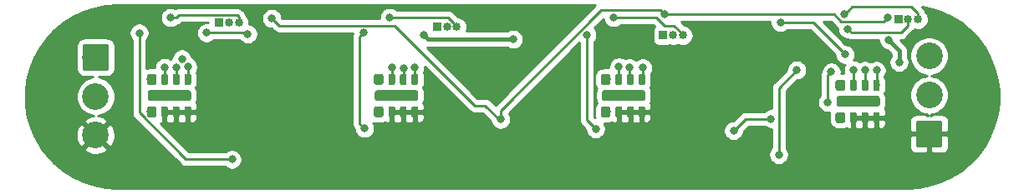
<source format=gbr>
G04 #@! TF.GenerationSoftware,KiCad,Pcbnew,(5.1.2)-2*
G04 #@! TF.CreationDate,2020-01-05T19:11:53-05:00*
G04 #@! TF.ProjectId,AddressableLED,41646472-6573-4736-9162-6c654c45442e,rev?*
G04 #@! TF.SameCoordinates,Original*
G04 #@! TF.FileFunction,Copper,L2,Bot*
G04 #@! TF.FilePolarity,Positive*
%FSLAX46Y46*%
G04 Gerber Fmt 4.6, Leading zero omitted, Abs format (unit mm)*
G04 Created by KiCad (PCBNEW (5.1.2)-2) date 2020-01-05 19:11:53*
%MOMM*%
%LPD*%
G04 APERTURE LIST*
%ADD10O,0.850000X0.850000*%
%ADD11R,0.850000X0.850000*%
%ADD12C,0.100000*%
%ADD13C,1.100000*%
%ADD14C,0.670000*%
%ADD15C,0.980000*%
%ADD16C,2.700000*%
%ADD17C,0.800000*%
%ADD18C,0.250000*%
%ADD19C,0.450000*%
%ADD20C,0.254000*%
G04 APERTURE END LIST*
D10*
X182479700Y-96177100D03*
X181479700Y-96177100D03*
D11*
X180479700Y-96177100D03*
D12*
G36*
X178367655Y-103946924D02*
G01*
X178394350Y-103950884D01*
X178420528Y-103957441D01*
X178445938Y-103966533D01*
X178470334Y-103978072D01*
X178493482Y-103991946D01*
X178515158Y-104008022D01*
X178535154Y-104026146D01*
X178553278Y-104046142D01*
X178569354Y-104067818D01*
X178583228Y-104090966D01*
X178594767Y-104115362D01*
X178603859Y-104140772D01*
X178610416Y-104166950D01*
X178614376Y-104193645D01*
X178615700Y-104220600D01*
X178615700Y-104770600D01*
X178614376Y-104797555D01*
X178610416Y-104824250D01*
X178603859Y-104850428D01*
X178594767Y-104875838D01*
X178583228Y-104900234D01*
X178569354Y-104923382D01*
X178553278Y-104945058D01*
X178535154Y-104965054D01*
X178515158Y-104983178D01*
X178493482Y-104999254D01*
X178470334Y-105013128D01*
X178445938Y-105024667D01*
X178420528Y-105033759D01*
X178394350Y-105040316D01*
X178367655Y-105044276D01*
X178340700Y-105045600D01*
X174490700Y-105045600D01*
X174463745Y-105044276D01*
X174437050Y-105040316D01*
X174410872Y-105033759D01*
X174385462Y-105024667D01*
X174361066Y-105013128D01*
X174337918Y-104999254D01*
X174316242Y-104983178D01*
X174296246Y-104965054D01*
X174278122Y-104945058D01*
X174262046Y-104923382D01*
X174248172Y-104900234D01*
X174236633Y-104875838D01*
X174227541Y-104850428D01*
X174220984Y-104824250D01*
X174217024Y-104797555D01*
X174215700Y-104770600D01*
X174215700Y-104220600D01*
X174217024Y-104193645D01*
X174220984Y-104166950D01*
X174227541Y-104140772D01*
X174236633Y-104115362D01*
X174248172Y-104090966D01*
X174262046Y-104067818D01*
X174278122Y-104046142D01*
X174296246Y-104026146D01*
X174316242Y-104008022D01*
X174337918Y-103991946D01*
X174361066Y-103978072D01*
X174385462Y-103966533D01*
X174410872Y-103957441D01*
X174437050Y-103950884D01*
X174463745Y-103946924D01*
X174490700Y-103945600D01*
X178340700Y-103945600D01*
X178367655Y-103946924D01*
X178367655Y-103946924D01*
G37*
D13*
X176415700Y-104495600D03*
D12*
G36*
X178456218Y-102298907D02*
G01*
X178472478Y-102301318D01*
X178488423Y-102305312D01*
X178503899Y-102310850D01*
X178518759Y-102317878D01*
X178532858Y-102326329D01*
X178546061Y-102336121D01*
X178558240Y-102347160D01*
X178569279Y-102359339D01*
X178579071Y-102372542D01*
X178587522Y-102386641D01*
X178594550Y-102401501D01*
X178600088Y-102416977D01*
X178604082Y-102432922D01*
X178606493Y-102449182D01*
X178607300Y-102465600D01*
X178607300Y-103230600D01*
X178606493Y-103247018D01*
X178604082Y-103263278D01*
X178600088Y-103279223D01*
X178594550Y-103294699D01*
X178587522Y-103309559D01*
X178579071Y-103323658D01*
X178569279Y-103336861D01*
X178558240Y-103349040D01*
X178546061Y-103360079D01*
X178532858Y-103369871D01*
X178518759Y-103378322D01*
X178503899Y-103385350D01*
X178488423Y-103390888D01*
X178472478Y-103394882D01*
X178456218Y-103397293D01*
X178439800Y-103398100D01*
X178104800Y-103398100D01*
X178088382Y-103397293D01*
X178072122Y-103394882D01*
X178056177Y-103390888D01*
X178040701Y-103385350D01*
X178025841Y-103378322D01*
X178011742Y-103369871D01*
X177998539Y-103360079D01*
X177986360Y-103349040D01*
X177975321Y-103336861D01*
X177965529Y-103323658D01*
X177957078Y-103309559D01*
X177950050Y-103294699D01*
X177944512Y-103279223D01*
X177940518Y-103263278D01*
X177938107Y-103247018D01*
X177937300Y-103230600D01*
X177937300Y-102465600D01*
X177938107Y-102449182D01*
X177940518Y-102432922D01*
X177944512Y-102416977D01*
X177950050Y-102401501D01*
X177957078Y-102386641D01*
X177965529Y-102372542D01*
X177975321Y-102359339D01*
X177986360Y-102347160D01*
X177998539Y-102336121D01*
X178011742Y-102326329D01*
X178025841Y-102317878D01*
X178040701Y-102310850D01*
X178056177Y-102305312D01*
X178072122Y-102301318D01*
X178088382Y-102298907D01*
X178104800Y-102298100D01*
X178439800Y-102298100D01*
X178456218Y-102298907D01*
X178456218Y-102298907D01*
G37*
D14*
X178272300Y-102848100D03*
D12*
G36*
X178456218Y-105593907D02*
G01*
X178472478Y-105596318D01*
X178488423Y-105600312D01*
X178503899Y-105605850D01*
X178518759Y-105612878D01*
X178532858Y-105621329D01*
X178546061Y-105631121D01*
X178558240Y-105642160D01*
X178569279Y-105654339D01*
X178579071Y-105667542D01*
X178587522Y-105681641D01*
X178594550Y-105696501D01*
X178600088Y-105711977D01*
X178604082Y-105727922D01*
X178606493Y-105744182D01*
X178607300Y-105760600D01*
X178607300Y-106525600D01*
X178606493Y-106542018D01*
X178604082Y-106558278D01*
X178600088Y-106574223D01*
X178594550Y-106589699D01*
X178587522Y-106604559D01*
X178579071Y-106618658D01*
X178569279Y-106631861D01*
X178558240Y-106644040D01*
X178546061Y-106655079D01*
X178532858Y-106664871D01*
X178518759Y-106673322D01*
X178503899Y-106680350D01*
X178488423Y-106685888D01*
X178472478Y-106689882D01*
X178456218Y-106692293D01*
X178439800Y-106693100D01*
X178104800Y-106693100D01*
X178088382Y-106692293D01*
X178072122Y-106689882D01*
X178056177Y-106685888D01*
X178040701Y-106680350D01*
X178025841Y-106673322D01*
X178011742Y-106664871D01*
X177998539Y-106655079D01*
X177986360Y-106644040D01*
X177975321Y-106631861D01*
X177965529Y-106618658D01*
X177957078Y-106604559D01*
X177950050Y-106589699D01*
X177944512Y-106574223D01*
X177940518Y-106558278D01*
X177938107Y-106542018D01*
X177937300Y-106525600D01*
X177937300Y-105760600D01*
X177938107Y-105744182D01*
X177940518Y-105727922D01*
X177944512Y-105711977D01*
X177950050Y-105696501D01*
X177957078Y-105681641D01*
X177965529Y-105667542D01*
X177975321Y-105654339D01*
X177986360Y-105642160D01*
X177998539Y-105631121D01*
X178011742Y-105621329D01*
X178025841Y-105612878D01*
X178040701Y-105605850D01*
X178056177Y-105600312D01*
X178072122Y-105596318D01*
X178088382Y-105593907D01*
X178104800Y-105593100D01*
X178439800Y-105593100D01*
X178456218Y-105593907D01*
X178456218Y-105593907D01*
G37*
D14*
X178272300Y-106143100D03*
D12*
G36*
X177286218Y-102298907D02*
G01*
X177302478Y-102301318D01*
X177318423Y-102305312D01*
X177333899Y-102310850D01*
X177348759Y-102317878D01*
X177362858Y-102326329D01*
X177376061Y-102336121D01*
X177388240Y-102347160D01*
X177399279Y-102359339D01*
X177409071Y-102372542D01*
X177417522Y-102386641D01*
X177424550Y-102401501D01*
X177430088Y-102416977D01*
X177434082Y-102432922D01*
X177436493Y-102449182D01*
X177437300Y-102465600D01*
X177437300Y-103230600D01*
X177436493Y-103247018D01*
X177434082Y-103263278D01*
X177430088Y-103279223D01*
X177424550Y-103294699D01*
X177417522Y-103309559D01*
X177409071Y-103323658D01*
X177399279Y-103336861D01*
X177388240Y-103349040D01*
X177376061Y-103360079D01*
X177362858Y-103369871D01*
X177348759Y-103378322D01*
X177333899Y-103385350D01*
X177318423Y-103390888D01*
X177302478Y-103394882D01*
X177286218Y-103397293D01*
X177269800Y-103398100D01*
X176934800Y-103398100D01*
X176918382Y-103397293D01*
X176902122Y-103394882D01*
X176886177Y-103390888D01*
X176870701Y-103385350D01*
X176855841Y-103378322D01*
X176841742Y-103369871D01*
X176828539Y-103360079D01*
X176816360Y-103349040D01*
X176805321Y-103336861D01*
X176795529Y-103323658D01*
X176787078Y-103309559D01*
X176780050Y-103294699D01*
X176774512Y-103279223D01*
X176770518Y-103263278D01*
X176768107Y-103247018D01*
X176767300Y-103230600D01*
X176767300Y-102465600D01*
X176768107Y-102449182D01*
X176770518Y-102432922D01*
X176774512Y-102416977D01*
X176780050Y-102401501D01*
X176787078Y-102386641D01*
X176795529Y-102372542D01*
X176805321Y-102359339D01*
X176816360Y-102347160D01*
X176828539Y-102336121D01*
X176841742Y-102326329D01*
X176855841Y-102317878D01*
X176870701Y-102310850D01*
X176886177Y-102305312D01*
X176902122Y-102301318D01*
X176918382Y-102298907D01*
X176934800Y-102298100D01*
X177269800Y-102298100D01*
X177286218Y-102298907D01*
X177286218Y-102298907D01*
G37*
D14*
X177102300Y-102848100D03*
D12*
G36*
X177286218Y-105593907D02*
G01*
X177302478Y-105596318D01*
X177318423Y-105600312D01*
X177333899Y-105605850D01*
X177348759Y-105612878D01*
X177362858Y-105621329D01*
X177376061Y-105631121D01*
X177388240Y-105642160D01*
X177399279Y-105654339D01*
X177409071Y-105667542D01*
X177417522Y-105681641D01*
X177424550Y-105696501D01*
X177430088Y-105711977D01*
X177434082Y-105727922D01*
X177436493Y-105744182D01*
X177437300Y-105760600D01*
X177437300Y-106525600D01*
X177436493Y-106542018D01*
X177434082Y-106558278D01*
X177430088Y-106574223D01*
X177424550Y-106589699D01*
X177417522Y-106604559D01*
X177409071Y-106618658D01*
X177399279Y-106631861D01*
X177388240Y-106644040D01*
X177376061Y-106655079D01*
X177362858Y-106664871D01*
X177348759Y-106673322D01*
X177333899Y-106680350D01*
X177318423Y-106685888D01*
X177302478Y-106689882D01*
X177286218Y-106692293D01*
X177269800Y-106693100D01*
X176934800Y-106693100D01*
X176918382Y-106692293D01*
X176902122Y-106689882D01*
X176886177Y-106685888D01*
X176870701Y-106680350D01*
X176855841Y-106673322D01*
X176841742Y-106664871D01*
X176828539Y-106655079D01*
X176816360Y-106644040D01*
X176805321Y-106631861D01*
X176795529Y-106618658D01*
X176787078Y-106604559D01*
X176780050Y-106589699D01*
X176774512Y-106574223D01*
X176770518Y-106558278D01*
X176768107Y-106542018D01*
X176767300Y-106525600D01*
X176767300Y-105760600D01*
X176768107Y-105744182D01*
X176770518Y-105727922D01*
X176774512Y-105711977D01*
X176780050Y-105696501D01*
X176787078Y-105681641D01*
X176795529Y-105667542D01*
X176805321Y-105654339D01*
X176816360Y-105642160D01*
X176828539Y-105631121D01*
X176841742Y-105621329D01*
X176855841Y-105612878D01*
X176870701Y-105605850D01*
X176886177Y-105600312D01*
X176902122Y-105596318D01*
X176918382Y-105593907D01*
X176934800Y-105593100D01*
X177269800Y-105593100D01*
X177286218Y-105593907D01*
X177286218Y-105593907D01*
G37*
D14*
X177102300Y-106143100D03*
D12*
G36*
X176116218Y-102298907D02*
G01*
X176132478Y-102301318D01*
X176148423Y-102305312D01*
X176163899Y-102310850D01*
X176178759Y-102317878D01*
X176192858Y-102326329D01*
X176206061Y-102336121D01*
X176218240Y-102347160D01*
X176229279Y-102359339D01*
X176239071Y-102372542D01*
X176247522Y-102386641D01*
X176254550Y-102401501D01*
X176260088Y-102416977D01*
X176264082Y-102432922D01*
X176266493Y-102449182D01*
X176267300Y-102465600D01*
X176267300Y-103230600D01*
X176266493Y-103247018D01*
X176264082Y-103263278D01*
X176260088Y-103279223D01*
X176254550Y-103294699D01*
X176247522Y-103309559D01*
X176239071Y-103323658D01*
X176229279Y-103336861D01*
X176218240Y-103349040D01*
X176206061Y-103360079D01*
X176192858Y-103369871D01*
X176178759Y-103378322D01*
X176163899Y-103385350D01*
X176148423Y-103390888D01*
X176132478Y-103394882D01*
X176116218Y-103397293D01*
X176099800Y-103398100D01*
X175764800Y-103398100D01*
X175748382Y-103397293D01*
X175732122Y-103394882D01*
X175716177Y-103390888D01*
X175700701Y-103385350D01*
X175685841Y-103378322D01*
X175671742Y-103369871D01*
X175658539Y-103360079D01*
X175646360Y-103349040D01*
X175635321Y-103336861D01*
X175625529Y-103323658D01*
X175617078Y-103309559D01*
X175610050Y-103294699D01*
X175604512Y-103279223D01*
X175600518Y-103263278D01*
X175598107Y-103247018D01*
X175597300Y-103230600D01*
X175597300Y-102465600D01*
X175598107Y-102449182D01*
X175600518Y-102432922D01*
X175604512Y-102416977D01*
X175610050Y-102401501D01*
X175617078Y-102386641D01*
X175625529Y-102372542D01*
X175635321Y-102359339D01*
X175646360Y-102347160D01*
X175658539Y-102336121D01*
X175671742Y-102326329D01*
X175685841Y-102317878D01*
X175700701Y-102310850D01*
X175716177Y-102305312D01*
X175732122Y-102301318D01*
X175748382Y-102298907D01*
X175764800Y-102298100D01*
X176099800Y-102298100D01*
X176116218Y-102298907D01*
X176116218Y-102298907D01*
G37*
D14*
X175932300Y-102848100D03*
D12*
G36*
X176116218Y-105593907D02*
G01*
X176132478Y-105596318D01*
X176148423Y-105600312D01*
X176163899Y-105605850D01*
X176178759Y-105612878D01*
X176192858Y-105621329D01*
X176206061Y-105631121D01*
X176218240Y-105642160D01*
X176229279Y-105654339D01*
X176239071Y-105667542D01*
X176247522Y-105681641D01*
X176254550Y-105696501D01*
X176260088Y-105711977D01*
X176264082Y-105727922D01*
X176266493Y-105744182D01*
X176267300Y-105760600D01*
X176267300Y-106525600D01*
X176266493Y-106542018D01*
X176264082Y-106558278D01*
X176260088Y-106574223D01*
X176254550Y-106589699D01*
X176247522Y-106604559D01*
X176239071Y-106618658D01*
X176229279Y-106631861D01*
X176218240Y-106644040D01*
X176206061Y-106655079D01*
X176192858Y-106664871D01*
X176178759Y-106673322D01*
X176163899Y-106680350D01*
X176148423Y-106685888D01*
X176132478Y-106689882D01*
X176116218Y-106692293D01*
X176099800Y-106693100D01*
X175764800Y-106693100D01*
X175748382Y-106692293D01*
X175732122Y-106689882D01*
X175716177Y-106685888D01*
X175700701Y-106680350D01*
X175685841Y-106673322D01*
X175671742Y-106664871D01*
X175658539Y-106655079D01*
X175646360Y-106644040D01*
X175635321Y-106631861D01*
X175625529Y-106618658D01*
X175617078Y-106604559D01*
X175610050Y-106589699D01*
X175604512Y-106574223D01*
X175600518Y-106558278D01*
X175598107Y-106542018D01*
X175597300Y-106525600D01*
X175597300Y-105760600D01*
X175598107Y-105744182D01*
X175600518Y-105727922D01*
X175604512Y-105711977D01*
X175610050Y-105696501D01*
X175617078Y-105681641D01*
X175625529Y-105667542D01*
X175635321Y-105654339D01*
X175646360Y-105642160D01*
X175658539Y-105631121D01*
X175671742Y-105621329D01*
X175685841Y-105612878D01*
X175700701Y-105605850D01*
X175716177Y-105600312D01*
X175732122Y-105596318D01*
X175748382Y-105593907D01*
X175764800Y-105593100D01*
X176099800Y-105593100D01*
X176116218Y-105593907D01*
X176116218Y-105593907D01*
G37*
D14*
X175932300Y-106143100D03*
D12*
G36*
X174876314Y-102299280D02*
G01*
X174900097Y-102302808D01*
X174923420Y-102308650D01*
X174946057Y-102316750D01*
X174967792Y-102327029D01*
X174988415Y-102339390D01*
X175007726Y-102353712D01*
X175025541Y-102369859D01*
X175041688Y-102387674D01*
X175056010Y-102406985D01*
X175068371Y-102427608D01*
X175078650Y-102449343D01*
X175086750Y-102471980D01*
X175092592Y-102495303D01*
X175096120Y-102519086D01*
X175097300Y-102543100D01*
X175097300Y-103153100D01*
X175096120Y-103177114D01*
X175092592Y-103200897D01*
X175086750Y-103224220D01*
X175078650Y-103246857D01*
X175068371Y-103268592D01*
X175056010Y-103289215D01*
X175041688Y-103308526D01*
X175025541Y-103326341D01*
X175007726Y-103342488D01*
X174988415Y-103356810D01*
X174967792Y-103369171D01*
X174946057Y-103379450D01*
X174923420Y-103387550D01*
X174900097Y-103393392D01*
X174876314Y-103396920D01*
X174852300Y-103398100D01*
X174362300Y-103398100D01*
X174338286Y-103396920D01*
X174314503Y-103393392D01*
X174291180Y-103387550D01*
X174268543Y-103379450D01*
X174246808Y-103369171D01*
X174226185Y-103356810D01*
X174206874Y-103342488D01*
X174189059Y-103326341D01*
X174172912Y-103308526D01*
X174158590Y-103289215D01*
X174146229Y-103268592D01*
X174135950Y-103246857D01*
X174127850Y-103224220D01*
X174122008Y-103200897D01*
X174118480Y-103177114D01*
X174117300Y-103153100D01*
X174117300Y-102543100D01*
X174118480Y-102519086D01*
X174122008Y-102495303D01*
X174127850Y-102471980D01*
X174135950Y-102449343D01*
X174146229Y-102427608D01*
X174158590Y-102406985D01*
X174172912Y-102387674D01*
X174189059Y-102369859D01*
X174206874Y-102353712D01*
X174226185Y-102339390D01*
X174246808Y-102327029D01*
X174268543Y-102316750D01*
X174291180Y-102308650D01*
X174314503Y-102302808D01*
X174338286Y-102299280D01*
X174362300Y-102298100D01*
X174852300Y-102298100D01*
X174876314Y-102299280D01*
X174876314Y-102299280D01*
G37*
D15*
X174607300Y-102848100D03*
D12*
G36*
X174876314Y-105594280D02*
G01*
X174900097Y-105597808D01*
X174923420Y-105603650D01*
X174946057Y-105611750D01*
X174967792Y-105622029D01*
X174988415Y-105634390D01*
X175007726Y-105648712D01*
X175025541Y-105664859D01*
X175041688Y-105682674D01*
X175056010Y-105701985D01*
X175068371Y-105722608D01*
X175078650Y-105744343D01*
X175086750Y-105766980D01*
X175092592Y-105790303D01*
X175096120Y-105814086D01*
X175097300Y-105838100D01*
X175097300Y-106448100D01*
X175096120Y-106472114D01*
X175092592Y-106495897D01*
X175086750Y-106519220D01*
X175078650Y-106541857D01*
X175068371Y-106563592D01*
X175056010Y-106584215D01*
X175041688Y-106603526D01*
X175025541Y-106621341D01*
X175007726Y-106637488D01*
X174988415Y-106651810D01*
X174967792Y-106664171D01*
X174946057Y-106674450D01*
X174923420Y-106682550D01*
X174900097Y-106688392D01*
X174876314Y-106691920D01*
X174852300Y-106693100D01*
X174362300Y-106693100D01*
X174338286Y-106691920D01*
X174314503Y-106688392D01*
X174291180Y-106682550D01*
X174268543Y-106674450D01*
X174246808Y-106664171D01*
X174226185Y-106651810D01*
X174206874Y-106637488D01*
X174189059Y-106621341D01*
X174172912Y-106603526D01*
X174158590Y-106584215D01*
X174146229Y-106563592D01*
X174135950Y-106541857D01*
X174127850Y-106519220D01*
X174122008Y-106495897D01*
X174118480Y-106472114D01*
X174117300Y-106448100D01*
X174117300Y-105838100D01*
X174118480Y-105814086D01*
X174122008Y-105790303D01*
X174127850Y-105766980D01*
X174135950Y-105744343D01*
X174146229Y-105722608D01*
X174158590Y-105701985D01*
X174172912Y-105682674D01*
X174189059Y-105664859D01*
X174206874Y-105648712D01*
X174226185Y-105634390D01*
X174246808Y-105622029D01*
X174268543Y-105611750D01*
X174291180Y-105603650D01*
X174314503Y-105597808D01*
X174338286Y-105594280D01*
X174362300Y-105593100D01*
X174852300Y-105593100D01*
X174876314Y-105594280D01*
X174876314Y-105594280D01*
G37*
D15*
X174607300Y-106143100D03*
D10*
X113671100Y-96481900D03*
X112671100Y-96481900D03*
D11*
X111671100Y-96481900D03*
D10*
X135756400Y-96926400D03*
X134756400Y-96926400D03*
D11*
X133756400Y-96926400D03*
D10*
X158667200Y-97790000D03*
X157667200Y-97790000D03*
D11*
X156667200Y-97790000D03*
D16*
X183603900Y-99890300D03*
X183603900Y-103850300D03*
D12*
G36*
X184728403Y-106461504D02*
G01*
X184752672Y-106465104D01*
X184776470Y-106471065D01*
X184799570Y-106479330D01*
X184821749Y-106489820D01*
X184842792Y-106502433D01*
X184862498Y-106517048D01*
X184880676Y-106533524D01*
X184897152Y-106551702D01*
X184911767Y-106571408D01*
X184924380Y-106592451D01*
X184934870Y-106614630D01*
X184943135Y-106637730D01*
X184949096Y-106661528D01*
X184952696Y-106685797D01*
X184953900Y-106710301D01*
X184953900Y-108910299D01*
X184952696Y-108934803D01*
X184949096Y-108959072D01*
X184943135Y-108982870D01*
X184934870Y-109005970D01*
X184924380Y-109028149D01*
X184911767Y-109049192D01*
X184897152Y-109068898D01*
X184880676Y-109087076D01*
X184862498Y-109103552D01*
X184842792Y-109118167D01*
X184821749Y-109130780D01*
X184799570Y-109141270D01*
X184776470Y-109149535D01*
X184752672Y-109155496D01*
X184728403Y-109159096D01*
X184703899Y-109160300D01*
X182503901Y-109160300D01*
X182479397Y-109159096D01*
X182455128Y-109155496D01*
X182431330Y-109149535D01*
X182408230Y-109141270D01*
X182386051Y-109130780D01*
X182365008Y-109118167D01*
X182345302Y-109103552D01*
X182327124Y-109087076D01*
X182310648Y-109068898D01*
X182296033Y-109049192D01*
X182283420Y-109028149D01*
X182272930Y-109005970D01*
X182264665Y-108982870D01*
X182258704Y-108959072D01*
X182255104Y-108934803D01*
X182253900Y-108910299D01*
X182253900Y-106710301D01*
X182255104Y-106685797D01*
X182258704Y-106661528D01*
X182264665Y-106637730D01*
X182272930Y-106614630D01*
X182283420Y-106592451D01*
X182296033Y-106571408D01*
X182310648Y-106551702D01*
X182327124Y-106533524D01*
X182345302Y-106517048D01*
X182365008Y-106502433D01*
X182386051Y-106489820D01*
X182408230Y-106479330D01*
X182431330Y-106471065D01*
X182455128Y-106465104D01*
X182479397Y-106461504D01*
X182503901Y-106460300D01*
X184703899Y-106460300D01*
X184728403Y-106461504D01*
X184728403Y-106461504D01*
G37*
D16*
X183603900Y-107810300D03*
X99187000Y-107945200D03*
X99187000Y-103985200D03*
D12*
G36*
X100311503Y-98676404D02*
G01*
X100335772Y-98680004D01*
X100359570Y-98685965D01*
X100382670Y-98694230D01*
X100404849Y-98704720D01*
X100425892Y-98717333D01*
X100445598Y-98731948D01*
X100463776Y-98748424D01*
X100480252Y-98766602D01*
X100494867Y-98786308D01*
X100507480Y-98807351D01*
X100517970Y-98829530D01*
X100526235Y-98852630D01*
X100532196Y-98876428D01*
X100535796Y-98900697D01*
X100537000Y-98925201D01*
X100537000Y-101125199D01*
X100535796Y-101149703D01*
X100532196Y-101173972D01*
X100526235Y-101197770D01*
X100517970Y-101220870D01*
X100507480Y-101243049D01*
X100494867Y-101264092D01*
X100480252Y-101283798D01*
X100463776Y-101301976D01*
X100445598Y-101318452D01*
X100425892Y-101333067D01*
X100404849Y-101345680D01*
X100382670Y-101356170D01*
X100359570Y-101364435D01*
X100335772Y-101370396D01*
X100311503Y-101373996D01*
X100286999Y-101375200D01*
X98087001Y-101375200D01*
X98062497Y-101373996D01*
X98038228Y-101370396D01*
X98014430Y-101364435D01*
X97991330Y-101356170D01*
X97969151Y-101345680D01*
X97948108Y-101333067D01*
X97928402Y-101318452D01*
X97910224Y-101301976D01*
X97893748Y-101283798D01*
X97879133Y-101264092D01*
X97866520Y-101243049D01*
X97856030Y-101220870D01*
X97847765Y-101197770D01*
X97841804Y-101173972D01*
X97838204Y-101149703D01*
X97837000Y-101125199D01*
X97837000Y-98925201D01*
X97838204Y-98900697D01*
X97841804Y-98876428D01*
X97847765Y-98852630D01*
X97856030Y-98829530D01*
X97866520Y-98807351D01*
X97879133Y-98786308D01*
X97893748Y-98766602D01*
X97910224Y-98748424D01*
X97928402Y-98731948D01*
X97948108Y-98717333D01*
X97969151Y-98704720D01*
X97991330Y-98694230D01*
X98014430Y-98685965D01*
X98038228Y-98680004D01*
X98062497Y-98676404D01*
X98087001Y-98675200D01*
X100286999Y-98675200D01*
X100311503Y-98676404D01*
X100311503Y-98676404D01*
G37*
D16*
X99187000Y-100025200D03*
D12*
G36*
X108606555Y-103362724D02*
G01*
X108633250Y-103366684D01*
X108659428Y-103373241D01*
X108684838Y-103382333D01*
X108709234Y-103393872D01*
X108732382Y-103407746D01*
X108754058Y-103423822D01*
X108774054Y-103441946D01*
X108792178Y-103461942D01*
X108808254Y-103483618D01*
X108822128Y-103506766D01*
X108833667Y-103531162D01*
X108842759Y-103556572D01*
X108849316Y-103582750D01*
X108853276Y-103609445D01*
X108854600Y-103636400D01*
X108854600Y-104186400D01*
X108853276Y-104213355D01*
X108849316Y-104240050D01*
X108842759Y-104266228D01*
X108833667Y-104291638D01*
X108822128Y-104316034D01*
X108808254Y-104339182D01*
X108792178Y-104360858D01*
X108774054Y-104380854D01*
X108754058Y-104398978D01*
X108732382Y-104415054D01*
X108709234Y-104428928D01*
X108684838Y-104440467D01*
X108659428Y-104449559D01*
X108633250Y-104456116D01*
X108606555Y-104460076D01*
X108579600Y-104461400D01*
X104729600Y-104461400D01*
X104702645Y-104460076D01*
X104675950Y-104456116D01*
X104649772Y-104449559D01*
X104624362Y-104440467D01*
X104599966Y-104428928D01*
X104576818Y-104415054D01*
X104555142Y-104398978D01*
X104535146Y-104380854D01*
X104517022Y-104360858D01*
X104500946Y-104339182D01*
X104487072Y-104316034D01*
X104475533Y-104291638D01*
X104466441Y-104266228D01*
X104459884Y-104240050D01*
X104455924Y-104213355D01*
X104454600Y-104186400D01*
X104454600Y-103636400D01*
X104455924Y-103609445D01*
X104459884Y-103582750D01*
X104466441Y-103556572D01*
X104475533Y-103531162D01*
X104487072Y-103506766D01*
X104500946Y-103483618D01*
X104517022Y-103461942D01*
X104535146Y-103441946D01*
X104555142Y-103423822D01*
X104576818Y-103407746D01*
X104599966Y-103393872D01*
X104624362Y-103382333D01*
X104649772Y-103373241D01*
X104675950Y-103366684D01*
X104702645Y-103362724D01*
X104729600Y-103361400D01*
X108579600Y-103361400D01*
X108606555Y-103362724D01*
X108606555Y-103362724D01*
G37*
D13*
X106654600Y-103911400D03*
D12*
G36*
X108695118Y-101714707D02*
G01*
X108711378Y-101717118D01*
X108727323Y-101721112D01*
X108742799Y-101726650D01*
X108757659Y-101733678D01*
X108771758Y-101742129D01*
X108784961Y-101751921D01*
X108797140Y-101762960D01*
X108808179Y-101775139D01*
X108817971Y-101788342D01*
X108826422Y-101802441D01*
X108833450Y-101817301D01*
X108838988Y-101832777D01*
X108842982Y-101848722D01*
X108845393Y-101864982D01*
X108846200Y-101881400D01*
X108846200Y-102646400D01*
X108845393Y-102662818D01*
X108842982Y-102679078D01*
X108838988Y-102695023D01*
X108833450Y-102710499D01*
X108826422Y-102725359D01*
X108817971Y-102739458D01*
X108808179Y-102752661D01*
X108797140Y-102764840D01*
X108784961Y-102775879D01*
X108771758Y-102785671D01*
X108757659Y-102794122D01*
X108742799Y-102801150D01*
X108727323Y-102806688D01*
X108711378Y-102810682D01*
X108695118Y-102813093D01*
X108678700Y-102813900D01*
X108343700Y-102813900D01*
X108327282Y-102813093D01*
X108311022Y-102810682D01*
X108295077Y-102806688D01*
X108279601Y-102801150D01*
X108264741Y-102794122D01*
X108250642Y-102785671D01*
X108237439Y-102775879D01*
X108225260Y-102764840D01*
X108214221Y-102752661D01*
X108204429Y-102739458D01*
X108195978Y-102725359D01*
X108188950Y-102710499D01*
X108183412Y-102695023D01*
X108179418Y-102679078D01*
X108177007Y-102662818D01*
X108176200Y-102646400D01*
X108176200Y-101881400D01*
X108177007Y-101864982D01*
X108179418Y-101848722D01*
X108183412Y-101832777D01*
X108188950Y-101817301D01*
X108195978Y-101802441D01*
X108204429Y-101788342D01*
X108214221Y-101775139D01*
X108225260Y-101762960D01*
X108237439Y-101751921D01*
X108250642Y-101742129D01*
X108264741Y-101733678D01*
X108279601Y-101726650D01*
X108295077Y-101721112D01*
X108311022Y-101717118D01*
X108327282Y-101714707D01*
X108343700Y-101713900D01*
X108678700Y-101713900D01*
X108695118Y-101714707D01*
X108695118Y-101714707D01*
G37*
D14*
X108511200Y-102263900D03*
D12*
G36*
X108695118Y-105009707D02*
G01*
X108711378Y-105012118D01*
X108727323Y-105016112D01*
X108742799Y-105021650D01*
X108757659Y-105028678D01*
X108771758Y-105037129D01*
X108784961Y-105046921D01*
X108797140Y-105057960D01*
X108808179Y-105070139D01*
X108817971Y-105083342D01*
X108826422Y-105097441D01*
X108833450Y-105112301D01*
X108838988Y-105127777D01*
X108842982Y-105143722D01*
X108845393Y-105159982D01*
X108846200Y-105176400D01*
X108846200Y-105941400D01*
X108845393Y-105957818D01*
X108842982Y-105974078D01*
X108838988Y-105990023D01*
X108833450Y-106005499D01*
X108826422Y-106020359D01*
X108817971Y-106034458D01*
X108808179Y-106047661D01*
X108797140Y-106059840D01*
X108784961Y-106070879D01*
X108771758Y-106080671D01*
X108757659Y-106089122D01*
X108742799Y-106096150D01*
X108727323Y-106101688D01*
X108711378Y-106105682D01*
X108695118Y-106108093D01*
X108678700Y-106108900D01*
X108343700Y-106108900D01*
X108327282Y-106108093D01*
X108311022Y-106105682D01*
X108295077Y-106101688D01*
X108279601Y-106096150D01*
X108264741Y-106089122D01*
X108250642Y-106080671D01*
X108237439Y-106070879D01*
X108225260Y-106059840D01*
X108214221Y-106047661D01*
X108204429Y-106034458D01*
X108195978Y-106020359D01*
X108188950Y-106005499D01*
X108183412Y-105990023D01*
X108179418Y-105974078D01*
X108177007Y-105957818D01*
X108176200Y-105941400D01*
X108176200Y-105176400D01*
X108177007Y-105159982D01*
X108179418Y-105143722D01*
X108183412Y-105127777D01*
X108188950Y-105112301D01*
X108195978Y-105097441D01*
X108204429Y-105083342D01*
X108214221Y-105070139D01*
X108225260Y-105057960D01*
X108237439Y-105046921D01*
X108250642Y-105037129D01*
X108264741Y-105028678D01*
X108279601Y-105021650D01*
X108295077Y-105016112D01*
X108311022Y-105012118D01*
X108327282Y-105009707D01*
X108343700Y-105008900D01*
X108678700Y-105008900D01*
X108695118Y-105009707D01*
X108695118Y-105009707D01*
G37*
D14*
X108511200Y-105558900D03*
D12*
G36*
X107525118Y-101714707D02*
G01*
X107541378Y-101717118D01*
X107557323Y-101721112D01*
X107572799Y-101726650D01*
X107587659Y-101733678D01*
X107601758Y-101742129D01*
X107614961Y-101751921D01*
X107627140Y-101762960D01*
X107638179Y-101775139D01*
X107647971Y-101788342D01*
X107656422Y-101802441D01*
X107663450Y-101817301D01*
X107668988Y-101832777D01*
X107672982Y-101848722D01*
X107675393Y-101864982D01*
X107676200Y-101881400D01*
X107676200Y-102646400D01*
X107675393Y-102662818D01*
X107672982Y-102679078D01*
X107668988Y-102695023D01*
X107663450Y-102710499D01*
X107656422Y-102725359D01*
X107647971Y-102739458D01*
X107638179Y-102752661D01*
X107627140Y-102764840D01*
X107614961Y-102775879D01*
X107601758Y-102785671D01*
X107587659Y-102794122D01*
X107572799Y-102801150D01*
X107557323Y-102806688D01*
X107541378Y-102810682D01*
X107525118Y-102813093D01*
X107508700Y-102813900D01*
X107173700Y-102813900D01*
X107157282Y-102813093D01*
X107141022Y-102810682D01*
X107125077Y-102806688D01*
X107109601Y-102801150D01*
X107094741Y-102794122D01*
X107080642Y-102785671D01*
X107067439Y-102775879D01*
X107055260Y-102764840D01*
X107044221Y-102752661D01*
X107034429Y-102739458D01*
X107025978Y-102725359D01*
X107018950Y-102710499D01*
X107013412Y-102695023D01*
X107009418Y-102679078D01*
X107007007Y-102662818D01*
X107006200Y-102646400D01*
X107006200Y-101881400D01*
X107007007Y-101864982D01*
X107009418Y-101848722D01*
X107013412Y-101832777D01*
X107018950Y-101817301D01*
X107025978Y-101802441D01*
X107034429Y-101788342D01*
X107044221Y-101775139D01*
X107055260Y-101762960D01*
X107067439Y-101751921D01*
X107080642Y-101742129D01*
X107094741Y-101733678D01*
X107109601Y-101726650D01*
X107125077Y-101721112D01*
X107141022Y-101717118D01*
X107157282Y-101714707D01*
X107173700Y-101713900D01*
X107508700Y-101713900D01*
X107525118Y-101714707D01*
X107525118Y-101714707D01*
G37*
D14*
X107341200Y-102263900D03*
D12*
G36*
X107525118Y-105009707D02*
G01*
X107541378Y-105012118D01*
X107557323Y-105016112D01*
X107572799Y-105021650D01*
X107587659Y-105028678D01*
X107601758Y-105037129D01*
X107614961Y-105046921D01*
X107627140Y-105057960D01*
X107638179Y-105070139D01*
X107647971Y-105083342D01*
X107656422Y-105097441D01*
X107663450Y-105112301D01*
X107668988Y-105127777D01*
X107672982Y-105143722D01*
X107675393Y-105159982D01*
X107676200Y-105176400D01*
X107676200Y-105941400D01*
X107675393Y-105957818D01*
X107672982Y-105974078D01*
X107668988Y-105990023D01*
X107663450Y-106005499D01*
X107656422Y-106020359D01*
X107647971Y-106034458D01*
X107638179Y-106047661D01*
X107627140Y-106059840D01*
X107614961Y-106070879D01*
X107601758Y-106080671D01*
X107587659Y-106089122D01*
X107572799Y-106096150D01*
X107557323Y-106101688D01*
X107541378Y-106105682D01*
X107525118Y-106108093D01*
X107508700Y-106108900D01*
X107173700Y-106108900D01*
X107157282Y-106108093D01*
X107141022Y-106105682D01*
X107125077Y-106101688D01*
X107109601Y-106096150D01*
X107094741Y-106089122D01*
X107080642Y-106080671D01*
X107067439Y-106070879D01*
X107055260Y-106059840D01*
X107044221Y-106047661D01*
X107034429Y-106034458D01*
X107025978Y-106020359D01*
X107018950Y-106005499D01*
X107013412Y-105990023D01*
X107009418Y-105974078D01*
X107007007Y-105957818D01*
X107006200Y-105941400D01*
X107006200Y-105176400D01*
X107007007Y-105159982D01*
X107009418Y-105143722D01*
X107013412Y-105127777D01*
X107018950Y-105112301D01*
X107025978Y-105097441D01*
X107034429Y-105083342D01*
X107044221Y-105070139D01*
X107055260Y-105057960D01*
X107067439Y-105046921D01*
X107080642Y-105037129D01*
X107094741Y-105028678D01*
X107109601Y-105021650D01*
X107125077Y-105016112D01*
X107141022Y-105012118D01*
X107157282Y-105009707D01*
X107173700Y-105008900D01*
X107508700Y-105008900D01*
X107525118Y-105009707D01*
X107525118Y-105009707D01*
G37*
D14*
X107341200Y-105558900D03*
D12*
G36*
X106355118Y-101714707D02*
G01*
X106371378Y-101717118D01*
X106387323Y-101721112D01*
X106402799Y-101726650D01*
X106417659Y-101733678D01*
X106431758Y-101742129D01*
X106444961Y-101751921D01*
X106457140Y-101762960D01*
X106468179Y-101775139D01*
X106477971Y-101788342D01*
X106486422Y-101802441D01*
X106493450Y-101817301D01*
X106498988Y-101832777D01*
X106502982Y-101848722D01*
X106505393Y-101864982D01*
X106506200Y-101881400D01*
X106506200Y-102646400D01*
X106505393Y-102662818D01*
X106502982Y-102679078D01*
X106498988Y-102695023D01*
X106493450Y-102710499D01*
X106486422Y-102725359D01*
X106477971Y-102739458D01*
X106468179Y-102752661D01*
X106457140Y-102764840D01*
X106444961Y-102775879D01*
X106431758Y-102785671D01*
X106417659Y-102794122D01*
X106402799Y-102801150D01*
X106387323Y-102806688D01*
X106371378Y-102810682D01*
X106355118Y-102813093D01*
X106338700Y-102813900D01*
X106003700Y-102813900D01*
X105987282Y-102813093D01*
X105971022Y-102810682D01*
X105955077Y-102806688D01*
X105939601Y-102801150D01*
X105924741Y-102794122D01*
X105910642Y-102785671D01*
X105897439Y-102775879D01*
X105885260Y-102764840D01*
X105874221Y-102752661D01*
X105864429Y-102739458D01*
X105855978Y-102725359D01*
X105848950Y-102710499D01*
X105843412Y-102695023D01*
X105839418Y-102679078D01*
X105837007Y-102662818D01*
X105836200Y-102646400D01*
X105836200Y-101881400D01*
X105837007Y-101864982D01*
X105839418Y-101848722D01*
X105843412Y-101832777D01*
X105848950Y-101817301D01*
X105855978Y-101802441D01*
X105864429Y-101788342D01*
X105874221Y-101775139D01*
X105885260Y-101762960D01*
X105897439Y-101751921D01*
X105910642Y-101742129D01*
X105924741Y-101733678D01*
X105939601Y-101726650D01*
X105955077Y-101721112D01*
X105971022Y-101717118D01*
X105987282Y-101714707D01*
X106003700Y-101713900D01*
X106338700Y-101713900D01*
X106355118Y-101714707D01*
X106355118Y-101714707D01*
G37*
D14*
X106171200Y-102263900D03*
D12*
G36*
X106355118Y-105009707D02*
G01*
X106371378Y-105012118D01*
X106387323Y-105016112D01*
X106402799Y-105021650D01*
X106417659Y-105028678D01*
X106431758Y-105037129D01*
X106444961Y-105046921D01*
X106457140Y-105057960D01*
X106468179Y-105070139D01*
X106477971Y-105083342D01*
X106486422Y-105097441D01*
X106493450Y-105112301D01*
X106498988Y-105127777D01*
X106502982Y-105143722D01*
X106505393Y-105159982D01*
X106506200Y-105176400D01*
X106506200Y-105941400D01*
X106505393Y-105957818D01*
X106502982Y-105974078D01*
X106498988Y-105990023D01*
X106493450Y-106005499D01*
X106486422Y-106020359D01*
X106477971Y-106034458D01*
X106468179Y-106047661D01*
X106457140Y-106059840D01*
X106444961Y-106070879D01*
X106431758Y-106080671D01*
X106417659Y-106089122D01*
X106402799Y-106096150D01*
X106387323Y-106101688D01*
X106371378Y-106105682D01*
X106355118Y-106108093D01*
X106338700Y-106108900D01*
X106003700Y-106108900D01*
X105987282Y-106108093D01*
X105971022Y-106105682D01*
X105955077Y-106101688D01*
X105939601Y-106096150D01*
X105924741Y-106089122D01*
X105910642Y-106080671D01*
X105897439Y-106070879D01*
X105885260Y-106059840D01*
X105874221Y-106047661D01*
X105864429Y-106034458D01*
X105855978Y-106020359D01*
X105848950Y-106005499D01*
X105843412Y-105990023D01*
X105839418Y-105974078D01*
X105837007Y-105957818D01*
X105836200Y-105941400D01*
X105836200Y-105176400D01*
X105837007Y-105159982D01*
X105839418Y-105143722D01*
X105843412Y-105127777D01*
X105848950Y-105112301D01*
X105855978Y-105097441D01*
X105864429Y-105083342D01*
X105874221Y-105070139D01*
X105885260Y-105057960D01*
X105897439Y-105046921D01*
X105910642Y-105037129D01*
X105924741Y-105028678D01*
X105939601Y-105021650D01*
X105955077Y-105016112D01*
X105971022Y-105012118D01*
X105987282Y-105009707D01*
X106003700Y-105008900D01*
X106338700Y-105008900D01*
X106355118Y-105009707D01*
X106355118Y-105009707D01*
G37*
D14*
X106171200Y-105558900D03*
D12*
G36*
X105115214Y-101715080D02*
G01*
X105138997Y-101718608D01*
X105162320Y-101724450D01*
X105184957Y-101732550D01*
X105206692Y-101742829D01*
X105227315Y-101755190D01*
X105246626Y-101769512D01*
X105264441Y-101785659D01*
X105280588Y-101803474D01*
X105294910Y-101822785D01*
X105307271Y-101843408D01*
X105317550Y-101865143D01*
X105325650Y-101887780D01*
X105331492Y-101911103D01*
X105335020Y-101934886D01*
X105336200Y-101958900D01*
X105336200Y-102568900D01*
X105335020Y-102592914D01*
X105331492Y-102616697D01*
X105325650Y-102640020D01*
X105317550Y-102662657D01*
X105307271Y-102684392D01*
X105294910Y-102705015D01*
X105280588Y-102724326D01*
X105264441Y-102742141D01*
X105246626Y-102758288D01*
X105227315Y-102772610D01*
X105206692Y-102784971D01*
X105184957Y-102795250D01*
X105162320Y-102803350D01*
X105138997Y-102809192D01*
X105115214Y-102812720D01*
X105091200Y-102813900D01*
X104601200Y-102813900D01*
X104577186Y-102812720D01*
X104553403Y-102809192D01*
X104530080Y-102803350D01*
X104507443Y-102795250D01*
X104485708Y-102784971D01*
X104465085Y-102772610D01*
X104445774Y-102758288D01*
X104427959Y-102742141D01*
X104411812Y-102724326D01*
X104397490Y-102705015D01*
X104385129Y-102684392D01*
X104374850Y-102662657D01*
X104366750Y-102640020D01*
X104360908Y-102616697D01*
X104357380Y-102592914D01*
X104356200Y-102568900D01*
X104356200Y-101958900D01*
X104357380Y-101934886D01*
X104360908Y-101911103D01*
X104366750Y-101887780D01*
X104374850Y-101865143D01*
X104385129Y-101843408D01*
X104397490Y-101822785D01*
X104411812Y-101803474D01*
X104427959Y-101785659D01*
X104445774Y-101769512D01*
X104465085Y-101755190D01*
X104485708Y-101742829D01*
X104507443Y-101732550D01*
X104530080Y-101724450D01*
X104553403Y-101718608D01*
X104577186Y-101715080D01*
X104601200Y-101713900D01*
X105091200Y-101713900D01*
X105115214Y-101715080D01*
X105115214Y-101715080D01*
G37*
D15*
X104846200Y-102263900D03*
D12*
G36*
X105115214Y-105010080D02*
G01*
X105138997Y-105013608D01*
X105162320Y-105019450D01*
X105184957Y-105027550D01*
X105206692Y-105037829D01*
X105227315Y-105050190D01*
X105246626Y-105064512D01*
X105264441Y-105080659D01*
X105280588Y-105098474D01*
X105294910Y-105117785D01*
X105307271Y-105138408D01*
X105317550Y-105160143D01*
X105325650Y-105182780D01*
X105331492Y-105206103D01*
X105335020Y-105229886D01*
X105336200Y-105253900D01*
X105336200Y-105863900D01*
X105335020Y-105887914D01*
X105331492Y-105911697D01*
X105325650Y-105935020D01*
X105317550Y-105957657D01*
X105307271Y-105979392D01*
X105294910Y-106000015D01*
X105280588Y-106019326D01*
X105264441Y-106037141D01*
X105246626Y-106053288D01*
X105227315Y-106067610D01*
X105206692Y-106079971D01*
X105184957Y-106090250D01*
X105162320Y-106098350D01*
X105138997Y-106104192D01*
X105115214Y-106107720D01*
X105091200Y-106108900D01*
X104601200Y-106108900D01*
X104577186Y-106107720D01*
X104553403Y-106104192D01*
X104530080Y-106098350D01*
X104507443Y-106090250D01*
X104485708Y-106079971D01*
X104465085Y-106067610D01*
X104445774Y-106053288D01*
X104427959Y-106037141D01*
X104411812Y-106019326D01*
X104397490Y-106000015D01*
X104385129Y-105979392D01*
X104374850Y-105957657D01*
X104366750Y-105935020D01*
X104360908Y-105911697D01*
X104357380Y-105887914D01*
X104356200Y-105863900D01*
X104356200Y-105253900D01*
X104357380Y-105229886D01*
X104360908Y-105206103D01*
X104366750Y-105182780D01*
X104374850Y-105160143D01*
X104385129Y-105138408D01*
X104397490Y-105117785D01*
X104411812Y-105098474D01*
X104427959Y-105080659D01*
X104445774Y-105064512D01*
X104465085Y-105050190D01*
X104485708Y-105037829D01*
X104507443Y-105027550D01*
X104530080Y-105019450D01*
X104553403Y-105013608D01*
X104577186Y-105010080D01*
X104601200Y-105008900D01*
X105091200Y-105008900D01*
X105115214Y-105010080D01*
X105115214Y-105010080D01*
G37*
D15*
X104846200Y-105558900D03*
D12*
G36*
X131606555Y-103362724D02*
G01*
X131633250Y-103366684D01*
X131659428Y-103373241D01*
X131684838Y-103382333D01*
X131709234Y-103393872D01*
X131732382Y-103407746D01*
X131754058Y-103423822D01*
X131774054Y-103441946D01*
X131792178Y-103461942D01*
X131808254Y-103483618D01*
X131822128Y-103506766D01*
X131833667Y-103531162D01*
X131842759Y-103556572D01*
X131849316Y-103582750D01*
X131853276Y-103609445D01*
X131854600Y-103636400D01*
X131854600Y-104186400D01*
X131853276Y-104213355D01*
X131849316Y-104240050D01*
X131842759Y-104266228D01*
X131833667Y-104291638D01*
X131822128Y-104316034D01*
X131808254Y-104339182D01*
X131792178Y-104360858D01*
X131774054Y-104380854D01*
X131754058Y-104398978D01*
X131732382Y-104415054D01*
X131709234Y-104428928D01*
X131684838Y-104440467D01*
X131659428Y-104449559D01*
X131633250Y-104456116D01*
X131606555Y-104460076D01*
X131579600Y-104461400D01*
X127729600Y-104461400D01*
X127702645Y-104460076D01*
X127675950Y-104456116D01*
X127649772Y-104449559D01*
X127624362Y-104440467D01*
X127599966Y-104428928D01*
X127576818Y-104415054D01*
X127555142Y-104398978D01*
X127535146Y-104380854D01*
X127517022Y-104360858D01*
X127500946Y-104339182D01*
X127487072Y-104316034D01*
X127475533Y-104291638D01*
X127466441Y-104266228D01*
X127459884Y-104240050D01*
X127455924Y-104213355D01*
X127454600Y-104186400D01*
X127454600Y-103636400D01*
X127455924Y-103609445D01*
X127459884Y-103582750D01*
X127466441Y-103556572D01*
X127475533Y-103531162D01*
X127487072Y-103506766D01*
X127500946Y-103483618D01*
X127517022Y-103461942D01*
X127535146Y-103441946D01*
X127555142Y-103423822D01*
X127576818Y-103407746D01*
X127599966Y-103393872D01*
X127624362Y-103382333D01*
X127649772Y-103373241D01*
X127675950Y-103366684D01*
X127702645Y-103362724D01*
X127729600Y-103361400D01*
X131579600Y-103361400D01*
X131606555Y-103362724D01*
X131606555Y-103362724D01*
G37*
D13*
X129654600Y-103911400D03*
D12*
G36*
X131695118Y-101714707D02*
G01*
X131711378Y-101717118D01*
X131727323Y-101721112D01*
X131742799Y-101726650D01*
X131757659Y-101733678D01*
X131771758Y-101742129D01*
X131784961Y-101751921D01*
X131797140Y-101762960D01*
X131808179Y-101775139D01*
X131817971Y-101788342D01*
X131826422Y-101802441D01*
X131833450Y-101817301D01*
X131838988Y-101832777D01*
X131842982Y-101848722D01*
X131845393Y-101864982D01*
X131846200Y-101881400D01*
X131846200Y-102646400D01*
X131845393Y-102662818D01*
X131842982Y-102679078D01*
X131838988Y-102695023D01*
X131833450Y-102710499D01*
X131826422Y-102725359D01*
X131817971Y-102739458D01*
X131808179Y-102752661D01*
X131797140Y-102764840D01*
X131784961Y-102775879D01*
X131771758Y-102785671D01*
X131757659Y-102794122D01*
X131742799Y-102801150D01*
X131727323Y-102806688D01*
X131711378Y-102810682D01*
X131695118Y-102813093D01*
X131678700Y-102813900D01*
X131343700Y-102813900D01*
X131327282Y-102813093D01*
X131311022Y-102810682D01*
X131295077Y-102806688D01*
X131279601Y-102801150D01*
X131264741Y-102794122D01*
X131250642Y-102785671D01*
X131237439Y-102775879D01*
X131225260Y-102764840D01*
X131214221Y-102752661D01*
X131204429Y-102739458D01*
X131195978Y-102725359D01*
X131188950Y-102710499D01*
X131183412Y-102695023D01*
X131179418Y-102679078D01*
X131177007Y-102662818D01*
X131176200Y-102646400D01*
X131176200Y-101881400D01*
X131177007Y-101864982D01*
X131179418Y-101848722D01*
X131183412Y-101832777D01*
X131188950Y-101817301D01*
X131195978Y-101802441D01*
X131204429Y-101788342D01*
X131214221Y-101775139D01*
X131225260Y-101762960D01*
X131237439Y-101751921D01*
X131250642Y-101742129D01*
X131264741Y-101733678D01*
X131279601Y-101726650D01*
X131295077Y-101721112D01*
X131311022Y-101717118D01*
X131327282Y-101714707D01*
X131343700Y-101713900D01*
X131678700Y-101713900D01*
X131695118Y-101714707D01*
X131695118Y-101714707D01*
G37*
D14*
X131511200Y-102263900D03*
D12*
G36*
X131695118Y-105009707D02*
G01*
X131711378Y-105012118D01*
X131727323Y-105016112D01*
X131742799Y-105021650D01*
X131757659Y-105028678D01*
X131771758Y-105037129D01*
X131784961Y-105046921D01*
X131797140Y-105057960D01*
X131808179Y-105070139D01*
X131817971Y-105083342D01*
X131826422Y-105097441D01*
X131833450Y-105112301D01*
X131838988Y-105127777D01*
X131842982Y-105143722D01*
X131845393Y-105159982D01*
X131846200Y-105176400D01*
X131846200Y-105941400D01*
X131845393Y-105957818D01*
X131842982Y-105974078D01*
X131838988Y-105990023D01*
X131833450Y-106005499D01*
X131826422Y-106020359D01*
X131817971Y-106034458D01*
X131808179Y-106047661D01*
X131797140Y-106059840D01*
X131784961Y-106070879D01*
X131771758Y-106080671D01*
X131757659Y-106089122D01*
X131742799Y-106096150D01*
X131727323Y-106101688D01*
X131711378Y-106105682D01*
X131695118Y-106108093D01*
X131678700Y-106108900D01*
X131343700Y-106108900D01*
X131327282Y-106108093D01*
X131311022Y-106105682D01*
X131295077Y-106101688D01*
X131279601Y-106096150D01*
X131264741Y-106089122D01*
X131250642Y-106080671D01*
X131237439Y-106070879D01*
X131225260Y-106059840D01*
X131214221Y-106047661D01*
X131204429Y-106034458D01*
X131195978Y-106020359D01*
X131188950Y-106005499D01*
X131183412Y-105990023D01*
X131179418Y-105974078D01*
X131177007Y-105957818D01*
X131176200Y-105941400D01*
X131176200Y-105176400D01*
X131177007Y-105159982D01*
X131179418Y-105143722D01*
X131183412Y-105127777D01*
X131188950Y-105112301D01*
X131195978Y-105097441D01*
X131204429Y-105083342D01*
X131214221Y-105070139D01*
X131225260Y-105057960D01*
X131237439Y-105046921D01*
X131250642Y-105037129D01*
X131264741Y-105028678D01*
X131279601Y-105021650D01*
X131295077Y-105016112D01*
X131311022Y-105012118D01*
X131327282Y-105009707D01*
X131343700Y-105008900D01*
X131678700Y-105008900D01*
X131695118Y-105009707D01*
X131695118Y-105009707D01*
G37*
D14*
X131511200Y-105558900D03*
D12*
G36*
X130525118Y-101714707D02*
G01*
X130541378Y-101717118D01*
X130557323Y-101721112D01*
X130572799Y-101726650D01*
X130587659Y-101733678D01*
X130601758Y-101742129D01*
X130614961Y-101751921D01*
X130627140Y-101762960D01*
X130638179Y-101775139D01*
X130647971Y-101788342D01*
X130656422Y-101802441D01*
X130663450Y-101817301D01*
X130668988Y-101832777D01*
X130672982Y-101848722D01*
X130675393Y-101864982D01*
X130676200Y-101881400D01*
X130676200Y-102646400D01*
X130675393Y-102662818D01*
X130672982Y-102679078D01*
X130668988Y-102695023D01*
X130663450Y-102710499D01*
X130656422Y-102725359D01*
X130647971Y-102739458D01*
X130638179Y-102752661D01*
X130627140Y-102764840D01*
X130614961Y-102775879D01*
X130601758Y-102785671D01*
X130587659Y-102794122D01*
X130572799Y-102801150D01*
X130557323Y-102806688D01*
X130541378Y-102810682D01*
X130525118Y-102813093D01*
X130508700Y-102813900D01*
X130173700Y-102813900D01*
X130157282Y-102813093D01*
X130141022Y-102810682D01*
X130125077Y-102806688D01*
X130109601Y-102801150D01*
X130094741Y-102794122D01*
X130080642Y-102785671D01*
X130067439Y-102775879D01*
X130055260Y-102764840D01*
X130044221Y-102752661D01*
X130034429Y-102739458D01*
X130025978Y-102725359D01*
X130018950Y-102710499D01*
X130013412Y-102695023D01*
X130009418Y-102679078D01*
X130007007Y-102662818D01*
X130006200Y-102646400D01*
X130006200Y-101881400D01*
X130007007Y-101864982D01*
X130009418Y-101848722D01*
X130013412Y-101832777D01*
X130018950Y-101817301D01*
X130025978Y-101802441D01*
X130034429Y-101788342D01*
X130044221Y-101775139D01*
X130055260Y-101762960D01*
X130067439Y-101751921D01*
X130080642Y-101742129D01*
X130094741Y-101733678D01*
X130109601Y-101726650D01*
X130125077Y-101721112D01*
X130141022Y-101717118D01*
X130157282Y-101714707D01*
X130173700Y-101713900D01*
X130508700Y-101713900D01*
X130525118Y-101714707D01*
X130525118Y-101714707D01*
G37*
D14*
X130341200Y-102263900D03*
D12*
G36*
X130525118Y-105009707D02*
G01*
X130541378Y-105012118D01*
X130557323Y-105016112D01*
X130572799Y-105021650D01*
X130587659Y-105028678D01*
X130601758Y-105037129D01*
X130614961Y-105046921D01*
X130627140Y-105057960D01*
X130638179Y-105070139D01*
X130647971Y-105083342D01*
X130656422Y-105097441D01*
X130663450Y-105112301D01*
X130668988Y-105127777D01*
X130672982Y-105143722D01*
X130675393Y-105159982D01*
X130676200Y-105176400D01*
X130676200Y-105941400D01*
X130675393Y-105957818D01*
X130672982Y-105974078D01*
X130668988Y-105990023D01*
X130663450Y-106005499D01*
X130656422Y-106020359D01*
X130647971Y-106034458D01*
X130638179Y-106047661D01*
X130627140Y-106059840D01*
X130614961Y-106070879D01*
X130601758Y-106080671D01*
X130587659Y-106089122D01*
X130572799Y-106096150D01*
X130557323Y-106101688D01*
X130541378Y-106105682D01*
X130525118Y-106108093D01*
X130508700Y-106108900D01*
X130173700Y-106108900D01*
X130157282Y-106108093D01*
X130141022Y-106105682D01*
X130125077Y-106101688D01*
X130109601Y-106096150D01*
X130094741Y-106089122D01*
X130080642Y-106080671D01*
X130067439Y-106070879D01*
X130055260Y-106059840D01*
X130044221Y-106047661D01*
X130034429Y-106034458D01*
X130025978Y-106020359D01*
X130018950Y-106005499D01*
X130013412Y-105990023D01*
X130009418Y-105974078D01*
X130007007Y-105957818D01*
X130006200Y-105941400D01*
X130006200Y-105176400D01*
X130007007Y-105159982D01*
X130009418Y-105143722D01*
X130013412Y-105127777D01*
X130018950Y-105112301D01*
X130025978Y-105097441D01*
X130034429Y-105083342D01*
X130044221Y-105070139D01*
X130055260Y-105057960D01*
X130067439Y-105046921D01*
X130080642Y-105037129D01*
X130094741Y-105028678D01*
X130109601Y-105021650D01*
X130125077Y-105016112D01*
X130141022Y-105012118D01*
X130157282Y-105009707D01*
X130173700Y-105008900D01*
X130508700Y-105008900D01*
X130525118Y-105009707D01*
X130525118Y-105009707D01*
G37*
D14*
X130341200Y-105558900D03*
D12*
G36*
X129355118Y-101714707D02*
G01*
X129371378Y-101717118D01*
X129387323Y-101721112D01*
X129402799Y-101726650D01*
X129417659Y-101733678D01*
X129431758Y-101742129D01*
X129444961Y-101751921D01*
X129457140Y-101762960D01*
X129468179Y-101775139D01*
X129477971Y-101788342D01*
X129486422Y-101802441D01*
X129493450Y-101817301D01*
X129498988Y-101832777D01*
X129502982Y-101848722D01*
X129505393Y-101864982D01*
X129506200Y-101881400D01*
X129506200Y-102646400D01*
X129505393Y-102662818D01*
X129502982Y-102679078D01*
X129498988Y-102695023D01*
X129493450Y-102710499D01*
X129486422Y-102725359D01*
X129477971Y-102739458D01*
X129468179Y-102752661D01*
X129457140Y-102764840D01*
X129444961Y-102775879D01*
X129431758Y-102785671D01*
X129417659Y-102794122D01*
X129402799Y-102801150D01*
X129387323Y-102806688D01*
X129371378Y-102810682D01*
X129355118Y-102813093D01*
X129338700Y-102813900D01*
X129003700Y-102813900D01*
X128987282Y-102813093D01*
X128971022Y-102810682D01*
X128955077Y-102806688D01*
X128939601Y-102801150D01*
X128924741Y-102794122D01*
X128910642Y-102785671D01*
X128897439Y-102775879D01*
X128885260Y-102764840D01*
X128874221Y-102752661D01*
X128864429Y-102739458D01*
X128855978Y-102725359D01*
X128848950Y-102710499D01*
X128843412Y-102695023D01*
X128839418Y-102679078D01*
X128837007Y-102662818D01*
X128836200Y-102646400D01*
X128836200Y-101881400D01*
X128837007Y-101864982D01*
X128839418Y-101848722D01*
X128843412Y-101832777D01*
X128848950Y-101817301D01*
X128855978Y-101802441D01*
X128864429Y-101788342D01*
X128874221Y-101775139D01*
X128885260Y-101762960D01*
X128897439Y-101751921D01*
X128910642Y-101742129D01*
X128924741Y-101733678D01*
X128939601Y-101726650D01*
X128955077Y-101721112D01*
X128971022Y-101717118D01*
X128987282Y-101714707D01*
X129003700Y-101713900D01*
X129338700Y-101713900D01*
X129355118Y-101714707D01*
X129355118Y-101714707D01*
G37*
D14*
X129171200Y-102263900D03*
D12*
G36*
X129355118Y-105009707D02*
G01*
X129371378Y-105012118D01*
X129387323Y-105016112D01*
X129402799Y-105021650D01*
X129417659Y-105028678D01*
X129431758Y-105037129D01*
X129444961Y-105046921D01*
X129457140Y-105057960D01*
X129468179Y-105070139D01*
X129477971Y-105083342D01*
X129486422Y-105097441D01*
X129493450Y-105112301D01*
X129498988Y-105127777D01*
X129502982Y-105143722D01*
X129505393Y-105159982D01*
X129506200Y-105176400D01*
X129506200Y-105941400D01*
X129505393Y-105957818D01*
X129502982Y-105974078D01*
X129498988Y-105990023D01*
X129493450Y-106005499D01*
X129486422Y-106020359D01*
X129477971Y-106034458D01*
X129468179Y-106047661D01*
X129457140Y-106059840D01*
X129444961Y-106070879D01*
X129431758Y-106080671D01*
X129417659Y-106089122D01*
X129402799Y-106096150D01*
X129387323Y-106101688D01*
X129371378Y-106105682D01*
X129355118Y-106108093D01*
X129338700Y-106108900D01*
X129003700Y-106108900D01*
X128987282Y-106108093D01*
X128971022Y-106105682D01*
X128955077Y-106101688D01*
X128939601Y-106096150D01*
X128924741Y-106089122D01*
X128910642Y-106080671D01*
X128897439Y-106070879D01*
X128885260Y-106059840D01*
X128874221Y-106047661D01*
X128864429Y-106034458D01*
X128855978Y-106020359D01*
X128848950Y-106005499D01*
X128843412Y-105990023D01*
X128839418Y-105974078D01*
X128837007Y-105957818D01*
X128836200Y-105941400D01*
X128836200Y-105176400D01*
X128837007Y-105159982D01*
X128839418Y-105143722D01*
X128843412Y-105127777D01*
X128848950Y-105112301D01*
X128855978Y-105097441D01*
X128864429Y-105083342D01*
X128874221Y-105070139D01*
X128885260Y-105057960D01*
X128897439Y-105046921D01*
X128910642Y-105037129D01*
X128924741Y-105028678D01*
X128939601Y-105021650D01*
X128955077Y-105016112D01*
X128971022Y-105012118D01*
X128987282Y-105009707D01*
X129003700Y-105008900D01*
X129338700Y-105008900D01*
X129355118Y-105009707D01*
X129355118Y-105009707D01*
G37*
D14*
X129171200Y-105558900D03*
D12*
G36*
X128115214Y-101715080D02*
G01*
X128138997Y-101718608D01*
X128162320Y-101724450D01*
X128184957Y-101732550D01*
X128206692Y-101742829D01*
X128227315Y-101755190D01*
X128246626Y-101769512D01*
X128264441Y-101785659D01*
X128280588Y-101803474D01*
X128294910Y-101822785D01*
X128307271Y-101843408D01*
X128317550Y-101865143D01*
X128325650Y-101887780D01*
X128331492Y-101911103D01*
X128335020Y-101934886D01*
X128336200Y-101958900D01*
X128336200Y-102568900D01*
X128335020Y-102592914D01*
X128331492Y-102616697D01*
X128325650Y-102640020D01*
X128317550Y-102662657D01*
X128307271Y-102684392D01*
X128294910Y-102705015D01*
X128280588Y-102724326D01*
X128264441Y-102742141D01*
X128246626Y-102758288D01*
X128227315Y-102772610D01*
X128206692Y-102784971D01*
X128184957Y-102795250D01*
X128162320Y-102803350D01*
X128138997Y-102809192D01*
X128115214Y-102812720D01*
X128091200Y-102813900D01*
X127601200Y-102813900D01*
X127577186Y-102812720D01*
X127553403Y-102809192D01*
X127530080Y-102803350D01*
X127507443Y-102795250D01*
X127485708Y-102784971D01*
X127465085Y-102772610D01*
X127445774Y-102758288D01*
X127427959Y-102742141D01*
X127411812Y-102724326D01*
X127397490Y-102705015D01*
X127385129Y-102684392D01*
X127374850Y-102662657D01*
X127366750Y-102640020D01*
X127360908Y-102616697D01*
X127357380Y-102592914D01*
X127356200Y-102568900D01*
X127356200Y-101958900D01*
X127357380Y-101934886D01*
X127360908Y-101911103D01*
X127366750Y-101887780D01*
X127374850Y-101865143D01*
X127385129Y-101843408D01*
X127397490Y-101822785D01*
X127411812Y-101803474D01*
X127427959Y-101785659D01*
X127445774Y-101769512D01*
X127465085Y-101755190D01*
X127485708Y-101742829D01*
X127507443Y-101732550D01*
X127530080Y-101724450D01*
X127553403Y-101718608D01*
X127577186Y-101715080D01*
X127601200Y-101713900D01*
X128091200Y-101713900D01*
X128115214Y-101715080D01*
X128115214Y-101715080D01*
G37*
D15*
X127846200Y-102263900D03*
D12*
G36*
X128115214Y-105010080D02*
G01*
X128138997Y-105013608D01*
X128162320Y-105019450D01*
X128184957Y-105027550D01*
X128206692Y-105037829D01*
X128227315Y-105050190D01*
X128246626Y-105064512D01*
X128264441Y-105080659D01*
X128280588Y-105098474D01*
X128294910Y-105117785D01*
X128307271Y-105138408D01*
X128317550Y-105160143D01*
X128325650Y-105182780D01*
X128331492Y-105206103D01*
X128335020Y-105229886D01*
X128336200Y-105253900D01*
X128336200Y-105863900D01*
X128335020Y-105887914D01*
X128331492Y-105911697D01*
X128325650Y-105935020D01*
X128317550Y-105957657D01*
X128307271Y-105979392D01*
X128294910Y-106000015D01*
X128280588Y-106019326D01*
X128264441Y-106037141D01*
X128246626Y-106053288D01*
X128227315Y-106067610D01*
X128206692Y-106079971D01*
X128184957Y-106090250D01*
X128162320Y-106098350D01*
X128138997Y-106104192D01*
X128115214Y-106107720D01*
X128091200Y-106108900D01*
X127601200Y-106108900D01*
X127577186Y-106107720D01*
X127553403Y-106104192D01*
X127530080Y-106098350D01*
X127507443Y-106090250D01*
X127485708Y-106079971D01*
X127465085Y-106067610D01*
X127445774Y-106053288D01*
X127427959Y-106037141D01*
X127411812Y-106019326D01*
X127397490Y-106000015D01*
X127385129Y-105979392D01*
X127374850Y-105957657D01*
X127366750Y-105935020D01*
X127360908Y-105911697D01*
X127357380Y-105887914D01*
X127356200Y-105863900D01*
X127356200Y-105253900D01*
X127357380Y-105229886D01*
X127360908Y-105206103D01*
X127366750Y-105182780D01*
X127374850Y-105160143D01*
X127385129Y-105138408D01*
X127397490Y-105117785D01*
X127411812Y-105098474D01*
X127427959Y-105080659D01*
X127445774Y-105064512D01*
X127465085Y-105050190D01*
X127485708Y-105037829D01*
X127507443Y-105027550D01*
X127530080Y-105019450D01*
X127553403Y-105013608D01*
X127577186Y-105010080D01*
X127601200Y-105008900D01*
X128091200Y-105008900D01*
X128115214Y-105010080D01*
X128115214Y-105010080D01*
G37*
D15*
X127846200Y-105558900D03*
D12*
G36*
X154606555Y-103362724D02*
G01*
X154633250Y-103366684D01*
X154659428Y-103373241D01*
X154684838Y-103382333D01*
X154709234Y-103393872D01*
X154732382Y-103407746D01*
X154754058Y-103423822D01*
X154774054Y-103441946D01*
X154792178Y-103461942D01*
X154808254Y-103483618D01*
X154822128Y-103506766D01*
X154833667Y-103531162D01*
X154842759Y-103556572D01*
X154849316Y-103582750D01*
X154853276Y-103609445D01*
X154854600Y-103636400D01*
X154854600Y-104186400D01*
X154853276Y-104213355D01*
X154849316Y-104240050D01*
X154842759Y-104266228D01*
X154833667Y-104291638D01*
X154822128Y-104316034D01*
X154808254Y-104339182D01*
X154792178Y-104360858D01*
X154774054Y-104380854D01*
X154754058Y-104398978D01*
X154732382Y-104415054D01*
X154709234Y-104428928D01*
X154684838Y-104440467D01*
X154659428Y-104449559D01*
X154633250Y-104456116D01*
X154606555Y-104460076D01*
X154579600Y-104461400D01*
X150729600Y-104461400D01*
X150702645Y-104460076D01*
X150675950Y-104456116D01*
X150649772Y-104449559D01*
X150624362Y-104440467D01*
X150599966Y-104428928D01*
X150576818Y-104415054D01*
X150555142Y-104398978D01*
X150535146Y-104380854D01*
X150517022Y-104360858D01*
X150500946Y-104339182D01*
X150487072Y-104316034D01*
X150475533Y-104291638D01*
X150466441Y-104266228D01*
X150459884Y-104240050D01*
X150455924Y-104213355D01*
X150454600Y-104186400D01*
X150454600Y-103636400D01*
X150455924Y-103609445D01*
X150459884Y-103582750D01*
X150466441Y-103556572D01*
X150475533Y-103531162D01*
X150487072Y-103506766D01*
X150500946Y-103483618D01*
X150517022Y-103461942D01*
X150535146Y-103441946D01*
X150555142Y-103423822D01*
X150576818Y-103407746D01*
X150599966Y-103393872D01*
X150624362Y-103382333D01*
X150649772Y-103373241D01*
X150675950Y-103366684D01*
X150702645Y-103362724D01*
X150729600Y-103361400D01*
X154579600Y-103361400D01*
X154606555Y-103362724D01*
X154606555Y-103362724D01*
G37*
D13*
X152654600Y-103911400D03*
D12*
G36*
X154695118Y-101714707D02*
G01*
X154711378Y-101717118D01*
X154727323Y-101721112D01*
X154742799Y-101726650D01*
X154757659Y-101733678D01*
X154771758Y-101742129D01*
X154784961Y-101751921D01*
X154797140Y-101762960D01*
X154808179Y-101775139D01*
X154817971Y-101788342D01*
X154826422Y-101802441D01*
X154833450Y-101817301D01*
X154838988Y-101832777D01*
X154842982Y-101848722D01*
X154845393Y-101864982D01*
X154846200Y-101881400D01*
X154846200Y-102646400D01*
X154845393Y-102662818D01*
X154842982Y-102679078D01*
X154838988Y-102695023D01*
X154833450Y-102710499D01*
X154826422Y-102725359D01*
X154817971Y-102739458D01*
X154808179Y-102752661D01*
X154797140Y-102764840D01*
X154784961Y-102775879D01*
X154771758Y-102785671D01*
X154757659Y-102794122D01*
X154742799Y-102801150D01*
X154727323Y-102806688D01*
X154711378Y-102810682D01*
X154695118Y-102813093D01*
X154678700Y-102813900D01*
X154343700Y-102813900D01*
X154327282Y-102813093D01*
X154311022Y-102810682D01*
X154295077Y-102806688D01*
X154279601Y-102801150D01*
X154264741Y-102794122D01*
X154250642Y-102785671D01*
X154237439Y-102775879D01*
X154225260Y-102764840D01*
X154214221Y-102752661D01*
X154204429Y-102739458D01*
X154195978Y-102725359D01*
X154188950Y-102710499D01*
X154183412Y-102695023D01*
X154179418Y-102679078D01*
X154177007Y-102662818D01*
X154176200Y-102646400D01*
X154176200Y-101881400D01*
X154177007Y-101864982D01*
X154179418Y-101848722D01*
X154183412Y-101832777D01*
X154188950Y-101817301D01*
X154195978Y-101802441D01*
X154204429Y-101788342D01*
X154214221Y-101775139D01*
X154225260Y-101762960D01*
X154237439Y-101751921D01*
X154250642Y-101742129D01*
X154264741Y-101733678D01*
X154279601Y-101726650D01*
X154295077Y-101721112D01*
X154311022Y-101717118D01*
X154327282Y-101714707D01*
X154343700Y-101713900D01*
X154678700Y-101713900D01*
X154695118Y-101714707D01*
X154695118Y-101714707D01*
G37*
D14*
X154511200Y-102263900D03*
D12*
G36*
X154695118Y-105009707D02*
G01*
X154711378Y-105012118D01*
X154727323Y-105016112D01*
X154742799Y-105021650D01*
X154757659Y-105028678D01*
X154771758Y-105037129D01*
X154784961Y-105046921D01*
X154797140Y-105057960D01*
X154808179Y-105070139D01*
X154817971Y-105083342D01*
X154826422Y-105097441D01*
X154833450Y-105112301D01*
X154838988Y-105127777D01*
X154842982Y-105143722D01*
X154845393Y-105159982D01*
X154846200Y-105176400D01*
X154846200Y-105941400D01*
X154845393Y-105957818D01*
X154842982Y-105974078D01*
X154838988Y-105990023D01*
X154833450Y-106005499D01*
X154826422Y-106020359D01*
X154817971Y-106034458D01*
X154808179Y-106047661D01*
X154797140Y-106059840D01*
X154784961Y-106070879D01*
X154771758Y-106080671D01*
X154757659Y-106089122D01*
X154742799Y-106096150D01*
X154727323Y-106101688D01*
X154711378Y-106105682D01*
X154695118Y-106108093D01*
X154678700Y-106108900D01*
X154343700Y-106108900D01*
X154327282Y-106108093D01*
X154311022Y-106105682D01*
X154295077Y-106101688D01*
X154279601Y-106096150D01*
X154264741Y-106089122D01*
X154250642Y-106080671D01*
X154237439Y-106070879D01*
X154225260Y-106059840D01*
X154214221Y-106047661D01*
X154204429Y-106034458D01*
X154195978Y-106020359D01*
X154188950Y-106005499D01*
X154183412Y-105990023D01*
X154179418Y-105974078D01*
X154177007Y-105957818D01*
X154176200Y-105941400D01*
X154176200Y-105176400D01*
X154177007Y-105159982D01*
X154179418Y-105143722D01*
X154183412Y-105127777D01*
X154188950Y-105112301D01*
X154195978Y-105097441D01*
X154204429Y-105083342D01*
X154214221Y-105070139D01*
X154225260Y-105057960D01*
X154237439Y-105046921D01*
X154250642Y-105037129D01*
X154264741Y-105028678D01*
X154279601Y-105021650D01*
X154295077Y-105016112D01*
X154311022Y-105012118D01*
X154327282Y-105009707D01*
X154343700Y-105008900D01*
X154678700Y-105008900D01*
X154695118Y-105009707D01*
X154695118Y-105009707D01*
G37*
D14*
X154511200Y-105558900D03*
D12*
G36*
X153525118Y-101714707D02*
G01*
X153541378Y-101717118D01*
X153557323Y-101721112D01*
X153572799Y-101726650D01*
X153587659Y-101733678D01*
X153601758Y-101742129D01*
X153614961Y-101751921D01*
X153627140Y-101762960D01*
X153638179Y-101775139D01*
X153647971Y-101788342D01*
X153656422Y-101802441D01*
X153663450Y-101817301D01*
X153668988Y-101832777D01*
X153672982Y-101848722D01*
X153675393Y-101864982D01*
X153676200Y-101881400D01*
X153676200Y-102646400D01*
X153675393Y-102662818D01*
X153672982Y-102679078D01*
X153668988Y-102695023D01*
X153663450Y-102710499D01*
X153656422Y-102725359D01*
X153647971Y-102739458D01*
X153638179Y-102752661D01*
X153627140Y-102764840D01*
X153614961Y-102775879D01*
X153601758Y-102785671D01*
X153587659Y-102794122D01*
X153572799Y-102801150D01*
X153557323Y-102806688D01*
X153541378Y-102810682D01*
X153525118Y-102813093D01*
X153508700Y-102813900D01*
X153173700Y-102813900D01*
X153157282Y-102813093D01*
X153141022Y-102810682D01*
X153125077Y-102806688D01*
X153109601Y-102801150D01*
X153094741Y-102794122D01*
X153080642Y-102785671D01*
X153067439Y-102775879D01*
X153055260Y-102764840D01*
X153044221Y-102752661D01*
X153034429Y-102739458D01*
X153025978Y-102725359D01*
X153018950Y-102710499D01*
X153013412Y-102695023D01*
X153009418Y-102679078D01*
X153007007Y-102662818D01*
X153006200Y-102646400D01*
X153006200Y-101881400D01*
X153007007Y-101864982D01*
X153009418Y-101848722D01*
X153013412Y-101832777D01*
X153018950Y-101817301D01*
X153025978Y-101802441D01*
X153034429Y-101788342D01*
X153044221Y-101775139D01*
X153055260Y-101762960D01*
X153067439Y-101751921D01*
X153080642Y-101742129D01*
X153094741Y-101733678D01*
X153109601Y-101726650D01*
X153125077Y-101721112D01*
X153141022Y-101717118D01*
X153157282Y-101714707D01*
X153173700Y-101713900D01*
X153508700Y-101713900D01*
X153525118Y-101714707D01*
X153525118Y-101714707D01*
G37*
D14*
X153341200Y-102263900D03*
D12*
G36*
X153525118Y-105009707D02*
G01*
X153541378Y-105012118D01*
X153557323Y-105016112D01*
X153572799Y-105021650D01*
X153587659Y-105028678D01*
X153601758Y-105037129D01*
X153614961Y-105046921D01*
X153627140Y-105057960D01*
X153638179Y-105070139D01*
X153647971Y-105083342D01*
X153656422Y-105097441D01*
X153663450Y-105112301D01*
X153668988Y-105127777D01*
X153672982Y-105143722D01*
X153675393Y-105159982D01*
X153676200Y-105176400D01*
X153676200Y-105941400D01*
X153675393Y-105957818D01*
X153672982Y-105974078D01*
X153668988Y-105990023D01*
X153663450Y-106005499D01*
X153656422Y-106020359D01*
X153647971Y-106034458D01*
X153638179Y-106047661D01*
X153627140Y-106059840D01*
X153614961Y-106070879D01*
X153601758Y-106080671D01*
X153587659Y-106089122D01*
X153572799Y-106096150D01*
X153557323Y-106101688D01*
X153541378Y-106105682D01*
X153525118Y-106108093D01*
X153508700Y-106108900D01*
X153173700Y-106108900D01*
X153157282Y-106108093D01*
X153141022Y-106105682D01*
X153125077Y-106101688D01*
X153109601Y-106096150D01*
X153094741Y-106089122D01*
X153080642Y-106080671D01*
X153067439Y-106070879D01*
X153055260Y-106059840D01*
X153044221Y-106047661D01*
X153034429Y-106034458D01*
X153025978Y-106020359D01*
X153018950Y-106005499D01*
X153013412Y-105990023D01*
X153009418Y-105974078D01*
X153007007Y-105957818D01*
X153006200Y-105941400D01*
X153006200Y-105176400D01*
X153007007Y-105159982D01*
X153009418Y-105143722D01*
X153013412Y-105127777D01*
X153018950Y-105112301D01*
X153025978Y-105097441D01*
X153034429Y-105083342D01*
X153044221Y-105070139D01*
X153055260Y-105057960D01*
X153067439Y-105046921D01*
X153080642Y-105037129D01*
X153094741Y-105028678D01*
X153109601Y-105021650D01*
X153125077Y-105016112D01*
X153141022Y-105012118D01*
X153157282Y-105009707D01*
X153173700Y-105008900D01*
X153508700Y-105008900D01*
X153525118Y-105009707D01*
X153525118Y-105009707D01*
G37*
D14*
X153341200Y-105558900D03*
D12*
G36*
X152355118Y-101714707D02*
G01*
X152371378Y-101717118D01*
X152387323Y-101721112D01*
X152402799Y-101726650D01*
X152417659Y-101733678D01*
X152431758Y-101742129D01*
X152444961Y-101751921D01*
X152457140Y-101762960D01*
X152468179Y-101775139D01*
X152477971Y-101788342D01*
X152486422Y-101802441D01*
X152493450Y-101817301D01*
X152498988Y-101832777D01*
X152502982Y-101848722D01*
X152505393Y-101864982D01*
X152506200Y-101881400D01*
X152506200Y-102646400D01*
X152505393Y-102662818D01*
X152502982Y-102679078D01*
X152498988Y-102695023D01*
X152493450Y-102710499D01*
X152486422Y-102725359D01*
X152477971Y-102739458D01*
X152468179Y-102752661D01*
X152457140Y-102764840D01*
X152444961Y-102775879D01*
X152431758Y-102785671D01*
X152417659Y-102794122D01*
X152402799Y-102801150D01*
X152387323Y-102806688D01*
X152371378Y-102810682D01*
X152355118Y-102813093D01*
X152338700Y-102813900D01*
X152003700Y-102813900D01*
X151987282Y-102813093D01*
X151971022Y-102810682D01*
X151955077Y-102806688D01*
X151939601Y-102801150D01*
X151924741Y-102794122D01*
X151910642Y-102785671D01*
X151897439Y-102775879D01*
X151885260Y-102764840D01*
X151874221Y-102752661D01*
X151864429Y-102739458D01*
X151855978Y-102725359D01*
X151848950Y-102710499D01*
X151843412Y-102695023D01*
X151839418Y-102679078D01*
X151837007Y-102662818D01*
X151836200Y-102646400D01*
X151836200Y-101881400D01*
X151837007Y-101864982D01*
X151839418Y-101848722D01*
X151843412Y-101832777D01*
X151848950Y-101817301D01*
X151855978Y-101802441D01*
X151864429Y-101788342D01*
X151874221Y-101775139D01*
X151885260Y-101762960D01*
X151897439Y-101751921D01*
X151910642Y-101742129D01*
X151924741Y-101733678D01*
X151939601Y-101726650D01*
X151955077Y-101721112D01*
X151971022Y-101717118D01*
X151987282Y-101714707D01*
X152003700Y-101713900D01*
X152338700Y-101713900D01*
X152355118Y-101714707D01*
X152355118Y-101714707D01*
G37*
D14*
X152171200Y-102263900D03*
D12*
G36*
X152355118Y-105009707D02*
G01*
X152371378Y-105012118D01*
X152387323Y-105016112D01*
X152402799Y-105021650D01*
X152417659Y-105028678D01*
X152431758Y-105037129D01*
X152444961Y-105046921D01*
X152457140Y-105057960D01*
X152468179Y-105070139D01*
X152477971Y-105083342D01*
X152486422Y-105097441D01*
X152493450Y-105112301D01*
X152498988Y-105127777D01*
X152502982Y-105143722D01*
X152505393Y-105159982D01*
X152506200Y-105176400D01*
X152506200Y-105941400D01*
X152505393Y-105957818D01*
X152502982Y-105974078D01*
X152498988Y-105990023D01*
X152493450Y-106005499D01*
X152486422Y-106020359D01*
X152477971Y-106034458D01*
X152468179Y-106047661D01*
X152457140Y-106059840D01*
X152444961Y-106070879D01*
X152431758Y-106080671D01*
X152417659Y-106089122D01*
X152402799Y-106096150D01*
X152387323Y-106101688D01*
X152371378Y-106105682D01*
X152355118Y-106108093D01*
X152338700Y-106108900D01*
X152003700Y-106108900D01*
X151987282Y-106108093D01*
X151971022Y-106105682D01*
X151955077Y-106101688D01*
X151939601Y-106096150D01*
X151924741Y-106089122D01*
X151910642Y-106080671D01*
X151897439Y-106070879D01*
X151885260Y-106059840D01*
X151874221Y-106047661D01*
X151864429Y-106034458D01*
X151855978Y-106020359D01*
X151848950Y-106005499D01*
X151843412Y-105990023D01*
X151839418Y-105974078D01*
X151837007Y-105957818D01*
X151836200Y-105941400D01*
X151836200Y-105176400D01*
X151837007Y-105159982D01*
X151839418Y-105143722D01*
X151843412Y-105127777D01*
X151848950Y-105112301D01*
X151855978Y-105097441D01*
X151864429Y-105083342D01*
X151874221Y-105070139D01*
X151885260Y-105057960D01*
X151897439Y-105046921D01*
X151910642Y-105037129D01*
X151924741Y-105028678D01*
X151939601Y-105021650D01*
X151955077Y-105016112D01*
X151971022Y-105012118D01*
X151987282Y-105009707D01*
X152003700Y-105008900D01*
X152338700Y-105008900D01*
X152355118Y-105009707D01*
X152355118Y-105009707D01*
G37*
D14*
X152171200Y-105558900D03*
D12*
G36*
X151115214Y-101715080D02*
G01*
X151138997Y-101718608D01*
X151162320Y-101724450D01*
X151184957Y-101732550D01*
X151206692Y-101742829D01*
X151227315Y-101755190D01*
X151246626Y-101769512D01*
X151264441Y-101785659D01*
X151280588Y-101803474D01*
X151294910Y-101822785D01*
X151307271Y-101843408D01*
X151317550Y-101865143D01*
X151325650Y-101887780D01*
X151331492Y-101911103D01*
X151335020Y-101934886D01*
X151336200Y-101958900D01*
X151336200Y-102568900D01*
X151335020Y-102592914D01*
X151331492Y-102616697D01*
X151325650Y-102640020D01*
X151317550Y-102662657D01*
X151307271Y-102684392D01*
X151294910Y-102705015D01*
X151280588Y-102724326D01*
X151264441Y-102742141D01*
X151246626Y-102758288D01*
X151227315Y-102772610D01*
X151206692Y-102784971D01*
X151184957Y-102795250D01*
X151162320Y-102803350D01*
X151138997Y-102809192D01*
X151115214Y-102812720D01*
X151091200Y-102813900D01*
X150601200Y-102813900D01*
X150577186Y-102812720D01*
X150553403Y-102809192D01*
X150530080Y-102803350D01*
X150507443Y-102795250D01*
X150485708Y-102784971D01*
X150465085Y-102772610D01*
X150445774Y-102758288D01*
X150427959Y-102742141D01*
X150411812Y-102724326D01*
X150397490Y-102705015D01*
X150385129Y-102684392D01*
X150374850Y-102662657D01*
X150366750Y-102640020D01*
X150360908Y-102616697D01*
X150357380Y-102592914D01*
X150356200Y-102568900D01*
X150356200Y-101958900D01*
X150357380Y-101934886D01*
X150360908Y-101911103D01*
X150366750Y-101887780D01*
X150374850Y-101865143D01*
X150385129Y-101843408D01*
X150397490Y-101822785D01*
X150411812Y-101803474D01*
X150427959Y-101785659D01*
X150445774Y-101769512D01*
X150465085Y-101755190D01*
X150485708Y-101742829D01*
X150507443Y-101732550D01*
X150530080Y-101724450D01*
X150553403Y-101718608D01*
X150577186Y-101715080D01*
X150601200Y-101713900D01*
X151091200Y-101713900D01*
X151115214Y-101715080D01*
X151115214Y-101715080D01*
G37*
D15*
X150846200Y-102263900D03*
D12*
G36*
X151115214Y-105010080D02*
G01*
X151138997Y-105013608D01*
X151162320Y-105019450D01*
X151184957Y-105027550D01*
X151206692Y-105037829D01*
X151227315Y-105050190D01*
X151246626Y-105064512D01*
X151264441Y-105080659D01*
X151280588Y-105098474D01*
X151294910Y-105117785D01*
X151307271Y-105138408D01*
X151317550Y-105160143D01*
X151325650Y-105182780D01*
X151331492Y-105206103D01*
X151335020Y-105229886D01*
X151336200Y-105253900D01*
X151336200Y-105863900D01*
X151335020Y-105887914D01*
X151331492Y-105911697D01*
X151325650Y-105935020D01*
X151317550Y-105957657D01*
X151307271Y-105979392D01*
X151294910Y-106000015D01*
X151280588Y-106019326D01*
X151264441Y-106037141D01*
X151246626Y-106053288D01*
X151227315Y-106067610D01*
X151206692Y-106079971D01*
X151184957Y-106090250D01*
X151162320Y-106098350D01*
X151138997Y-106104192D01*
X151115214Y-106107720D01*
X151091200Y-106108900D01*
X150601200Y-106108900D01*
X150577186Y-106107720D01*
X150553403Y-106104192D01*
X150530080Y-106098350D01*
X150507443Y-106090250D01*
X150485708Y-106079971D01*
X150465085Y-106067610D01*
X150445774Y-106053288D01*
X150427959Y-106037141D01*
X150411812Y-106019326D01*
X150397490Y-106000015D01*
X150385129Y-105979392D01*
X150374850Y-105957657D01*
X150366750Y-105935020D01*
X150360908Y-105911697D01*
X150357380Y-105887914D01*
X150356200Y-105863900D01*
X150356200Y-105253900D01*
X150357380Y-105229886D01*
X150360908Y-105206103D01*
X150366750Y-105182780D01*
X150374850Y-105160143D01*
X150385129Y-105138408D01*
X150397490Y-105117785D01*
X150411812Y-105098474D01*
X150427959Y-105080659D01*
X150445774Y-105064512D01*
X150465085Y-105050190D01*
X150485708Y-105037829D01*
X150507443Y-105027550D01*
X150530080Y-105019450D01*
X150553403Y-105013608D01*
X150577186Y-105010080D01*
X150601200Y-105008900D01*
X151091200Y-105008900D01*
X151115214Y-105010080D01*
X151115214Y-105010080D01*
G37*
D15*
X150846200Y-105558900D03*
D17*
X167589200Y-106260900D03*
X163791900Y-107480100D03*
X180568600Y-100533200D03*
X110413800Y-97536000D03*
X114592100Y-97650300D03*
X132397500Y-97751900D03*
X141478000Y-98183700D03*
X179527200Y-98298002D03*
X138442700Y-106540300D03*
X178269900Y-101333300D03*
X177088800Y-101333300D03*
X175933100Y-101320600D03*
X154599898Y-101080821D03*
X153255238Y-101087302D03*
X152171400Y-100990400D03*
X131508500Y-101079300D03*
X130352120Y-101099156D03*
X129171700Y-101041200D03*
X108521500Y-100990400D03*
X107353100Y-101015800D03*
X106159300Y-101053900D03*
X151638000Y-95973900D03*
X175018700Y-95665900D03*
X175342322Y-97115912D03*
X128955800Y-95961200D03*
X106756200Y-95986600D03*
X107911900Y-100177600D03*
X173316900Y-104584500D03*
X173685984Y-101498400D03*
X168376600Y-109918500D03*
X170205400Y-101307900D03*
X148945600Y-97726500D03*
X149834600Y-107302300D03*
X126314200Y-97536000D03*
X126415800Y-107251500D03*
X113004600Y-110388400D03*
X103593900Y-97548700D03*
X168541700Y-96494600D03*
X175082200Y-99720400D03*
X179451000Y-95961200D03*
X156819600Y-95669100D03*
X117030500Y-96062800D03*
X140195300Y-106324400D03*
D18*
X165011100Y-106260900D02*
X163791900Y-107480100D01*
X167589200Y-106260900D02*
X165011100Y-106260900D01*
X114477800Y-97536000D02*
X114592100Y-97650300D01*
X110413800Y-97536000D02*
X114477800Y-97536000D01*
D19*
X132829300Y-98183700D02*
X132397500Y-97751900D01*
X141478000Y-98183700D02*
X132829300Y-98183700D01*
X180568600Y-99339402D02*
X179527200Y-98298002D01*
X180568600Y-100533200D02*
X180568600Y-99339402D01*
D18*
X178269900Y-102845700D02*
X178272300Y-102848100D01*
X178269900Y-101333300D02*
X178269900Y-102845700D01*
X177088800Y-102834600D02*
X177102300Y-102848100D01*
X177088800Y-101333300D02*
X177088800Y-102834600D01*
X175933100Y-102847300D02*
X175932300Y-102848100D01*
X175933100Y-101320600D02*
X175933100Y-102847300D01*
X154599898Y-102175202D02*
X154511200Y-102263900D01*
X154599898Y-101080821D02*
X154599898Y-102175202D01*
X153255238Y-102177938D02*
X153341200Y-102263900D01*
X153255238Y-101087302D02*
X153255238Y-102177938D01*
X152171400Y-102263700D02*
X152171200Y-102263900D01*
X152171400Y-100990400D02*
X152171400Y-102263700D01*
X131508500Y-102261200D02*
X131511200Y-102263900D01*
X131508500Y-101079300D02*
X131508500Y-102261200D01*
X130352120Y-102252980D02*
X130341200Y-102263900D01*
X130352120Y-101099156D02*
X130352120Y-102252980D01*
X129171700Y-102263400D02*
X129171200Y-102263900D01*
X129171700Y-101041200D02*
X129171700Y-102263400D01*
X108521500Y-102253600D02*
X108511200Y-102263900D01*
X108521500Y-100990400D02*
X108521500Y-102253600D01*
X107353100Y-102252000D02*
X107341200Y-102263900D01*
X107353100Y-101015800D02*
X107353100Y-102252000D01*
X106159300Y-102252000D02*
X106171200Y-102263900D01*
X106159300Y-101053900D02*
X106159300Y-102252000D01*
X155981400Y-95973900D02*
X151638000Y-95973900D01*
X158546800Y-97790000D02*
X158417201Y-97660401D01*
X158667200Y-97790000D02*
X158546800Y-97790000D01*
X158417201Y-97660401D02*
X158417201Y-97429999D01*
X158417201Y-97429999D02*
X157773902Y-96786700D01*
X157773902Y-96786700D02*
X156794200Y-96786700D01*
X156794200Y-96786700D02*
X155981400Y-95973900D01*
X175775760Y-94908840D02*
X175418699Y-95265901D01*
X181812480Y-94908840D02*
X175775760Y-94908840D01*
X182479700Y-95576060D02*
X181812480Y-94908840D01*
X182479700Y-96177100D02*
X182479700Y-95576060D01*
X175418699Y-95265901D02*
X175018700Y-95665900D01*
X175742321Y-97515911D02*
X175342322Y-97115912D01*
X181479700Y-96778140D02*
X180741929Y-97515911D01*
X180741929Y-97515911D02*
X175742321Y-97515911D01*
X181479700Y-96177100D02*
X181479700Y-96778140D01*
X129521485Y-95961200D02*
X128955800Y-95961200D01*
X134901202Y-95961200D02*
X129521485Y-95961200D01*
X135506401Y-96566399D02*
X134901202Y-95961200D01*
X135506401Y-96809501D02*
X135506401Y-96566399D01*
X135623300Y-96926400D02*
X135506401Y-96809501D01*
X135756400Y-96926400D02*
X135623300Y-96926400D01*
X113671100Y-95880860D02*
X113671100Y-96481900D01*
X113522139Y-95731899D02*
X113671100Y-95880860D01*
X107576586Y-95731899D02*
X113522139Y-95731899D01*
X107321885Y-95986600D02*
X107576586Y-95731899D01*
X106756200Y-95986600D02*
X107321885Y-95986600D01*
X173316900Y-101867484D02*
X173685984Y-101498400D01*
X173316900Y-104584500D02*
X173316900Y-101867484D01*
X168376600Y-103136700D02*
X170205400Y-101307900D01*
X168376600Y-109918500D02*
X168376600Y-103136700D01*
X148945600Y-106413300D02*
X149834600Y-107302300D01*
X148945600Y-97726500D02*
X148945600Y-106413300D01*
X126015801Y-106851501D02*
X126415800Y-107251500D01*
X125914201Y-106749901D02*
X126015801Y-106851501D01*
X125914201Y-97935999D02*
X125914201Y-106749901D01*
X126314200Y-97536000D02*
X125914201Y-97935999D01*
X103593900Y-105662716D02*
X103593900Y-98114385D01*
X103593900Y-98114385D02*
X103593900Y-97548700D01*
X113004600Y-110388400D02*
X108319584Y-110388400D01*
X108319584Y-110388400D02*
X103593900Y-105662716D01*
X171856400Y-96494600D02*
X168541700Y-96494600D01*
X175082200Y-99720400D02*
X171856400Y-96494600D01*
X140195300Y-105441215D02*
X140195300Y-105758715D01*
X156399399Y-95248899D02*
X150387616Y-95248899D01*
X140195300Y-105758715D02*
X140195300Y-106324400D01*
X156819600Y-95669100D02*
X156399399Y-95248899D01*
X150387616Y-95248899D02*
X140195300Y-105441215D01*
X140030200Y-106324400D02*
X140195300Y-106324400D01*
X138633200Y-104927400D02*
X140030200Y-106324400D01*
X137553700Y-104927400D02*
X138633200Y-104927400D01*
X129437299Y-96810999D02*
X137553700Y-104927400D01*
X117030500Y-96062800D02*
X117778699Y-96810999D01*
X117778699Y-96810999D02*
X129437299Y-96810999D01*
X179451000Y-95961200D02*
X179021290Y-96390910D01*
X179021290Y-96390910D02*
X174692904Y-96390910D01*
X173971094Y-95669100D02*
X157385285Y-95669100D01*
X157385285Y-95669100D02*
X156819600Y-95669100D01*
X174692904Y-96390910D02*
X173971094Y-95669100D01*
D20*
G36*
X139684303Y-104877411D02*
G01*
X139669863Y-104889262D01*
X139197004Y-104416403D01*
X139173201Y-104387399D01*
X139057476Y-104292426D01*
X138925447Y-104221854D01*
X138782186Y-104178397D01*
X138670533Y-104167400D01*
X138670522Y-104167400D01*
X138633200Y-104163724D01*
X138595878Y-104167400D01*
X137868502Y-104167400D01*
X132740185Y-99039084D01*
X132787054Y-99043700D01*
X132787060Y-99043700D01*
X132829299Y-99047860D01*
X132871538Y-99043700D01*
X140902130Y-99043700D01*
X140987744Y-99100905D01*
X141176102Y-99178926D01*
X141376061Y-99218700D01*
X141579939Y-99218700D01*
X141779898Y-99178926D01*
X141968256Y-99100905D01*
X142137774Y-98987637D01*
X142281937Y-98843474D01*
X142395205Y-98673956D01*
X142473226Y-98485598D01*
X142513000Y-98285639D01*
X142513000Y-98081761D01*
X142473226Y-97881802D01*
X142395205Y-97693444D01*
X142281937Y-97523926D01*
X142137774Y-97379763D01*
X141968256Y-97266495D01*
X141779898Y-97188474D01*
X141579939Y-97148700D01*
X141376061Y-97148700D01*
X141176102Y-97188474D01*
X140987744Y-97266495D01*
X140902130Y-97323700D01*
X136743577Y-97323700D01*
X136801062Y-97134196D01*
X136821528Y-96926400D01*
X136801062Y-96718604D01*
X136740450Y-96518793D01*
X136642022Y-96334647D01*
X136509559Y-96173241D01*
X136348153Y-96040778D01*
X136164007Y-95942350D01*
X135964196Y-95881738D01*
X135889150Y-95874347D01*
X135465005Y-95450202D01*
X135441203Y-95421199D01*
X135325478Y-95326226D01*
X135193449Y-95255654D01*
X135050188Y-95212197D01*
X134938535Y-95201200D01*
X134938524Y-95201200D01*
X134901202Y-95197524D01*
X134863880Y-95201200D01*
X129659511Y-95201200D01*
X129615574Y-95157263D01*
X129446056Y-95043995D01*
X129257698Y-94965974D01*
X129057739Y-94926200D01*
X128853861Y-94926200D01*
X128653902Y-94965974D01*
X128465544Y-95043995D01*
X128296026Y-95157263D01*
X128151863Y-95301426D01*
X128038595Y-95470944D01*
X127960574Y-95659302D01*
X127920800Y-95859261D01*
X127920800Y-96050999D01*
X118093501Y-96050999D01*
X118065500Y-96022998D01*
X118065500Y-95960861D01*
X118025726Y-95760902D01*
X117947705Y-95572544D01*
X117834437Y-95403026D01*
X117690274Y-95258863D01*
X117520756Y-95145595D01*
X117332398Y-95067574D01*
X117132439Y-95027800D01*
X116928561Y-95027800D01*
X116728602Y-95067574D01*
X116540244Y-95145595D01*
X116370726Y-95258863D01*
X116226563Y-95403026D01*
X116113295Y-95572544D01*
X116035274Y-95760902D01*
X115995500Y-95960861D01*
X115995500Y-96164739D01*
X116035274Y-96364698D01*
X116113295Y-96553056D01*
X116226563Y-96722574D01*
X116370726Y-96866737D01*
X116540244Y-96980005D01*
X116728602Y-97058026D01*
X116928561Y-97097800D01*
X116990698Y-97097800D01*
X117214900Y-97322001D01*
X117238698Y-97351000D01*
X117354423Y-97445973D01*
X117486452Y-97516545D01*
X117629713Y-97560002D01*
X117741366Y-97570999D01*
X117741375Y-97570999D01*
X117778698Y-97574675D01*
X117816021Y-97570999D01*
X125247543Y-97570999D01*
X125241554Y-97582204D01*
X125208655Y-97643753D01*
X125165198Y-97787014D01*
X125154201Y-97898667D01*
X125154201Y-97898677D01*
X125150525Y-97935999D01*
X125154201Y-97973321D01*
X125154202Y-106712569D01*
X125150525Y-106749901D01*
X125154202Y-106787234D01*
X125165199Y-106898887D01*
X125176845Y-106937280D01*
X125208655Y-107042147D01*
X125279227Y-107174177D01*
X125342684Y-107251499D01*
X125374201Y-107289902D01*
X125380800Y-107295318D01*
X125380800Y-107353439D01*
X125420574Y-107553398D01*
X125498595Y-107741756D01*
X125611863Y-107911274D01*
X125756026Y-108055437D01*
X125925544Y-108168705D01*
X126113902Y-108246726D01*
X126313861Y-108286500D01*
X126517739Y-108286500D01*
X126717698Y-108246726D01*
X126906056Y-108168705D01*
X127075574Y-108055437D01*
X127219737Y-107911274D01*
X127333005Y-107741756D01*
X127411026Y-107553398D01*
X127450800Y-107353439D01*
X127450800Y-107149561D01*
X127411026Y-106949602D01*
X127333005Y-106761244D01*
X127282441Y-106685570D01*
X127428921Y-106730004D01*
X127601200Y-106746972D01*
X128091200Y-106746972D01*
X128263479Y-106730004D01*
X128429137Y-106679752D01*
X128493134Y-106645545D01*
X128592020Y-106698402D01*
X128711718Y-106734712D01*
X128836200Y-106746972D01*
X128885450Y-106743900D01*
X129044200Y-106585150D01*
X129044200Y-105685900D01*
X129298200Y-105685900D01*
X129298200Y-106585150D01*
X129456950Y-106743900D01*
X129506200Y-106746972D01*
X129630682Y-106734712D01*
X129750380Y-106698402D01*
X129756200Y-106695291D01*
X129762020Y-106698402D01*
X129881718Y-106734712D01*
X130006200Y-106746972D01*
X130055450Y-106743900D01*
X130214200Y-106585150D01*
X130214200Y-105685900D01*
X130468200Y-105685900D01*
X130468200Y-106585150D01*
X130626950Y-106743900D01*
X130676200Y-106746972D01*
X130800682Y-106734712D01*
X130920380Y-106698402D01*
X130926200Y-106695291D01*
X130932020Y-106698402D01*
X131051718Y-106734712D01*
X131176200Y-106746972D01*
X131225450Y-106743900D01*
X131384200Y-106585150D01*
X131384200Y-105685900D01*
X131638200Y-105685900D01*
X131638200Y-106585150D01*
X131796950Y-106743900D01*
X131846200Y-106746972D01*
X131970682Y-106734712D01*
X132090380Y-106698402D01*
X132200694Y-106639437D01*
X132297385Y-106560085D01*
X132376737Y-106463394D01*
X132435702Y-106353080D01*
X132472012Y-106233382D01*
X132484272Y-106108900D01*
X132481200Y-105844650D01*
X132322450Y-105685900D01*
X131638200Y-105685900D01*
X131384200Y-105685900D01*
X130468200Y-105685900D01*
X130214200Y-105685900D01*
X129298200Y-105685900D01*
X129044200Y-105685900D01*
X129024200Y-105685900D01*
X129024200Y-105431900D01*
X129044200Y-105431900D01*
X129044200Y-105411900D01*
X129298200Y-105411900D01*
X129298200Y-105431900D01*
X130214200Y-105431900D01*
X130214200Y-105411900D01*
X130468200Y-105411900D01*
X130468200Y-105431900D01*
X131384200Y-105431900D01*
X131384200Y-105411900D01*
X131638200Y-105411900D01*
X131638200Y-105431900D01*
X132322450Y-105431900D01*
X132481200Y-105273150D01*
X132484272Y-105008900D01*
X132472012Y-104884418D01*
X132435702Y-104764720D01*
X132376737Y-104654406D01*
X132366470Y-104641895D01*
X132423169Y-104535818D01*
X132475128Y-104364532D01*
X132492672Y-104186400D01*
X132492672Y-103636400D01*
X132475128Y-103458268D01*
X132423169Y-103286982D01*
X132338792Y-103129124D01*
X132329218Y-103117458D01*
X132348509Y-103093952D01*
X132422951Y-102954679D01*
X132468793Y-102803559D01*
X132484272Y-102646400D01*
X132484272Y-101881400D01*
X132468793Y-101724241D01*
X132423067Y-101573504D01*
X132425705Y-101569556D01*
X132503726Y-101381198D01*
X132543500Y-101181239D01*
X132543500Y-100992001D01*
X136989900Y-105438402D01*
X137013699Y-105467401D01*
X137129424Y-105562374D01*
X137261453Y-105632946D01*
X137404714Y-105676403D01*
X137516367Y-105687400D01*
X137516376Y-105687400D01*
X137553699Y-105691076D01*
X137591022Y-105687400D01*
X138318399Y-105687400D01*
X139185866Y-106554867D01*
X139200074Y-106626298D01*
X139278095Y-106814656D01*
X139391363Y-106984174D01*
X139535526Y-107128337D01*
X139705044Y-107241605D01*
X139893402Y-107319626D01*
X140093361Y-107359400D01*
X140297239Y-107359400D01*
X140497198Y-107319626D01*
X140685556Y-107241605D01*
X140855074Y-107128337D01*
X140999237Y-106984174D01*
X141112505Y-106814656D01*
X141190526Y-106626298D01*
X141230300Y-106426339D01*
X141230300Y-106222461D01*
X141190526Y-106022502D01*
X141112505Y-105834144D01*
X141018244Y-105693072D01*
X148185600Y-98525717D01*
X148185601Y-106375968D01*
X148181924Y-106413300D01*
X148185601Y-106450633D01*
X148196598Y-106562286D01*
X148196783Y-106562895D01*
X148240054Y-106705546D01*
X148310626Y-106837576D01*
X148378824Y-106920674D01*
X148405600Y-106953301D01*
X148434598Y-106977099D01*
X148799600Y-107342101D01*
X148799600Y-107404239D01*
X148839374Y-107604198D01*
X148917395Y-107792556D01*
X149030663Y-107962074D01*
X149174826Y-108106237D01*
X149344344Y-108219505D01*
X149532702Y-108297526D01*
X149732661Y-108337300D01*
X149936539Y-108337300D01*
X150136498Y-108297526D01*
X150324856Y-108219505D01*
X150494374Y-108106237D01*
X150638537Y-107962074D01*
X150751805Y-107792556D01*
X150829826Y-107604198D01*
X150869600Y-107404239D01*
X150869600Y-107378161D01*
X162756900Y-107378161D01*
X162756900Y-107582039D01*
X162796674Y-107781998D01*
X162874695Y-107970356D01*
X162987963Y-108139874D01*
X163132126Y-108284037D01*
X163301644Y-108397305D01*
X163490002Y-108475326D01*
X163689961Y-108515100D01*
X163893839Y-108515100D01*
X164093798Y-108475326D01*
X164282156Y-108397305D01*
X164451674Y-108284037D01*
X164595837Y-108139874D01*
X164709105Y-107970356D01*
X164787126Y-107781998D01*
X164826900Y-107582039D01*
X164826900Y-107519901D01*
X165325902Y-107020900D01*
X166885489Y-107020900D01*
X166929426Y-107064837D01*
X167098944Y-107178105D01*
X167287302Y-107256126D01*
X167487261Y-107295900D01*
X167616600Y-107295900D01*
X167616600Y-109214789D01*
X167572663Y-109258726D01*
X167459395Y-109428244D01*
X167381374Y-109616602D01*
X167341600Y-109816561D01*
X167341600Y-110020439D01*
X167381374Y-110220398D01*
X167459395Y-110408756D01*
X167572663Y-110578274D01*
X167716826Y-110722437D01*
X167886344Y-110835705D01*
X168074702Y-110913726D01*
X168274661Y-110953500D01*
X168478539Y-110953500D01*
X168678498Y-110913726D01*
X168866856Y-110835705D01*
X169036374Y-110722437D01*
X169180537Y-110578274D01*
X169293805Y-110408756D01*
X169371826Y-110220398D01*
X169411600Y-110020439D01*
X169411600Y-109816561D01*
X169371826Y-109616602D01*
X169293805Y-109428244D01*
X169180537Y-109258726D01*
X169136600Y-109214789D01*
X169136600Y-109160300D01*
X181615828Y-109160300D01*
X181628088Y-109284782D01*
X181664398Y-109404480D01*
X181723363Y-109514794D01*
X181802715Y-109611485D01*
X181899406Y-109690837D01*
X182009720Y-109749802D01*
X182129418Y-109786112D01*
X182253900Y-109798372D01*
X183318150Y-109795300D01*
X183476900Y-109636550D01*
X183476900Y-107937300D01*
X183730900Y-107937300D01*
X183730900Y-109636550D01*
X183889650Y-109795300D01*
X184953900Y-109798372D01*
X185078382Y-109786112D01*
X185198080Y-109749802D01*
X185308394Y-109690837D01*
X185405085Y-109611485D01*
X185484437Y-109514794D01*
X185543402Y-109404480D01*
X185579712Y-109284782D01*
X185591972Y-109160300D01*
X185588900Y-108096050D01*
X185430150Y-107937300D01*
X183730900Y-107937300D01*
X183476900Y-107937300D01*
X181777650Y-107937300D01*
X181618900Y-108096050D01*
X181615828Y-109160300D01*
X169136600Y-109160300D01*
X169136600Y-103451501D01*
X170245202Y-102342900D01*
X170307339Y-102342900D01*
X170507298Y-102303126D01*
X170695656Y-102225105D01*
X170865174Y-102111837D01*
X171009337Y-101967674D01*
X171122605Y-101798156D01*
X171200626Y-101609798D01*
X171240400Y-101409839D01*
X171240400Y-101205961D01*
X171200626Y-101006002D01*
X171122605Y-100817644D01*
X171009337Y-100648126D01*
X170865174Y-100503963D01*
X170695656Y-100390695D01*
X170507298Y-100312674D01*
X170307339Y-100272900D01*
X170103461Y-100272900D01*
X169903502Y-100312674D01*
X169715144Y-100390695D01*
X169545626Y-100503963D01*
X169401463Y-100648126D01*
X169288195Y-100817644D01*
X169210174Y-101006002D01*
X169170400Y-101205961D01*
X169170400Y-101268098D01*
X167865598Y-102572901D01*
X167836600Y-102596699D01*
X167812802Y-102625697D01*
X167812801Y-102625698D01*
X167741626Y-102712424D01*
X167671054Y-102844454D01*
X167649089Y-102916867D01*
X167627598Y-102987714D01*
X167623672Y-103027576D01*
X167612924Y-103136700D01*
X167616601Y-103174032D01*
X167616601Y-105225900D01*
X167487261Y-105225900D01*
X167287302Y-105265674D01*
X167098944Y-105343695D01*
X166929426Y-105456963D01*
X166885489Y-105500900D01*
X165048422Y-105500900D01*
X165011099Y-105497224D01*
X164973776Y-105500900D01*
X164973767Y-105500900D01*
X164862114Y-105511897D01*
X164718853Y-105555354D01*
X164586824Y-105625926D01*
X164471099Y-105720899D01*
X164447301Y-105749897D01*
X163752099Y-106445100D01*
X163689961Y-106445100D01*
X163490002Y-106484874D01*
X163301644Y-106562895D01*
X163132126Y-106676163D01*
X162987963Y-106820326D01*
X162874695Y-106989844D01*
X162796674Y-107178202D01*
X162756900Y-107378161D01*
X150869600Y-107378161D01*
X150869600Y-107200361D01*
X150829826Y-107000402D01*
X150751805Y-106812044D01*
X150708325Y-106746972D01*
X151091200Y-106746972D01*
X151263479Y-106730004D01*
X151429137Y-106679752D01*
X151493134Y-106645545D01*
X151592020Y-106698402D01*
X151711718Y-106734712D01*
X151836200Y-106746972D01*
X151885450Y-106743900D01*
X152044200Y-106585150D01*
X152044200Y-105685900D01*
X152298200Y-105685900D01*
X152298200Y-106585150D01*
X152456950Y-106743900D01*
X152506200Y-106746972D01*
X152630682Y-106734712D01*
X152750380Y-106698402D01*
X152756200Y-106695291D01*
X152762020Y-106698402D01*
X152881718Y-106734712D01*
X153006200Y-106746972D01*
X153055450Y-106743900D01*
X153214200Y-106585150D01*
X153214200Y-105685900D01*
X153468200Y-105685900D01*
X153468200Y-106585150D01*
X153626950Y-106743900D01*
X153676200Y-106746972D01*
X153800682Y-106734712D01*
X153920380Y-106698402D01*
X153926200Y-106695291D01*
X153932020Y-106698402D01*
X154051718Y-106734712D01*
X154176200Y-106746972D01*
X154225450Y-106743900D01*
X154384200Y-106585150D01*
X154384200Y-105685900D01*
X154638200Y-105685900D01*
X154638200Y-106585150D01*
X154796950Y-106743900D01*
X154846200Y-106746972D01*
X154970682Y-106734712D01*
X155090380Y-106698402D01*
X155200694Y-106639437D01*
X155297385Y-106560085D01*
X155376737Y-106463394D01*
X155435702Y-106353080D01*
X155472012Y-106233382D01*
X155484272Y-106108900D01*
X155481200Y-105844650D01*
X155322450Y-105685900D01*
X154638200Y-105685900D01*
X154384200Y-105685900D01*
X153468200Y-105685900D01*
X153214200Y-105685900D01*
X152298200Y-105685900D01*
X152044200Y-105685900D01*
X152024200Y-105685900D01*
X152024200Y-105431900D01*
X152044200Y-105431900D01*
X152044200Y-105411900D01*
X152298200Y-105411900D01*
X152298200Y-105431900D01*
X153214200Y-105431900D01*
X153214200Y-105411900D01*
X153468200Y-105411900D01*
X153468200Y-105431900D01*
X154384200Y-105431900D01*
X154384200Y-105411900D01*
X154638200Y-105411900D01*
X154638200Y-105431900D01*
X155322450Y-105431900D01*
X155481200Y-105273150D01*
X155484272Y-105008900D01*
X155472012Y-104884418D01*
X155435702Y-104764720D01*
X155376737Y-104654406D01*
X155366470Y-104641895D01*
X155423169Y-104535818D01*
X155475128Y-104364532D01*
X155492672Y-104186400D01*
X155492672Y-103636400D01*
X155475128Y-103458268D01*
X155423169Y-103286982D01*
X155338792Y-103129124D01*
X155329218Y-103117458D01*
X155348509Y-103093952D01*
X155422951Y-102954679D01*
X155468793Y-102803559D01*
X155484272Y-102646400D01*
X155484272Y-101881400D01*
X155468793Y-101724241D01*
X155451923Y-101668627D01*
X155517103Y-101571077D01*
X155595124Y-101382719D01*
X155634898Y-101182760D01*
X155634898Y-100978882D01*
X155595124Y-100778923D01*
X155517103Y-100590565D01*
X155403835Y-100421047D01*
X155259672Y-100276884D01*
X155090154Y-100163616D01*
X154901796Y-100085595D01*
X154701837Y-100045821D01*
X154497959Y-100045821D01*
X154298000Y-100085595D01*
X154109642Y-100163616D01*
X153940124Y-100276884D01*
X153924328Y-100292681D01*
X153915012Y-100283365D01*
X153745494Y-100170097D01*
X153557136Y-100092076D01*
X153357177Y-100052302D01*
X153153299Y-100052302D01*
X152953340Y-100092076D01*
X152790723Y-100159435D01*
X152661656Y-100073195D01*
X152473298Y-99995174D01*
X152273339Y-99955400D01*
X152069461Y-99955400D01*
X151869502Y-99995174D01*
X151681144Y-100073195D01*
X151511626Y-100186463D01*
X151367463Y-100330626D01*
X151254195Y-100500144D01*
X151176174Y-100688502D01*
X151136400Y-100888461D01*
X151136400Y-101080280D01*
X151091200Y-101075828D01*
X150601200Y-101075828D01*
X150428921Y-101092796D01*
X150263263Y-101143048D01*
X150110591Y-101224652D01*
X149976774Y-101334474D01*
X149866952Y-101468291D01*
X149785348Y-101620963D01*
X149735096Y-101786621D01*
X149718128Y-101958900D01*
X149718128Y-102568900D01*
X149735096Y-102741179D01*
X149785348Y-102906837D01*
X149866952Y-103059509D01*
X149952137Y-103163306D01*
X149886031Y-103286982D01*
X149834072Y-103458268D01*
X149816528Y-103636400D01*
X149816528Y-104186400D01*
X149834072Y-104364532D01*
X149886031Y-104535818D01*
X149952137Y-104659494D01*
X149866952Y-104763291D01*
X149785348Y-104915963D01*
X149735096Y-105081621D01*
X149718128Y-105253900D01*
X149718128Y-105863900D01*
X149735096Y-106036179D01*
X149775076Y-106167975D01*
X149705600Y-106098499D01*
X149705600Y-98430211D01*
X149749537Y-98386274D01*
X149862805Y-98216756D01*
X149940826Y-98028398D01*
X149980600Y-97828439D01*
X149980600Y-97624561D01*
X149940826Y-97424602D01*
X149862805Y-97236244D01*
X149749537Y-97066726D01*
X149697064Y-97014253D01*
X150608388Y-96102929D01*
X150642774Y-96275798D01*
X150720795Y-96464156D01*
X150834063Y-96633674D01*
X150978226Y-96777837D01*
X151147744Y-96891105D01*
X151336102Y-96969126D01*
X151536061Y-97008900D01*
X151739939Y-97008900D01*
X151939898Y-96969126D01*
X152128256Y-96891105D01*
X152297774Y-96777837D01*
X152341711Y-96733900D01*
X155666599Y-96733900D01*
X155821497Y-96888799D01*
X155791015Y-96913815D01*
X155711663Y-97010506D01*
X155652698Y-97120820D01*
X155616388Y-97240518D01*
X155604128Y-97365000D01*
X155604128Y-98215000D01*
X155616388Y-98339482D01*
X155652698Y-98459180D01*
X155711663Y-98569494D01*
X155791015Y-98666185D01*
X155887706Y-98745537D01*
X155998020Y-98804502D01*
X156117718Y-98840812D01*
X156242200Y-98853072D01*
X157092200Y-98853072D01*
X157216682Y-98840812D01*
X157336380Y-98804502D01*
X157344924Y-98799935D01*
X157459404Y-98834662D01*
X157615134Y-98850000D01*
X157719266Y-98850000D01*
X157874996Y-98834662D01*
X158074807Y-98774050D01*
X158167200Y-98724665D01*
X158259593Y-98774050D01*
X158459404Y-98834662D01*
X158615134Y-98850000D01*
X158719266Y-98850000D01*
X158874996Y-98834662D01*
X159074807Y-98774050D01*
X159258953Y-98675622D01*
X159420359Y-98543159D01*
X159552822Y-98381753D01*
X159651250Y-98197607D01*
X159711862Y-97997796D01*
X159732328Y-97790000D01*
X159711862Y-97582204D01*
X159651250Y-97382393D01*
X159552822Y-97198247D01*
X159420359Y-97036841D01*
X159258953Y-96904378D01*
X159074807Y-96805950D01*
X158874996Y-96745338D01*
X158799950Y-96737947D01*
X158491103Y-96429100D01*
X167506700Y-96429100D01*
X167506700Y-96596539D01*
X167546474Y-96796498D01*
X167624495Y-96984856D01*
X167737763Y-97154374D01*
X167881926Y-97298537D01*
X168051444Y-97411805D01*
X168239802Y-97489826D01*
X168439761Y-97529600D01*
X168643639Y-97529600D01*
X168843598Y-97489826D01*
X169031956Y-97411805D01*
X169201474Y-97298537D01*
X169245411Y-97254600D01*
X171541599Y-97254600D01*
X174047200Y-99760202D01*
X174047200Y-99822339D01*
X174086974Y-100022298D01*
X174164995Y-100210656D01*
X174278263Y-100380174D01*
X174422426Y-100524337D01*
X174591944Y-100637605D01*
X174780302Y-100715626D01*
X174980261Y-100755400D01*
X175065971Y-100755400D01*
X175015895Y-100830344D01*
X174937874Y-101018702D01*
X174898100Y-101218661D01*
X174898100Y-101422539D01*
X174937874Y-101622498D01*
X174957720Y-101670411D01*
X174852300Y-101660028D01*
X174709111Y-101660028D01*
X174720984Y-101600339D01*
X174720984Y-101396461D01*
X174681210Y-101196502D01*
X174603189Y-101008144D01*
X174489921Y-100838626D01*
X174345758Y-100694463D01*
X174176240Y-100581195D01*
X173987882Y-100503174D01*
X173787923Y-100463400D01*
X173584045Y-100463400D01*
X173384086Y-100503174D01*
X173195728Y-100581195D01*
X173026210Y-100694463D01*
X172882047Y-100838626D01*
X172768779Y-101008144D01*
X172690758Y-101196502D01*
X172650984Y-101396461D01*
X172650984Y-101501096D01*
X172611354Y-101575238D01*
X172585634Y-101660028D01*
X172567898Y-101718498D01*
X172565814Y-101739660D01*
X172553224Y-101867484D01*
X172556901Y-101904816D01*
X172556900Y-103880789D01*
X172512963Y-103924726D01*
X172399695Y-104094244D01*
X172321674Y-104282602D01*
X172281900Y-104482561D01*
X172281900Y-104686439D01*
X172321674Y-104886398D01*
X172399695Y-105074756D01*
X172512963Y-105244274D01*
X172657126Y-105388437D01*
X172826644Y-105501705D01*
X173015002Y-105579726D01*
X173214961Y-105619500D01*
X173418839Y-105619500D01*
X173516117Y-105600150D01*
X173496196Y-105665821D01*
X173479228Y-105838100D01*
X173479228Y-106448100D01*
X173496196Y-106620379D01*
X173546448Y-106786037D01*
X173628052Y-106938709D01*
X173737874Y-107072526D01*
X173871691Y-107182348D01*
X174024363Y-107263952D01*
X174190021Y-107314204D01*
X174362300Y-107331172D01*
X174852300Y-107331172D01*
X175024579Y-107314204D01*
X175190237Y-107263952D01*
X175254234Y-107229745D01*
X175353120Y-107282602D01*
X175472818Y-107318912D01*
X175597300Y-107331172D01*
X175646550Y-107328100D01*
X175805300Y-107169350D01*
X175805300Y-106270100D01*
X176059300Y-106270100D01*
X176059300Y-107169350D01*
X176218050Y-107328100D01*
X176267300Y-107331172D01*
X176391782Y-107318912D01*
X176511480Y-107282602D01*
X176517300Y-107279491D01*
X176523120Y-107282602D01*
X176642818Y-107318912D01*
X176767300Y-107331172D01*
X176816550Y-107328100D01*
X176975300Y-107169350D01*
X176975300Y-106270100D01*
X177229300Y-106270100D01*
X177229300Y-107169350D01*
X177388050Y-107328100D01*
X177437300Y-107331172D01*
X177561782Y-107318912D01*
X177681480Y-107282602D01*
X177687300Y-107279491D01*
X177693120Y-107282602D01*
X177812818Y-107318912D01*
X177937300Y-107331172D01*
X177986550Y-107328100D01*
X178145300Y-107169350D01*
X178145300Y-106270100D01*
X178399300Y-106270100D01*
X178399300Y-107169350D01*
X178558050Y-107328100D01*
X178607300Y-107331172D01*
X178731782Y-107318912D01*
X178851480Y-107282602D01*
X178961794Y-107223637D01*
X179058485Y-107144285D01*
X179137837Y-107047594D01*
X179196802Y-106937280D01*
X179233112Y-106817582D01*
X179245372Y-106693100D01*
X179242666Y-106460300D01*
X181615828Y-106460300D01*
X181618900Y-107524550D01*
X181777650Y-107683300D01*
X183476900Y-107683300D01*
X183476900Y-107663300D01*
X183730900Y-107663300D01*
X183730900Y-107683300D01*
X185430150Y-107683300D01*
X185588900Y-107524550D01*
X185591972Y-106460300D01*
X185579712Y-106335818D01*
X185543402Y-106216120D01*
X185484437Y-106105806D01*
X185405085Y-106009115D01*
X185308394Y-105929763D01*
X185198080Y-105870798D01*
X185078382Y-105834488D01*
X184953900Y-105822228D01*
X183889650Y-105825300D01*
X183730902Y-105984048D01*
X183730902Y-105835300D01*
X183799405Y-105835300D01*
X184182903Y-105759018D01*
X184544150Y-105609385D01*
X184869264Y-105392151D01*
X185145751Y-105115664D01*
X185362985Y-104790550D01*
X185512618Y-104429303D01*
X185588900Y-104045805D01*
X185588900Y-103654795D01*
X185512618Y-103271297D01*
X185362985Y-102910050D01*
X185145751Y-102584936D01*
X184869264Y-102308449D01*
X184544150Y-102091215D01*
X184182903Y-101941582D01*
X183824542Y-101870300D01*
X184182903Y-101799018D01*
X184544150Y-101649385D01*
X184869264Y-101432151D01*
X185145751Y-101155664D01*
X185362985Y-100830550D01*
X185512618Y-100469303D01*
X185588900Y-100085805D01*
X185588900Y-99694795D01*
X185512618Y-99311297D01*
X185362985Y-98950050D01*
X185145751Y-98624936D01*
X184869264Y-98348449D01*
X184544150Y-98131215D01*
X184182903Y-97981582D01*
X183799405Y-97905300D01*
X183408395Y-97905300D01*
X183024897Y-97981582D01*
X182663650Y-98131215D01*
X182338536Y-98348449D01*
X182062049Y-98624936D01*
X181844815Y-98950050D01*
X181695182Y-99311297D01*
X181618900Y-99694795D01*
X181618900Y-100085805D01*
X181695182Y-100469303D01*
X181844815Y-100830550D01*
X182062049Y-101155664D01*
X182338536Y-101432151D01*
X182663650Y-101649385D01*
X183024897Y-101799018D01*
X183383258Y-101870300D01*
X183024897Y-101941582D01*
X182663650Y-102091215D01*
X182338536Y-102308449D01*
X182062049Y-102584936D01*
X181844815Y-102910050D01*
X181695182Y-103271297D01*
X181618900Y-103654795D01*
X181618900Y-104045805D01*
X181695182Y-104429303D01*
X181844815Y-104790550D01*
X182062049Y-105115664D01*
X182338536Y-105392151D01*
X182663650Y-105609385D01*
X183024897Y-105759018D01*
X183408395Y-105835300D01*
X183476898Y-105835300D01*
X183476898Y-105984048D01*
X183318150Y-105825300D01*
X182253900Y-105822228D01*
X182129418Y-105834488D01*
X182009720Y-105870798D01*
X181899406Y-105929763D01*
X181802715Y-106009115D01*
X181723363Y-106105806D01*
X181664398Y-106216120D01*
X181628088Y-106335818D01*
X181615828Y-106460300D01*
X179242666Y-106460300D01*
X179242300Y-106428850D01*
X179083550Y-106270100D01*
X178399300Y-106270100D01*
X178145300Y-106270100D01*
X177229300Y-106270100D01*
X176975300Y-106270100D01*
X176059300Y-106270100D01*
X175805300Y-106270100D01*
X175785300Y-106270100D01*
X175785300Y-106016100D01*
X175805300Y-106016100D01*
X175805300Y-105996100D01*
X176059300Y-105996100D01*
X176059300Y-106016100D01*
X176975300Y-106016100D01*
X176975300Y-105996100D01*
X177229300Y-105996100D01*
X177229300Y-106016100D01*
X178145300Y-106016100D01*
X178145300Y-105996100D01*
X178399300Y-105996100D01*
X178399300Y-106016100D01*
X179083550Y-106016100D01*
X179242300Y-105857350D01*
X179245372Y-105593100D01*
X179233112Y-105468618D01*
X179196802Y-105348920D01*
X179137837Y-105238606D01*
X179127570Y-105226095D01*
X179184269Y-105120018D01*
X179236228Y-104948732D01*
X179253772Y-104770600D01*
X179253772Y-104220600D01*
X179236228Y-104042468D01*
X179184269Y-103871182D01*
X179099892Y-103713324D01*
X179090318Y-103701658D01*
X179109609Y-103678152D01*
X179184051Y-103538879D01*
X179229893Y-103387759D01*
X179245372Y-103230600D01*
X179245372Y-102465600D01*
X179229893Y-102308441D01*
X179184051Y-102157321D01*
X179109609Y-102018048D01*
X179080693Y-101982814D01*
X179187105Y-101823556D01*
X179265126Y-101635198D01*
X179304900Y-101435239D01*
X179304900Y-101231361D01*
X179265126Y-101031402D01*
X179187105Y-100843044D01*
X179073837Y-100673526D01*
X178929674Y-100529363D01*
X178760156Y-100416095D01*
X178571798Y-100338074D01*
X178371839Y-100298300D01*
X178167961Y-100298300D01*
X177968002Y-100338074D01*
X177779644Y-100416095D01*
X177679350Y-100483109D01*
X177579056Y-100416095D01*
X177390698Y-100338074D01*
X177190739Y-100298300D01*
X176986861Y-100298300D01*
X176786902Y-100338074D01*
X176598544Y-100416095D01*
X176520453Y-100468273D01*
X176423356Y-100403395D01*
X176234998Y-100325374D01*
X176035039Y-100285600D01*
X175949329Y-100285600D01*
X175999405Y-100210656D01*
X176077426Y-100022298D01*
X176117200Y-99822339D01*
X176117200Y-99618461D01*
X176077426Y-99418502D01*
X175999405Y-99230144D01*
X175886137Y-99060626D01*
X175741974Y-98916463D01*
X175572456Y-98803195D01*
X175384098Y-98725174D01*
X175184139Y-98685400D01*
X175122002Y-98685400D01*
X172865701Y-96429100D01*
X173656292Y-96429100D01*
X174129109Y-96901918D01*
X174152903Y-96930911D01*
X174181896Y-96954705D01*
X174181900Y-96954709D01*
X174244062Y-97005723D01*
X174268628Y-97025884D01*
X174307322Y-97046567D01*
X174307322Y-97217851D01*
X174347096Y-97417810D01*
X174425117Y-97606168D01*
X174538385Y-97775686D01*
X174682548Y-97919849D01*
X174852066Y-98033117D01*
X175040424Y-98111138D01*
X175240383Y-98150912D01*
X175318096Y-98150912D01*
X175450074Y-98221457D01*
X175593335Y-98264914D01*
X175704988Y-98275911D01*
X175704998Y-98275911D01*
X175742320Y-98279587D01*
X175779643Y-98275911D01*
X178492200Y-98275911D01*
X178492200Y-98399941D01*
X178531974Y-98599900D01*
X178609995Y-98788258D01*
X178723263Y-98957776D01*
X178867426Y-99101939D01*
X179036944Y-99215207D01*
X179225302Y-99293228D01*
X179326290Y-99313316D01*
X179708601Y-99695626D01*
X179708600Y-99957330D01*
X179651395Y-100042944D01*
X179573374Y-100231302D01*
X179533600Y-100431261D01*
X179533600Y-100635139D01*
X179573374Y-100835098D01*
X179651395Y-101023456D01*
X179764663Y-101192974D01*
X179908826Y-101337137D01*
X180078344Y-101450405D01*
X180266702Y-101528426D01*
X180466661Y-101568200D01*
X180670539Y-101568200D01*
X180870498Y-101528426D01*
X181058856Y-101450405D01*
X181228374Y-101337137D01*
X181372537Y-101192974D01*
X181485805Y-101023456D01*
X181563826Y-100835098D01*
X181603600Y-100635139D01*
X181603600Y-100431261D01*
X181563826Y-100231302D01*
X181485805Y-100042944D01*
X181428600Y-99957330D01*
X181428600Y-99381640D01*
X181432760Y-99339401D01*
X181428600Y-99297162D01*
X181428600Y-99297156D01*
X181416156Y-99170813D01*
X181412440Y-99158561D01*
X181393995Y-99097757D01*
X181366981Y-99008702D01*
X181287124Y-98859300D01*
X181179654Y-98728348D01*
X181146840Y-98701418D01*
X180723160Y-98277738D01*
X180741929Y-98279587D01*
X180779251Y-98275911D01*
X180779262Y-98275911D01*
X180890915Y-98264914D01*
X181034176Y-98221457D01*
X181166205Y-98150885D01*
X181281930Y-98055912D01*
X181305732Y-98026909D01*
X181990702Y-97341939D01*
X182019701Y-97318141D01*
X182114674Y-97202416D01*
X182127713Y-97178022D01*
X182271904Y-97221762D01*
X182427634Y-97237100D01*
X182531766Y-97237100D01*
X182687496Y-97221762D01*
X182887307Y-97161150D01*
X183071453Y-97062722D01*
X183232859Y-96930259D01*
X183365322Y-96768853D01*
X183463750Y-96584707D01*
X183524362Y-96384896D01*
X183544828Y-96177100D01*
X183524362Y-95969304D01*
X183463750Y-95769493D01*
X183365322Y-95585347D01*
X183232859Y-95423941D01*
X183226060Y-95418361D01*
X183185246Y-95283813D01*
X183114674Y-95151784D01*
X183064924Y-95091163D01*
X183019701Y-95036059D01*
X182990702Y-95012260D01*
X182856573Y-94878131D01*
X183673781Y-95034022D01*
X184783162Y-95394482D01*
X185838613Y-95891139D01*
X186823503Y-96516170D01*
X187722280Y-97259703D01*
X188520787Y-98110028D01*
X189206421Y-99053722D01*
X189768375Y-100075910D01*
X190197779Y-101160462D01*
X190487871Y-102290294D01*
X190634067Y-103447568D01*
X190634067Y-104614032D01*
X190487871Y-105771306D01*
X190197779Y-106901138D01*
X189768375Y-107985690D01*
X189206421Y-109007878D01*
X188520787Y-109951572D01*
X187722280Y-110801897D01*
X186823503Y-111545430D01*
X185838613Y-112170461D01*
X184783162Y-112667118D01*
X183673781Y-113027578D01*
X182527970Y-113246153D01*
X181341487Y-113320800D01*
X101386113Y-113320800D01*
X100199631Y-113246153D01*
X99053819Y-113027578D01*
X97944438Y-112667118D01*
X96888987Y-112170461D01*
X95904097Y-111545430D01*
X95005320Y-110801896D01*
X94206813Y-109951573D01*
X93755242Y-109330038D01*
X97981767Y-109330038D01*
X98119724Y-109630244D01*
X98468967Y-109806082D01*
X98845804Y-109910407D01*
X99235753Y-109939209D01*
X99623828Y-109891384D01*
X99995116Y-109768768D01*
X100254276Y-109630244D01*
X100392233Y-109330038D01*
X99187000Y-108124805D01*
X97981767Y-109330038D01*
X93755242Y-109330038D01*
X93521179Y-109007878D01*
X92963768Y-107993953D01*
X97192991Y-107993953D01*
X97240816Y-108382028D01*
X97363432Y-108753316D01*
X97501956Y-109012476D01*
X97802162Y-109150433D01*
X99007395Y-107945200D01*
X99366605Y-107945200D01*
X100571838Y-109150433D01*
X100872044Y-109012476D01*
X101047882Y-108663233D01*
X101152207Y-108286396D01*
X101181009Y-107896447D01*
X101133184Y-107508372D01*
X101010568Y-107137084D01*
X100872044Y-106877924D01*
X100571838Y-106739967D01*
X99366605Y-107945200D01*
X99007395Y-107945200D01*
X97802162Y-106739967D01*
X97501956Y-106877924D01*
X97326118Y-107227167D01*
X97221793Y-107604004D01*
X97192991Y-107993953D01*
X92963768Y-107993953D01*
X92959224Y-107985688D01*
X92529821Y-106901138D01*
X92239729Y-105771305D01*
X92093533Y-104614040D01*
X92093533Y-103447560D01*
X92239729Y-102290295D01*
X92529821Y-101160462D01*
X92959224Y-100075912D01*
X93521179Y-99053722D01*
X93614554Y-98925201D01*
X97198928Y-98925201D01*
X97198928Y-101125199D01*
X97215992Y-101298453D01*
X97266529Y-101465050D01*
X97348595Y-101618586D01*
X97459039Y-101753161D01*
X97593614Y-101863605D01*
X97747150Y-101945671D01*
X97913747Y-101996208D01*
X98087001Y-102013272D01*
X98925777Y-102013272D01*
X98607997Y-102076482D01*
X98246750Y-102226115D01*
X97921636Y-102443349D01*
X97645149Y-102719836D01*
X97427915Y-103044950D01*
X97278282Y-103406197D01*
X97202000Y-103789695D01*
X97202000Y-104180705D01*
X97278282Y-104564203D01*
X97427915Y-104925450D01*
X97645149Y-105250564D01*
X97921636Y-105527051D01*
X98246750Y-105744285D01*
X98607997Y-105893918D01*
X98988627Y-105969630D01*
X98750172Y-105999016D01*
X98378884Y-106121632D01*
X98119724Y-106260156D01*
X97981767Y-106560362D01*
X99187000Y-107765595D01*
X100392233Y-106560362D01*
X100254276Y-106260156D01*
X99905033Y-106084318D01*
X99528196Y-105979993D01*
X99386053Y-105969494D01*
X99766003Y-105893918D01*
X100127250Y-105744285D01*
X100452364Y-105527051D01*
X100728851Y-105250564D01*
X100946085Y-104925450D01*
X101095718Y-104564203D01*
X101172000Y-104180705D01*
X101172000Y-103789695D01*
X101095718Y-103406197D01*
X100946085Y-103044950D01*
X100728851Y-102719836D01*
X100452364Y-102443349D01*
X100127250Y-102226115D01*
X99766003Y-102076482D01*
X99448223Y-102013272D01*
X100286999Y-102013272D01*
X100460253Y-101996208D01*
X100626850Y-101945671D01*
X100780386Y-101863605D01*
X100914961Y-101753161D01*
X101025405Y-101618586D01*
X101107471Y-101465050D01*
X101158008Y-101298453D01*
X101175072Y-101125199D01*
X101175072Y-98925201D01*
X101158008Y-98751947D01*
X101107471Y-98585350D01*
X101025405Y-98431814D01*
X100914961Y-98297239D01*
X100780386Y-98186795D01*
X100626850Y-98104729D01*
X100460253Y-98054192D01*
X100286999Y-98037128D01*
X98087001Y-98037128D01*
X97913747Y-98054192D01*
X97747150Y-98104729D01*
X97593614Y-98186795D01*
X97459039Y-98297239D01*
X97348595Y-98431814D01*
X97266529Y-98585350D01*
X97215992Y-98751947D01*
X97198928Y-98925201D01*
X93614554Y-98925201D01*
X94206813Y-98110027D01*
X94829661Y-97446761D01*
X102558900Y-97446761D01*
X102558900Y-97650639D01*
X102598674Y-97850598D01*
X102676695Y-98038956D01*
X102789963Y-98208474D01*
X102833901Y-98252412D01*
X102833900Y-105625394D01*
X102830224Y-105662716D01*
X102833900Y-105700038D01*
X102833900Y-105700048D01*
X102844897Y-105811701D01*
X102874018Y-105907701D01*
X102888354Y-105954962D01*
X102958926Y-106086992D01*
X102987355Y-106121632D01*
X103053899Y-106202717D01*
X103082903Y-106226520D01*
X107755789Y-110899408D01*
X107779583Y-110928401D01*
X107808576Y-110952195D01*
X107808580Y-110952199D01*
X107872326Y-111004513D01*
X107895308Y-111023374D01*
X108027337Y-111093946D01*
X108170598Y-111137403D01*
X108282251Y-111148400D01*
X108282260Y-111148400D01*
X108319583Y-111152076D01*
X108356906Y-111148400D01*
X112300889Y-111148400D01*
X112344826Y-111192337D01*
X112514344Y-111305605D01*
X112702702Y-111383626D01*
X112902661Y-111423400D01*
X113106539Y-111423400D01*
X113306498Y-111383626D01*
X113494856Y-111305605D01*
X113664374Y-111192337D01*
X113808537Y-111048174D01*
X113921805Y-110878656D01*
X113999826Y-110690298D01*
X114039600Y-110490339D01*
X114039600Y-110286461D01*
X113999826Y-110086502D01*
X113921805Y-109898144D01*
X113808537Y-109728626D01*
X113664374Y-109584463D01*
X113494856Y-109471195D01*
X113306498Y-109393174D01*
X113106539Y-109353400D01*
X112902661Y-109353400D01*
X112702702Y-109393174D01*
X112514344Y-109471195D01*
X112344826Y-109584463D01*
X112300889Y-109628400D01*
X108634387Y-109628400D01*
X105743864Y-106737878D01*
X105836200Y-106746972D01*
X105885450Y-106743900D01*
X106044200Y-106585150D01*
X106044200Y-105685900D01*
X106298200Y-105685900D01*
X106298200Y-106585150D01*
X106456950Y-106743900D01*
X106506200Y-106746972D01*
X106630682Y-106734712D01*
X106750380Y-106698402D01*
X106756200Y-106695291D01*
X106762020Y-106698402D01*
X106881718Y-106734712D01*
X107006200Y-106746972D01*
X107055450Y-106743900D01*
X107214200Y-106585150D01*
X107214200Y-105685900D01*
X107468200Y-105685900D01*
X107468200Y-106585150D01*
X107626950Y-106743900D01*
X107676200Y-106746972D01*
X107800682Y-106734712D01*
X107920380Y-106698402D01*
X107926200Y-106695291D01*
X107932020Y-106698402D01*
X108051718Y-106734712D01*
X108176200Y-106746972D01*
X108225450Y-106743900D01*
X108384200Y-106585150D01*
X108384200Y-105685900D01*
X108638200Y-105685900D01*
X108638200Y-106585150D01*
X108796950Y-106743900D01*
X108846200Y-106746972D01*
X108970682Y-106734712D01*
X109090380Y-106698402D01*
X109200694Y-106639437D01*
X109297385Y-106560085D01*
X109376737Y-106463394D01*
X109435702Y-106353080D01*
X109472012Y-106233382D01*
X109484272Y-106108900D01*
X109481200Y-105844650D01*
X109322450Y-105685900D01*
X108638200Y-105685900D01*
X108384200Y-105685900D01*
X107468200Y-105685900D01*
X107214200Y-105685900D01*
X106298200Y-105685900D01*
X106044200Y-105685900D01*
X106024200Y-105685900D01*
X106024200Y-105431900D01*
X106044200Y-105431900D01*
X106044200Y-105411900D01*
X106298200Y-105411900D01*
X106298200Y-105431900D01*
X107214200Y-105431900D01*
X107214200Y-105411900D01*
X107468200Y-105411900D01*
X107468200Y-105431900D01*
X108384200Y-105431900D01*
X108384200Y-105411900D01*
X108638200Y-105411900D01*
X108638200Y-105431900D01*
X109322450Y-105431900D01*
X109481200Y-105273150D01*
X109484272Y-105008900D01*
X109472012Y-104884418D01*
X109435702Y-104764720D01*
X109376737Y-104654406D01*
X109366470Y-104641895D01*
X109423169Y-104535818D01*
X109475128Y-104364532D01*
X109492672Y-104186400D01*
X109492672Y-103636400D01*
X109475128Y-103458268D01*
X109423169Y-103286982D01*
X109338792Y-103129124D01*
X109329218Y-103117458D01*
X109348509Y-103093952D01*
X109422951Y-102954679D01*
X109468793Y-102803559D01*
X109484272Y-102646400D01*
X109484272Y-101881400D01*
X109468793Y-101724241D01*
X109422951Y-101573121D01*
X109402494Y-101534849D01*
X109438705Y-101480656D01*
X109516726Y-101292298D01*
X109556500Y-101092339D01*
X109556500Y-100888461D01*
X109516726Y-100688502D01*
X109438705Y-100500144D01*
X109325437Y-100330626D01*
X109181274Y-100186463D01*
X109011756Y-100073195D01*
X108940542Y-100043697D01*
X108907126Y-99875702D01*
X108829105Y-99687344D01*
X108715837Y-99517826D01*
X108571674Y-99373663D01*
X108402156Y-99260395D01*
X108213798Y-99182374D01*
X108013839Y-99142600D01*
X107809961Y-99142600D01*
X107610002Y-99182374D01*
X107421644Y-99260395D01*
X107252126Y-99373663D01*
X107107963Y-99517826D01*
X106994695Y-99687344D01*
X106916674Y-99875702D01*
X106876900Y-100075661D01*
X106876900Y-100092773D01*
X106862844Y-100098595D01*
X106727690Y-100188902D01*
X106649556Y-100136695D01*
X106461198Y-100058674D01*
X106261239Y-100018900D01*
X106057361Y-100018900D01*
X105857402Y-100058674D01*
X105669044Y-100136695D01*
X105499526Y-100249963D01*
X105355363Y-100394126D01*
X105242095Y-100563644D01*
X105164074Y-100752002D01*
X105124300Y-100951961D01*
X105124300Y-101079088D01*
X105091200Y-101075828D01*
X104601200Y-101075828D01*
X104428921Y-101092796D01*
X104353900Y-101115553D01*
X104353900Y-98252411D01*
X104397837Y-98208474D01*
X104511105Y-98038956D01*
X104589126Y-97850598D01*
X104628900Y-97650639D01*
X104628900Y-97446761D01*
X104589126Y-97246802D01*
X104511105Y-97058444D01*
X104397837Y-96888926D01*
X104253674Y-96744763D01*
X104084156Y-96631495D01*
X103895798Y-96553474D01*
X103695839Y-96513700D01*
X103491961Y-96513700D01*
X103292002Y-96553474D01*
X103103644Y-96631495D01*
X102934126Y-96744763D01*
X102789963Y-96888926D01*
X102676695Y-97058444D01*
X102598674Y-97246802D01*
X102558900Y-97446761D01*
X94829661Y-97446761D01*
X95005320Y-97259704D01*
X95904097Y-96516170D01*
X96888987Y-95891139D01*
X96902753Y-95884661D01*
X105721200Y-95884661D01*
X105721200Y-96088539D01*
X105760974Y-96288498D01*
X105838995Y-96476856D01*
X105952263Y-96646374D01*
X106096426Y-96790537D01*
X106265944Y-96903805D01*
X106454302Y-96981826D01*
X106654261Y-97021600D01*
X106858139Y-97021600D01*
X107058098Y-96981826D01*
X107246456Y-96903805D01*
X107415974Y-96790537D01*
X107470924Y-96735587D01*
X107614132Y-96692146D01*
X107746161Y-96621574D01*
X107861886Y-96526601D01*
X107885689Y-96497597D01*
X107891387Y-96491899D01*
X110608028Y-96491899D01*
X110608028Y-96519357D01*
X110515739Y-96501000D01*
X110311861Y-96501000D01*
X110111902Y-96540774D01*
X109923544Y-96618795D01*
X109754026Y-96732063D01*
X109609863Y-96876226D01*
X109496595Y-97045744D01*
X109418574Y-97234102D01*
X109378800Y-97434061D01*
X109378800Y-97637939D01*
X109418574Y-97837898D01*
X109496595Y-98026256D01*
X109609863Y-98195774D01*
X109754026Y-98339937D01*
X109923544Y-98453205D01*
X110111902Y-98531226D01*
X110311861Y-98571000D01*
X110515739Y-98571000D01*
X110715698Y-98531226D01*
X110904056Y-98453205D01*
X111073574Y-98339937D01*
X111117511Y-98296000D01*
X113778759Y-98296000D01*
X113788163Y-98310074D01*
X113932326Y-98454237D01*
X114101844Y-98567505D01*
X114290202Y-98645526D01*
X114490161Y-98685300D01*
X114694039Y-98685300D01*
X114893998Y-98645526D01*
X115082356Y-98567505D01*
X115251874Y-98454237D01*
X115396037Y-98310074D01*
X115509305Y-98140556D01*
X115587326Y-97952198D01*
X115627100Y-97752239D01*
X115627100Y-97548361D01*
X115587326Y-97348402D01*
X115509305Y-97160044D01*
X115396037Y-96990526D01*
X115251874Y-96846363D01*
X115082356Y-96733095D01*
X114893998Y-96655074D01*
X114722531Y-96620967D01*
X114736228Y-96481900D01*
X114715762Y-96274104D01*
X114655150Y-96074293D01*
X114556722Y-95890147D01*
X114424259Y-95728741D01*
X114417460Y-95723161D01*
X114376646Y-95588613D01*
X114306074Y-95456584D01*
X114211101Y-95340859D01*
X114182098Y-95317057D01*
X114085943Y-95220902D01*
X114062140Y-95191898D01*
X113946415Y-95096925D01*
X113814386Y-95026353D01*
X113671125Y-94982896D01*
X113559472Y-94971899D01*
X113559461Y-94971899D01*
X113522139Y-94968223D01*
X113484817Y-94971899D01*
X107613919Y-94971899D01*
X107576586Y-94968222D01*
X107539253Y-94971899D01*
X107427600Y-94982896D01*
X107284339Y-95026353D01*
X107222432Y-95059444D01*
X107058098Y-94991374D01*
X106858139Y-94951600D01*
X106654261Y-94951600D01*
X106454302Y-94991374D01*
X106265944Y-95069395D01*
X106096426Y-95182663D01*
X105952263Y-95326826D01*
X105838995Y-95496344D01*
X105760974Y-95684702D01*
X105721200Y-95884661D01*
X96902753Y-95884661D01*
X97944438Y-95394482D01*
X99053819Y-95034022D01*
X100199631Y-94815447D01*
X101386113Y-94740800D01*
X149820913Y-94740800D01*
X139684303Y-104877411D01*
X139684303Y-104877411D01*
G37*
X139684303Y-104877411D02*
X139669863Y-104889262D01*
X139197004Y-104416403D01*
X139173201Y-104387399D01*
X139057476Y-104292426D01*
X138925447Y-104221854D01*
X138782186Y-104178397D01*
X138670533Y-104167400D01*
X138670522Y-104167400D01*
X138633200Y-104163724D01*
X138595878Y-104167400D01*
X137868502Y-104167400D01*
X132740185Y-99039084D01*
X132787054Y-99043700D01*
X132787060Y-99043700D01*
X132829299Y-99047860D01*
X132871538Y-99043700D01*
X140902130Y-99043700D01*
X140987744Y-99100905D01*
X141176102Y-99178926D01*
X141376061Y-99218700D01*
X141579939Y-99218700D01*
X141779898Y-99178926D01*
X141968256Y-99100905D01*
X142137774Y-98987637D01*
X142281937Y-98843474D01*
X142395205Y-98673956D01*
X142473226Y-98485598D01*
X142513000Y-98285639D01*
X142513000Y-98081761D01*
X142473226Y-97881802D01*
X142395205Y-97693444D01*
X142281937Y-97523926D01*
X142137774Y-97379763D01*
X141968256Y-97266495D01*
X141779898Y-97188474D01*
X141579939Y-97148700D01*
X141376061Y-97148700D01*
X141176102Y-97188474D01*
X140987744Y-97266495D01*
X140902130Y-97323700D01*
X136743577Y-97323700D01*
X136801062Y-97134196D01*
X136821528Y-96926400D01*
X136801062Y-96718604D01*
X136740450Y-96518793D01*
X136642022Y-96334647D01*
X136509559Y-96173241D01*
X136348153Y-96040778D01*
X136164007Y-95942350D01*
X135964196Y-95881738D01*
X135889150Y-95874347D01*
X135465005Y-95450202D01*
X135441203Y-95421199D01*
X135325478Y-95326226D01*
X135193449Y-95255654D01*
X135050188Y-95212197D01*
X134938535Y-95201200D01*
X134938524Y-95201200D01*
X134901202Y-95197524D01*
X134863880Y-95201200D01*
X129659511Y-95201200D01*
X129615574Y-95157263D01*
X129446056Y-95043995D01*
X129257698Y-94965974D01*
X129057739Y-94926200D01*
X128853861Y-94926200D01*
X128653902Y-94965974D01*
X128465544Y-95043995D01*
X128296026Y-95157263D01*
X128151863Y-95301426D01*
X128038595Y-95470944D01*
X127960574Y-95659302D01*
X127920800Y-95859261D01*
X127920800Y-96050999D01*
X118093501Y-96050999D01*
X118065500Y-96022998D01*
X118065500Y-95960861D01*
X118025726Y-95760902D01*
X117947705Y-95572544D01*
X117834437Y-95403026D01*
X117690274Y-95258863D01*
X117520756Y-95145595D01*
X117332398Y-95067574D01*
X117132439Y-95027800D01*
X116928561Y-95027800D01*
X116728602Y-95067574D01*
X116540244Y-95145595D01*
X116370726Y-95258863D01*
X116226563Y-95403026D01*
X116113295Y-95572544D01*
X116035274Y-95760902D01*
X115995500Y-95960861D01*
X115995500Y-96164739D01*
X116035274Y-96364698D01*
X116113295Y-96553056D01*
X116226563Y-96722574D01*
X116370726Y-96866737D01*
X116540244Y-96980005D01*
X116728602Y-97058026D01*
X116928561Y-97097800D01*
X116990698Y-97097800D01*
X117214900Y-97322001D01*
X117238698Y-97351000D01*
X117354423Y-97445973D01*
X117486452Y-97516545D01*
X117629713Y-97560002D01*
X117741366Y-97570999D01*
X117741375Y-97570999D01*
X117778698Y-97574675D01*
X117816021Y-97570999D01*
X125247543Y-97570999D01*
X125241554Y-97582204D01*
X125208655Y-97643753D01*
X125165198Y-97787014D01*
X125154201Y-97898667D01*
X125154201Y-97898677D01*
X125150525Y-97935999D01*
X125154201Y-97973321D01*
X125154202Y-106712569D01*
X125150525Y-106749901D01*
X125154202Y-106787234D01*
X125165199Y-106898887D01*
X125176845Y-106937280D01*
X125208655Y-107042147D01*
X125279227Y-107174177D01*
X125342684Y-107251499D01*
X125374201Y-107289902D01*
X125380800Y-107295318D01*
X125380800Y-107353439D01*
X125420574Y-107553398D01*
X125498595Y-107741756D01*
X125611863Y-107911274D01*
X125756026Y-108055437D01*
X125925544Y-108168705D01*
X126113902Y-108246726D01*
X126313861Y-108286500D01*
X126517739Y-108286500D01*
X126717698Y-108246726D01*
X126906056Y-108168705D01*
X127075574Y-108055437D01*
X127219737Y-107911274D01*
X127333005Y-107741756D01*
X127411026Y-107553398D01*
X127450800Y-107353439D01*
X127450800Y-107149561D01*
X127411026Y-106949602D01*
X127333005Y-106761244D01*
X127282441Y-106685570D01*
X127428921Y-106730004D01*
X127601200Y-106746972D01*
X128091200Y-106746972D01*
X128263479Y-106730004D01*
X128429137Y-106679752D01*
X128493134Y-106645545D01*
X128592020Y-106698402D01*
X128711718Y-106734712D01*
X128836200Y-106746972D01*
X128885450Y-106743900D01*
X129044200Y-106585150D01*
X129044200Y-105685900D01*
X129298200Y-105685900D01*
X129298200Y-106585150D01*
X129456950Y-106743900D01*
X129506200Y-106746972D01*
X129630682Y-106734712D01*
X129750380Y-106698402D01*
X129756200Y-106695291D01*
X129762020Y-106698402D01*
X129881718Y-106734712D01*
X130006200Y-106746972D01*
X130055450Y-106743900D01*
X130214200Y-106585150D01*
X130214200Y-105685900D01*
X130468200Y-105685900D01*
X130468200Y-106585150D01*
X130626950Y-106743900D01*
X130676200Y-106746972D01*
X130800682Y-106734712D01*
X130920380Y-106698402D01*
X130926200Y-106695291D01*
X130932020Y-106698402D01*
X131051718Y-106734712D01*
X131176200Y-106746972D01*
X131225450Y-106743900D01*
X131384200Y-106585150D01*
X131384200Y-105685900D01*
X131638200Y-105685900D01*
X131638200Y-106585150D01*
X131796950Y-106743900D01*
X131846200Y-106746972D01*
X131970682Y-106734712D01*
X132090380Y-106698402D01*
X132200694Y-106639437D01*
X132297385Y-106560085D01*
X132376737Y-106463394D01*
X132435702Y-106353080D01*
X132472012Y-106233382D01*
X132484272Y-106108900D01*
X132481200Y-105844650D01*
X132322450Y-105685900D01*
X131638200Y-105685900D01*
X131384200Y-105685900D01*
X130468200Y-105685900D01*
X130214200Y-105685900D01*
X129298200Y-105685900D01*
X129044200Y-105685900D01*
X129024200Y-105685900D01*
X129024200Y-105431900D01*
X129044200Y-105431900D01*
X129044200Y-105411900D01*
X129298200Y-105411900D01*
X129298200Y-105431900D01*
X130214200Y-105431900D01*
X130214200Y-105411900D01*
X130468200Y-105411900D01*
X130468200Y-105431900D01*
X131384200Y-105431900D01*
X131384200Y-105411900D01*
X131638200Y-105411900D01*
X131638200Y-105431900D01*
X132322450Y-105431900D01*
X132481200Y-105273150D01*
X132484272Y-105008900D01*
X132472012Y-104884418D01*
X132435702Y-104764720D01*
X132376737Y-104654406D01*
X132366470Y-104641895D01*
X132423169Y-104535818D01*
X132475128Y-104364532D01*
X132492672Y-104186400D01*
X132492672Y-103636400D01*
X132475128Y-103458268D01*
X132423169Y-103286982D01*
X132338792Y-103129124D01*
X132329218Y-103117458D01*
X132348509Y-103093952D01*
X132422951Y-102954679D01*
X132468793Y-102803559D01*
X132484272Y-102646400D01*
X132484272Y-101881400D01*
X132468793Y-101724241D01*
X132423067Y-101573504D01*
X132425705Y-101569556D01*
X132503726Y-101381198D01*
X132543500Y-101181239D01*
X132543500Y-100992001D01*
X136989900Y-105438402D01*
X137013699Y-105467401D01*
X137129424Y-105562374D01*
X137261453Y-105632946D01*
X137404714Y-105676403D01*
X137516367Y-105687400D01*
X137516376Y-105687400D01*
X137553699Y-105691076D01*
X137591022Y-105687400D01*
X138318399Y-105687400D01*
X139185866Y-106554867D01*
X139200074Y-106626298D01*
X139278095Y-106814656D01*
X139391363Y-106984174D01*
X139535526Y-107128337D01*
X139705044Y-107241605D01*
X139893402Y-107319626D01*
X140093361Y-107359400D01*
X140297239Y-107359400D01*
X140497198Y-107319626D01*
X140685556Y-107241605D01*
X140855074Y-107128337D01*
X140999237Y-106984174D01*
X141112505Y-106814656D01*
X141190526Y-106626298D01*
X141230300Y-106426339D01*
X141230300Y-106222461D01*
X141190526Y-106022502D01*
X141112505Y-105834144D01*
X141018244Y-105693072D01*
X148185600Y-98525717D01*
X148185601Y-106375968D01*
X148181924Y-106413300D01*
X148185601Y-106450633D01*
X148196598Y-106562286D01*
X148196783Y-106562895D01*
X148240054Y-106705546D01*
X148310626Y-106837576D01*
X148378824Y-106920674D01*
X148405600Y-106953301D01*
X148434598Y-106977099D01*
X148799600Y-107342101D01*
X148799600Y-107404239D01*
X148839374Y-107604198D01*
X148917395Y-107792556D01*
X149030663Y-107962074D01*
X149174826Y-108106237D01*
X149344344Y-108219505D01*
X149532702Y-108297526D01*
X149732661Y-108337300D01*
X149936539Y-108337300D01*
X150136498Y-108297526D01*
X150324856Y-108219505D01*
X150494374Y-108106237D01*
X150638537Y-107962074D01*
X150751805Y-107792556D01*
X150829826Y-107604198D01*
X150869600Y-107404239D01*
X150869600Y-107378161D01*
X162756900Y-107378161D01*
X162756900Y-107582039D01*
X162796674Y-107781998D01*
X162874695Y-107970356D01*
X162987963Y-108139874D01*
X163132126Y-108284037D01*
X163301644Y-108397305D01*
X163490002Y-108475326D01*
X163689961Y-108515100D01*
X163893839Y-108515100D01*
X164093798Y-108475326D01*
X164282156Y-108397305D01*
X164451674Y-108284037D01*
X164595837Y-108139874D01*
X164709105Y-107970356D01*
X164787126Y-107781998D01*
X164826900Y-107582039D01*
X164826900Y-107519901D01*
X165325902Y-107020900D01*
X166885489Y-107020900D01*
X166929426Y-107064837D01*
X167098944Y-107178105D01*
X167287302Y-107256126D01*
X167487261Y-107295900D01*
X167616600Y-107295900D01*
X167616600Y-109214789D01*
X167572663Y-109258726D01*
X167459395Y-109428244D01*
X167381374Y-109616602D01*
X167341600Y-109816561D01*
X167341600Y-110020439D01*
X167381374Y-110220398D01*
X167459395Y-110408756D01*
X167572663Y-110578274D01*
X167716826Y-110722437D01*
X167886344Y-110835705D01*
X168074702Y-110913726D01*
X168274661Y-110953500D01*
X168478539Y-110953500D01*
X168678498Y-110913726D01*
X168866856Y-110835705D01*
X169036374Y-110722437D01*
X169180537Y-110578274D01*
X169293805Y-110408756D01*
X169371826Y-110220398D01*
X169411600Y-110020439D01*
X169411600Y-109816561D01*
X169371826Y-109616602D01*
X169293805Y-109428244D01*
X169180537Y-109258726D01*
X169136600Y-109214789D01*
X169136600Y-109160300D01*
X181615828Y-109160300D01*
X181628088Y-109284782D01*
X181664398Y-109404480D01*
X181723363Y-109514794D01*
X181802715Y-109611485D01*
X181899406Y-109690837D01*
X182009720Y-109749802D01*
X182129418Y-109786112D01*
X182253900Y-109798372D01*
X183318150Y-109795300D01*
X183476900Y-109636550D01*
X183476900Y-107937300D01*
X183730900Y-107937300D01*
X183730900Y-109636550D01*
X183889650Y-109795300D01*
X184953900Y-109798372D01*
X185078382Y-109786112D01*
X185198080Y-109749802D01*
X185308394Y-109690837D01*
X185405085Y-109611485D01*
X185484437Y-109514794D01*
X185543402Y-109404480D01*
X185579712Y-109284782D01*
X185591972Y-109160300D01*
X185588900Y-108096050D01*
X185430150Y-107937300D01*
X183730900Y-107937300D01*
X183476900Y-107937300D01*
X181777650Y-107937300D01*
X181618900Y-108096050D01*
X181615828Y-109160300D01*
X169136600Y-109160300D01*
X169136600Y-103451501D01*
X170245202Y-102342900D01*
X170307339Y-102342900D01*
X170507298Y-102303126D01*
X170695656Y-102225105D01*
X170865174Y-102111837D01*
X171009337Y-101967674D01*
X171122605Y-101798156D01*
X171200626Y-101609798D01*
X171240400Y-101409839D01*
X171240400Y-101205961D01*
X171200626Y-101006002D01*
X171122605Y-100817644D01*
X171009337Y-100648126D01*
X170865174Y-100503963D01*
X170695656Y-100390695D01*
X170507298Y-100312674D01*
X170307339Y-100272900D01*
X170103461Y-100272900D01*
X169903502Y-100312674D01*
X169715144Y-100390695D01*
X169545626Y-100503963D01*
X169401463Y-100648126D01*
X169288195Y-100817644D01*
X169210174Y-101006002D01*
X169170400Y-101205961D01*
X169170400Y-101268098D01*
X167865598Y-102572901D01*
X167836600Y-102596699D01*
X167812802Y-102625697D01*
X167812801Y-102625698D01*
X167741626Y-102712424D01*
X167671054Y-102844454D01*
X167649089Y-102916867D01*
X167627598Y-102987714D01*
X167623672Y-103027576D01*
X167612924Y-103136700D01*
X167616601Y-103174032D01*
X167616601Y-105225900D01*
X167487261Y-105225900D01*
X167287302Y-105265674D01*
X167098944Y-105343695D01*
X166929426Y-105456963D01*
X166885489Y-105500900D01*
X165048422Y-105500900D01*
X165011099Y-105497224D01*
X164973776Y-105500900D01*
X164973767Y-105500900D01*
X164862114Y-105511897D01*
X164718853Y-105555354D01*
X164586824Y-105625926D01*
X164471099Y-105720899D01*
X164447301Y-105749897D01*
X163752099Y-106445100D01*
X163689961Y-106445100D01*
X163490002Y-106484874D01*
X163301644Y-106562895D01*
X163132126Y-106676163D01*
X162987963Y-106820326D01*
X162874695Y-106989844D01*
X162796674Y-107178202D01*
X162756900Y-107378161D01*
X150869600Y-107378161D01*
X150869600Y-107200361D01*
X150829826Y-107000402D01*
X150751805Y-106812044D01*
X150708325Y-106746972D01*
X151091200Y-106746972D01*
X151263479Y-106730004D01*
X151429137Y-106679752D01*
X151493134Y-106645545D01*
X151592020Y-106698402D01*
X151711718Y-106734712D01*
X151836200Y-106746972D01*
X151885450Y-106743900D01*
X152044200Y-106585150D01*
X152044200Y-105685900D01*
X152298200Y-105685900D01*
X152298200Y-106585150D01*
X152456950Y-106743900D01*
X152506200Y-106746972D01*
X152630682Y-106734712D01*
X152750380Y-106698402D01*
X152756200Y-106695291D01*
X152762020Y-106698402D01*
X152881718Y-106734712D01*
X153006200Y-106746972D01*
X153055450Y-106743900D01*
X153214200Y-106585150D01*
X153214200Y-105685900D01*
X153468200Y-105685900D01*
X153468200Y-106585150D01*
X153626950Y-106743900D01*
X153676200Y-106746972D01*
X153800682Y-106734712D01*
X153920380Y-106698402D01*
X153926200Y-106695291D01*
X153932020Y-106698402D01*
X154051718Y-106734712D01*
X154176200Y-106746972D01*
X154225450Y-106743900D01*
X154384200Y-106585150D01*
X154384200Y-105685900D01*
X154638200Y-105685900D01*
X154638200Y-106585150D01*
X154796950Y-106743900D01*
X154846200Y-106746972D01*
X154970682Y-106734712D01*
X155090380Y-106698402D01*
X155200694Y-106639437D01*
X155297385Y-106560085D01*
X155376737Y-106463394D01*
X155435702Y-106353080D01*
X155472012Y-106233382D01*
X155484272Y-106108900D01*
X155481200Y-105844650D01*
X155322450Y-105685900D01*
X154638200Y-105685900D01*
X154384200Y-105685900D01*
X153468200Y-105685900D01*
X153214200Y-105685900D01*
X152298200Y-105685900D01*
X152044200Y-105685900D01*
X152024200Y-105685900D01*
X152024200Y-105431900D01*
X152044200Y-105431900D01*
X152044200Y-105411900D01*
X152298200Y-105411900D01*
X152298200Y-105431900D01*
X153214200Y-105431900D01*
X153214200Y-105411900D01*
X153468200Y-105411900D01*
X153468200Y-105431900D01*
X154384200Y-105431900D01*
X154384200Y-105411900D01*
X154638200Y-105411900D01*
X154638200Y-105431900D01*
X155322450Y-105431900D01*
X155481200Y-105273150D01*
X155484272Y-105008900D01*
X155472012Y-104884418D01*
X155435702Y-104764720D01*
X155376737Y-104654406D01*
X155366470Y-104641895D01*
X155423169Y-104535818D01*
X155475128Y-104364532D01*
X155492672Y-104186400D01*
X155492672Y-103636400D01*
X155475128Y-103458268D01*
X155423169Y-103286982D01*
X155338792Y-103129124D01*
X155329218Y-103117458D01*
X155348509Y-103093952D01*
X155422951Y-102954679D01*
X155468793Y-102803559D01*
X155484272Y-102646400D01*
X155484272Y-101881400D01*
X155468793Y-101724241D01*
X155451923Y-101668627D01*
X155517103Y-101571077D01*
X155595124Y-101382719D01*
X155634898Y-101182760D01*
X155634898Y-100978882D01*
X155595124Y-100778923D01*
X155517103Y-100590565D01*
X155403835Y-100421047D01*
X155259672Y-100276884D01*
X155090154Y-100163616D01*
X154901796Y-100085595D01*
X154701837Y-100045821D01*
X154497959Y-100045821D01*
X154298000Y-100085595D01*
X154109642Y-100163616D01*
X153940124Y-100276884D01*
X153924328Y-100292681D01*
X153915012Y-100283365D01*
X153745494Y-100170097D01*
X153557136Y-100092076D01*
X153357177Y-100052302D01*
X153153299Y-100052302D01*
X152953340Y-100092076D01*
X152790723Y-100159435D01*
X152661656Y-100073195D01*
X152473298Y-99995174D01*
X152273339Y-99955400D01*
X152069461Y-99955400D01*
X151869502Y-99995174D01*
X151681144Y-100073195D01*
X151511626Y-100186463D01*
X151367463Y-100330626D01*
X151254195Y-100500144D01*
X151176174Y-100688502D01*
X151136400Y-100888461D01*
X151136400Y-101080280D01*
X151091200Y-101075828D01*
X150601200Y-101075828D01*
X150428921Y-101092796D01*
X150263263Y-101143048D01*
X150110591Y-101224652D01*
X149976774Y-101334474D01*
X149866952Y-101468291D01*
X149785348Y-101620963D01*
X149735096Y-101786621D01*
X149718128Y-101958900D01*
X149718128Y-102568900D01*
X149735096Y-102741179D01*
X149785348Y-102906837D01*
X149866952Y-103059509D01*
X149952137Y-103163306D01*
X149886031Y-103286982D01*
X149834072Y-103458268D01*
X149816528Y-103636400D01*
X149816528Y-104186400D01*
X149834072Y-104364532D01*
X149886031Y-104535818D01*
X149952137Y-104659494D01*
X149866952Y-104763291D01*
X149785348Y-104915963D01*
X149735096Y-105081621D01*
X149718128Y-105253900D01*
X149718128Y-105863900D01*
X149735096Y-106036179D01*
X149775076Y-106167975D01*
X149705600Y-106098499D01*
X149705600Y-98430211D01*
X149749537Y-98386274D01*
X149862805Y-98216756D01*
X149940826Y-98028398D01*
X149980600Y-97828439D01*
X149980600Y-97624561D01*
X149940826Y-97424602D01*
X149862805Y-97236244D01*
X149749537Y-97066726D01*
X149697064Y-97014253D01*
X150608388Y-96102929D01*
X150642774Y-96275798D01*
X150720795Y-96464156D01*
X150834063Y-96633674D01*
X150978226Y-96777837D01*
X151147744Y-96891105D01*
X151336102Y-96969126D01*
X151536061Y-97008900D01*
X151739939Y-97008900D01*
X151939898Y-96969126D01*
X152128256Y-96891105D01*
X152297774Y-96777837D01*
X152341711Y-96733900D01*
X155666599Y-96733900D01*
X155821497Y-96888799D01*
X155791015Y-96913815D01*
X155711663Y-97010506D01*
X155652698Y-97120820D01*
X155616388Y-97240518D01*
X155604128Y-97365000D01*
X155604128Y-98215000D01*
X155616388Y-98339482D01*
X155652698Y-98459180D01*
X155711663Y-98569494D01*
X155791015Y-98666185D01*
X155887706Y-98745537D01*
X155998020Y-98804502D01*
X156117718Y-98840812D01*
X156242200Y-98853072D01*
X157092200Y-98853072D01*
X157216682Y-98840812D01*
X157336380Y-98804502D01*
X157344924Y-98799935D01*
X157459404Y-98834662D01*
X157615134Y-98850000D01*
X157719266Y-98850000D01*
X157874996Y-98834662D01*
X158074807Y-98774050D01*
X158167200Y-98724665D01*
X158259593Y-98774050D01*
X158459404Y-98834662D01*
X158615134Y-98850000D01*
X158719266Y-98850000D01*
X158874996Y-98834662D01*
X159074807Y-98774050D01*
X159258953Y-98675622D01*
X159420359Y-98543159D01*
X159552822Y-98381753D01*
X159651250Y-98197607D01*
X159711862Y-97997796D01*
X159732328Y-97790000D01*
X159711862Y-97582204D01*
X159651250Y-97382393D01*
X159552822Y-97198247D01*
X159420359Y-97036841D01*
X159258953Y-96904378D01*
X159074807Y-96805950D01*
X158874996Y-96745338D01*
X158799950Y-96737947D01*
X158491103Y-96429100D01*
X167506700Y-96429100D01*
X167506700Y-96596539D01*
X167546474Y-96796498D01*
X167624495Y-96984856D01*
X167737763Y-97154374D01*
X167881926Y-97298537D01*
X168051444Y-97411805D01*
X168239802Y-97489826D01*
X168439761Y-97529600D01*
X168643639Y-97529600D01*
X168843598Y-97489826D01*
X169031956Y-97411805D01*
X169201474Y-97298537D01*
X169245411Y-97254600D01*
X171541599Y-97254600D01*
X174047200Y-99760202D01*
X174047200Y-99822339D01*
X174086974Y-100022298D01*
X174164995Y-100210656D01*
X174278263Y-100380174D01*
X174422426Y-100524337D01*
X174591944Y-100637605D01*
X174780302Y-100715626D01*
X174980261Y-100755400D01*
X175065971Y-100755400D01*
X175015895Y-100830344D01*
X174937874Y-101018702D01*
X174898100Y-101218661D01*
X174898100Y-101422539D01*
X174937874Y-101622498D01*
X174957720Y-101670411D01*
X174852300Y-101660028D01*
X174709111Y-101660028D01*
X174720984Y-101600339D01*
X174720984Y-101396461D01*
X174681210Y-101196502D01*
X174603189Y-101008144D01*
X174489921Y-100838626D01*
X174345758Y-100694463D01*
X174176240Y-100581195D01*
X173987882Y-100503174D01*
X173787923Y-100463400D01*
X173584045Y-100463400D01*
X173384086Y-100503174D01*
X173195728Y-100581195D01*
X173026210Y-100694463D01*
X172882047Y-100838626D01*
X172768779Y-101008144D01*
X172690758Y-101196502D01*
X172650984Y-101396461D01*
X172650984Y-101501096D01*
X172611354Y-101575238D01*
X172585634Y-101660028D01*
X172567898Y-101718498D01*
X172565814Y-101739660D01*
X172553224Y-101867484D01*
X172556901Y-101904816D01*
X172556900Y-103880789D01*
X172512963Y-103924726D01*
X172399695Y-104094244D01*
X172321674Y-104282602D01*
X172281900Y-104482561D01*
X172281900Y-104686439D01*
X172321674Y-104886398D01*
X172399695Y-105074756D01*
X172512963Y-105244274D01*
X172657126Y-105388437D01*
X172826644Y-105501705D01*
X173015002Y-105579726D01*
X173214961Y-105619500D01*
X173418839Y-105619500D01*
X173516117Y-105600150D01*
X173496196Y-105665821D01*
X173479228Y-105838100D01*
X173479228Y-106448100D01*
X173496196Y-106620379D01*
X173546448Y-106786037D01*
X173628052Y-106938709D01*
X173737874Y-107072526D01*
X173871691Y-107182348D01*
X174024363Y-107263952D01*
X174190021Y-107314204D01*
X174362300Y-107331172D01*
X174852300Y-107331172D01*
X175024579Y-107314204D01*
X175190237Y-107263952D01*
X175254234Y-107229745D01*
X175353120Y-107282602D01*
X175472818Y-107318912D01*
X175597300Y-107331172D01*
X175646550Y-107328100D01*
X175805300Y-107169350D01*
X175805300Y-106270100D01*
X176059300Y-106270100D01*
X176059300Y-107169350D01*
X176218050Y-107328100D01*
X176267300Y-107331172D01*
X176391782Y-107318912D01*
X176511480Y-107282602D01*
X176517300Y-107279491D01*
X176523120Y-107282602D01*
X176642818Y-107318912D01*
X176767300Y-107331172D01*
X176816550Y-107328100D01*
X176975300Y-107169350D01*
X176975300Y-106270100D01*
X177229300Y-106270100D01*
X177229300Y-107169350D01*
X177388050Y-107328100D01*
X177437300Y-107331172D01*
X177561782Y-107318912D01*
X177681480Y-107282602D01*
X177687300Y-107279491D01*
X177693120Y-107282602D01*
X177812818Y-107318912D01*
X177937300Y-107331172D01*
X177986550Y-107328100D01*
X178145300Y-107169350D01*
X178145300Y-106270100D01*
X178399300Y-106270100D01*
X178399300Y-107169350D01*
X178558050Y-107328100D01*
X178607300Y-107331172D01*
X178731782Y-107318912D01*
X178851480Y-107282602D01*
X178961794Y-107223637D01*
X179058485Y-107144285D01*
X179137837Y-107047594D01*
X179196802Y-106937280D01*
X179233112Y-106817582D01*
X179245372Y-106693100D01*
X179242666Y-106460300D01*
X181615828Y-106460300D01*
X181618900Y-107524550D01*
X181777650Y-107683300D01*
X183476900Y-107683300D01*
X183476900Y-107663300D01*
X183730900Y-107663300D01*
X183730900Y-107683300D01*
X185430150Y-107683300D01*
X185588900Y-107524550D01*
X185591972Y-106460300D01*
X185579712Y-106335818D01*
X185543402Y-106216120D01*
X185484437Y-106105806D01*
X185405085Y-106009115D01*
X185308394Y-105929763D01*
X185198080Y-105870798D01*
X185078382Y-105834488D01*
X184953900Y-105822228D01*
X183889650Y-105825300D01*
X183730902Y-105984048D01*
X183730902Y-105835300D01*
X183799405Y-105835300D01*
X184182903Y-105759018D01*
X184544150Y-105609385D01*
X184869264Y-105392151D01*
X185145751Y-105115664D01*
X185362985Y-104790550D01*
X185512618Y-104429303D01*
X185588900Y-104045805D01*
X185588900Y-103654795D01*
X185512618Y-103271297D01*
X185362985Y-102910050D01*
X185145751Y-102584936D01*
X184869264Y-102308449D01*
X184544150Y-102091215D01*
X184182903Y-101941582D01*
X183824542Y-101870300D01*
X184182903Y-101799018D01*
X184544150Y-101649385D01*
X184869264Y-101432151D01*
X185145751Y-101155664D01*
X185362985Y-100830550D01*
X185512618Y-100469303D01*
X185588900Y-100085805D01*
X185588900Y-99694795D01*
X185512618Y-99311297D01*
X185362985Y-98950050D01*
X185145751Y-98624936D01*
X184869264Y-98348449D01*
X184544150Y-98131215D01*
X184182903Y-97981582D01*
X183799405Y-97905300D01*
X183408395Y-97905300D01*
X183024897Y-97981582D01*
X182663650Y-98131215D01*
X182338536Y-98348449D01*
X182062049Y-98624936D01*
X181844815Y-98950050D01*
X181695182Y-99311297D01*
X181618900Y-99694795D01*
X181618900Y-100085805D01*
X181695182Y-100469303D01*
X181844815Y-100830550D01*
X182062049Y-101155664D01*
X182338536Y-101432151D01*
X182663650Y-101649385D01*
X183024897Y-101799018D01*
X183383258Y-101870300D01*
X183024897Y-101941582D01*
X182663650Y-102091215D01*
X182338536Y-102308449D01*
X182062049Y-102584936D01*
X181844815Y-102910050D01*
X181695182Y-103271297D01*
X181618900Y-103654795D01*
X181618900Y-104045805D01*
X181695182Y-104429303D01*
X181844815Y-104790550D01*
X182062049Y-105115664D01*
X182338536Y-105392151D01*
X182663650Y-105609385D01*
X183024897Y-105759018D01*
X183408395Y-105835300D01*
X183476898Y-105835300D01*
X183476898Y-105984048D01*
X183318150Y-105825300D01*
X182253900Y-105822228D01*
X182129418Y-105834488D01*
X182009720Y-105870798D01*
X181899406Y-105929763D01*
X181802715Y-106009115D01*
X181723363Y-106105806D01*
X181664398Y-106216120D01*
X181628088Y-106335818D01*
X181615828Y-106460300D01*
X179242666Y-106460300D01*
X179242300Y-106428850D01*
X179083550Y-106270100D01*
X178399300Y-106270100D01*
X178145300Y-106270100D01*
X177229300Y-106270100D01*
X176975300Y-106270100D01*
X176059300Y-106270100D01*
X175805300Y-106270100D01*
X175785300Y-106270100D01*
X175785300Y-106016100D01*
X175805300Y-106016100D01*
X175805300Y-105996100D01*
X176059300Y-105996100D01*
X176059300Y-106016100D01*
X176975300Y-106016100D01*
X176975300Y-105996100D01*
X177229300Y-105996100D01*
X177229300Y-106016100D01*
X178145300Y-106016100D01*
X178145300Y-105996100D01*
X178399300Y-105996100D01*
X178399300Y-106016100D01*
X179083550Y-106016100D01*
X179242300Y-105857350D01*
X179245372Y-105593100D01*
X179233112Y-105468618D01*
X179196802Y-105348920D01*
X179137837Y-105238606D01*
X179127570Y-105226095D01*
X179184269Y-105120018D01*
X179236228Y-104948732D01*
X179253772Y-104770600D01*
X179253772Y-104220600D01*
X179236228Y-104042468D01*
X179184269Y-103871182D01*
X179099892Y-103713324D01*
X179090318Y-103701658D01*
X179109609Y-103678152D01*
X179184051Y-103538879D01*
X179229893Y-103387759D01*
X179245372Y-103230600D01*
X179245372Y-102465600D01*
X179229893Y-102308441D01*
X179184051Y-102157321D01*
X179109609Y-102018048D01*
X179080693Y-101982814D01*
X179187105Y-101823556D01*
X179265126Y-101635198D01*
X179304900Y-101435239D01*
X179304900Y-101231361D01*
X179265126Y-101031402D01*
X179187105Y-100843044D01*
X179073837Y-100673526D01*
X178929674Y-100529363D01*
X178760156Y-100416095D01*
X178571798Y-100338074D01*
X178371839Y-100298300D01*
X178167961Y-100298300D01*
X177968002Y-100338074D01*
X177779644Y-100416095D01*
X177679350Y-100483109D01*
X177579056Y-100416095D01*
X177390698Y-100338074D01*
X177190739Y-100298300D01*
X176986861Y-100298300D01*
X176786902Y-100338074D01*
X176598544Y-100416095D01*
X176520453Y-100468273D01*
X176423356Y-100403395D01*
X176234998Y-100325374D01*
X176035039Y-100285600D01*
X175949329Y-100285600D01*
X175999405Y-100210656D01*
X176077426Y-100022298D01*
X176117200Y-99822339D01*
X176117200Y-99618461D01*
X176077426Y-99418502D01*
X175999405Y-99230144D01*
X175886137Y-99060626D01*
X175741974Y-98916463D01*
X175572456Y-98803195D01*
X175384098Y-98725174D01*
X175184139Y-98685400D01*
X175122002Y-98685400D01*
X172865701Y-96429100D01*
X173656292Y-96429100D01*
X174129109Y-96901918D01*
X174152903Y-96930911D01*
X174181896Y-96954705D01*
X174181900Y-96954709D01*
X174244062Y-97005723D01*
X174268628Y-97025884D01*
X174307322Y-97046567D01*
X174307322Y-97217851D01*
X174347096Y-97417810D01*
X174425117Y-97606168D01*
X174538385Y-97775686D01*
X174682548Y-97919849D01*
X174852066Y-98033117D01*
X175040424Y-98111138D01*
X175240383Y-98150912D01*
X175318096Y-98150912D01*
X175450074Y-98221457D01*
X175593335Y-98264914D01*
X175704988Y-98275911D01*
X175704998Y-98275911D01*
X175742320Y-98279587D01*
X175779643Y-98275911D01*
X178492200Y-98275911D01*
X178492200Y-98399941D01*
X178531974Y-98599900D01*
X178609995Y-98788258D01*
X178723263Y-98957776D01*
X178867426Y-99101939D01*
X179036944Y-99215207D01*
X179225302Y-99293228D01*
X179326290Y-99313316D01*
X179708601Y-99695626D01*
X179708600Y-99957330D01*
X179651395Y-100042944D01*
X179573374Y-100231302D01*
X179533600Y-100431261D01*
X179533600Y-100635139D01*
X179573374Y-100835098D01*
X179651395Y-101023456D01*
X179764663Y-101192974D01*
X179908826Y-101337137D01*
X180078344Y-101450405D01*
X180266702Y-101528426D01*
X180466661Y-101568200D01*
X180670539Y-101568200D01*
X180870498Y-101528426D01*
X181058856Y-101450405D01*
X181228374Y-101337137D01*
X181372537Y-101192974D01*
X181485805Y-101023456D01*
X181563826Y-100835098D01*
X181603600Y-100635139D01*
X181603600Y-100431261D01*
X181563826Y-100231302D01*
X181485805Y-100042944D01*
X181428600Y-99957330D01*
X181428600Y-99381640D01*
X181432760Y-99339401D01*
X181428600Y-99297162D01*
X181428600Y-99297156D01*
X181416156Y-99170813D01*
X181412440Y-99158561D01*
X181393995Y-99097757D01*
X181366981Y-99008702D01*
X181287124Y-98859300D01*
X181179654Y-98728348D01*
X181146840Y-98701418D01*
X180723160Y-98277738D01*
X180741929Y-98279587D01*
X180779251Y-98275911D01*
X180779262Y-98275911D01*
X180890915Y-98264914D01*
X181034176Y-98221457D01*
X181166205Y-98150885D01*
X181281930Y-98055912D01*
X181305732Y-98026909D01*
X181990702Y-97341939D01*
X182019701Y-97318141D01*
X182114674Y-97202416D01*
X182127713Y-97178022D01*
X182271904Y-97221762D01*
X182427634Y-97237100D01*
X182531766Y-97237100D01*
X182687496Y-97221762D01*
X182887307Y-97161150D01*
X183071453Y-97062722D01*
X183232859Y-96930259D01*
X183365322Y-96768853D01*
X183463750Y-96584707D01*
X183524362Y-96384896D01*
X183544828Y-96177100D01*
X183524362Y-95969304D01*
X183463750Y-95769493D01*
X183365322Y-95585347D01*
X183232859Y-95423941D01*
X183226060Y-95418361D01*
X183185246Y-95283813D01*
X183114674Y-95151784D01*
X183064924Y-95091163D01*
X183019701Y-95036059D01*
X182990702Y-95012260D01*
X182856573Y-94878131D01*
X183673781Y-95034022D01*
X184783162Y-95394482D01*
X185838613Y-95891139D01*
X186823503Y-96516170D01*
X187722280Y-97259703D01*
X188520787Y-98110028D01*
X189206421Y-99053722D01*
X189768375Y-100075910D01*
X190197779Y-101160462D01*
X190487871Y-102290294D01*
X190634067Y-103447568D01*
X190634067Y-104614032D01*
X190487871Y-105771306D01*
X190197779Y-106901138D01*
X189768375Y-107985690D01*
X189206421Y-109007878D01*
X188520787Y-109951572D01*
X187722280Y-110801897D01*
X186823503Y-111545430D01*
X185838613Y-112170461D01*
X184783162Y-112667118D01*
X183673781Y-113027578D01*
X182527970Y-113246153D01*
X181341487Y-113320800D01*
X101386113Y-113320800D01*
X100199631Y-113246153D01*
X99053819Y-113027578D01*
X97944438Y-112667118D01*
X96888987Y-112170461D01*
X95904097Y-111545430D01*
X95005320Y-110801896D01*
X94206813Y-109951573D01*
X93755242Y-109330038D01*
X97981767Y-109330038D01*
X98119724Y-109630244D01*
X98468967Y-109806082D01*
X98845804Y-109910407D01*
X99235753Y-109939209D01*
X99623828Y-109891384D01*
X99995116Y-109768768D01*
X100254276Y-109630244D01*
X100392233Y-109330038D01*
X99187000Y-108124805D01*
X97981767Y-109330038D01*
X93755242Y-109330038D01*
X93521179Y-109007878D01*
X92963768Y-107993953D01*
X97192991Y-107993953D01*
X97240816Y-108382028D01*
X97363432Y-108753316D01*
X97501956Y-109012476D01*
X97802162Y-109150433D01*
X99007395Y-107945200D01*
X99366605Y-107945200D01*
X100571838Y-109150433D01*
X100872044Y-109012476D01*
X101047882Y-108663233D01*
X101152207Y-108286396D01*
X101181009Y-107896447D01*
X101133184Y-107508372D01*
X101010568Y-107137084D01*
X100872044Y-106877924D01*
X100571838Y-106739967D01*
X99366605Y-107945200D01*
X99007395Y-107945200D01*
X97802162Y-106739967D01*
X97501956Y-106877924D01*
X97326118Y-107227167D01*
X97221793Y-107604004D01*
X97192991Y-107993953D01*
X92963768Y-107993953D01*
X92959224Y-107985688D01*
X92529821Y-106901138D01*
X92239729Y-105771305D01*
X92093533Y-104614040D01*
X92093533Y-103447560D01*
X92239729Y-102290295D01*
X92529821Y-101160462D01*
X92959224Y-100075912D01*
X93521179Y-99053722D01*
X93614554Y-98925201D01*
X97198928Y-98925201D01*
X97198928Y-101125199D01*
X97215992Y-101298453D01*
X97266529Y-101465050D01*
X97348595Y-101618586D01*
X97459039Y-101753161D01*
X97593614Y-101863605D01*
X97747150Y-101945671D01*
X97913747Y-101996208D01*
X98087001Y-102013272D01*
X98925777Y-102013272D01*
X98607997Y-102076482D01*
X98246750Y-102226115D01*
X97921636Y-102443349D01*
X97645149Y-102719836D01*
X97427915Y-103044950D01*
X97278282Y-103406197D01*
X97202000Y-103789695D01*
X97202000Y-104180705D01*
X97278282Y-104564203D01*
X97427915Y-104925450D01*
X97645149Y-105250564D01*
X97921636Y-105527051D01*
X98246750Y-105744285D01*
X98607997Y-105893918D01*
X98988627Y-105969630D01*
X98750172Y-105999016D01*
X98378884Y-106121632D01*
X98119724Y-106260156D01*
X97981767Y-106560362D01*
X99187000Y-107765595D01*
X100392233Y-106560362D01*
X100254276Y-106260156D01*
X99905033Y-106084318D01*
X99528196Y-105979993D01*
X99386053Y-105969494D01*
X99766003Y-105893918D01*
X100127250Y-105744285D01*
X100452364Y-105527051D01*
X100728851Y-105250564D01*
X100946085Y-104925450D01*
X101095718Y-104564203D01*
X101172000Y-104180705D01*
X101172000Y-103789695D01*
X101095718Y-103406197D01*
X100946085Y-103044950D01*
X100728851Y-102719836D01*
X100452364Y-102443349D01*
X100127250Y-102226115D01*
X99766003Y-102076482D01*
X99448223Y-102013272D01*
X100286999Y-102013272D01*
X100460253Y-101996208D01*
X100626850Y-101945671D01*
X100780386Y-101863605D01*
X100914961Y-101753161D01*
X101025405Y-101618586D01*
X101107471Y-101465050D01*
X101158008Y-101298453D01*
X101175072Y-101125199D01*
X101175072Y-98925201D01*
X101158008Y-98751947D01*
X101107471Y-98585350D01*
X101025405Y-98431814D01*
X100914961Y-98297239D01*
X100780386Y-98186795D01*
X100626850Y-98104729D01*
X100460253Y-98054192D01*
X100286999Y-98037128D01*
X98087001Y-98037128D01*
X97913747Y-98054192D01*
X97747150Y-98104729D01*
X97593614Y-98186795D01*
X97459039Y-98297239D01*
X97348595Y-98431814D01*
X97266529Y-98585350D01*
X97215992Y-98751947D01*
X97198928Y-98925201D01*
X93614554Y-98925201D01*
X94206813Y-98110027D01*
X94829661Y-97446761D01*
X102558900Y-97446761D01*
X102558900Y-97650639D01*
X102598674Y-97850598D01*
X102676695Y-98038956D01*
X102789963Y-98208474D01*
X102833901Y-98252412D01*
X102833900Y-105625394D01*
X102830224Y-105662716D01*
X102833900Y-105700038D01*
X102833900Y-105700048D01*
X102844897Y-105811701D01*
X102874018Y-105907701D01*
X102888354Y-105954962D01*
X102958926Y-106086992D01*
X102987355Y-106121632D01*
X103053899Y-106202717D01*
X103082903Y-106226520D01*
X107755789Y-110899408D01*
X107779583Y-110928401D01*
X107808576Y-110952195D01*
X107808580Y-110952199D01*
X107872326Y-111004513D01*
X107895308Y-111023374D01*
X108027337Y-111093946D01*
X108170598Y-111137403D01*
X108282251Y-111148400D01*
X108282260Y-111148400D01*
X108319583Y-111152076D01*
X108356906Y-111148400D01*
X112300889Y-111148400D01*
X112344826Y-111192337D01*
X112514344Y-111305605D01*
X112702702Y-111383626D01*
X112902661Y-111423400D01*
X113106539Y-111423400D01*
X113306498Y-111383626D01*
X113494856Y-111305605D01*
X113664374Y-111192337D01*
X113808537Y-111048174D01*
X113921805Y-110878656D01*
X113999826Y-110690298D01*
X114039600Y-110490339D01*
X114039600Y-110286461D01*
X113999826Y-110086502D01*
X113921805Y-109898144D01*
X113808537Y-109728626D01*
X113664374Y-109584463D01*
X113494856Y-109471195D01*
X113306498Y-109393174D01*
X113106539Y-109353400D01*
X112902661Y-109353400D01*
X112702702Y-109393174D01*
X112514344Y-109471195D01*
X112344826Y-109584463D01*
X112300889Y-109628400D01*
X108634387Y-109628400D01*
X105743864Y-106737878D01*
X105836200Y-106746972D01*
X105885450Y-106743900D01*
X106044200Y-106585150D01*
X106044200Y-105685900D01*
X106298200Y-105685900D01*
X106298200Y-106585150D01*
X106456950Y-106743900D01*
X106506200Y-106746972D01*
X106630682Y-106734712D01*
X106750380Y-106698402D01*
X106756200Y-106695291D01*
X106762020Y-106698402D01*
X106881718Y-106734712D01*
X107006200Y-106746972D01*
X107055450Y-106743900D01*
X107214200Y-106585150D01*
X107214200Y-105685900D01*
X107468200Y-105685900D01*
X107468200Y-106585150D01*
X107626950Y-106743900D01*
X107676200Y-106746972D01*
X107800682Y-106734712D01*
X107920380Y-106698402D01*
X107926200Y-106695291D01*
X107932020Y-106698402D01*
X108051718Y-106734712D01*
X108176200Y-106746972D01*
X108225450Y-106743900D01*
X108384200Y-106585150D01*
X108384200Y-105685900D01*
X108638200Y-105685900D01*
X108638200Y-106585150D01*
X108796950Y-106743900D01*
X108846200Y-106746972D01*
X108970682Y-106734712D01*
X109090380Y-106698402D01*
X109200694Y-106639437D01*
X109297385Y-106560085D01*
X109376737Y-106463394D01*
X109435702Y-106353080D01*
X109472012Y-106233382D01*
X109484272Y-106108900D01*
X109481200Y-105844650D01*
X109322450Y-105685900D01*
X108638200Y-105685900D01*
X108384200Y-105685900D01*
X107468200Y-105685900D01*
X107214200Y-105685900D01*
X106298200Y-105685900D01*
X106044200Y-105685900D01*
X106024200Y-105685900D01*
X106024200Y-105431900D01*
X106044200Y-105431900D01*
X106044200Y-105411900D01*
X106298200Y-105411900D01*
X106298200Y-105431900D01*
X107214200Y-105431900D01*
X107214200Y-105411900D01*
X107468200Y-105411900D01*
X107468200Y-105431900D01*
X108384200Y-105431900D01*
X108384200Y-105411900D01*
X108638200Y-105411900D01*
X108638200Y-105431900D01*
X109322450Y-105431900D01*
X109481200Y-105273150D01*
X109484272Y-105008900D01*
X109472012Y-104884418D01*
X109435702Y-104764720D01*
X109376737Y-104654406D01*
X109366470Y-104641895D01*
X109423169Y-104535818D01*
X109475128Y-104364532D01*
X109492672Y-104186400D01*
X109492672Y-103636400D01*
X109475128Y-103458268D01*
X109423169Y-103286982D01*
X109338792Y-103129124D01*
X109329218Y-103117458D01*
X109348509Y-103093952D01*
X109422951Y-102954679D01*
X109468793Y-102803559D01*
X109484272Y-102646400D01*
X109484272Y-101881400D01*
X109468793Y-101724241D01*
X109422951Y-101573121D01*
X109402494Y-101534849D01*
X109438705Y-101480656D01*
X109516726Y-101292298D01*
X109556500Y-101092339D01*
X109556500Y-100888461D01*
X109516726Y-100688502D01*
X109438705Y-100500144D01*
X109325437Y-100330626D01*
X109181274Y-100186463D01*
X109011756Y-100073195D01*
X108940542Y-100043697D01*
X108907126Y-99875702D01*
X108829105Y-99687344D01*
X108715837Y-99517826D01*
X108571674Y-99373663D01*
X108402156Y-99260395D01*
X108213798Y-99182374D01*
X108013839Y-99142600D01*
X107809961Y-99142600D01*
X107610002Y-99182374D01*
X107421644Y-99260395D01*
X107252126Y-99373663D01*
X107107963Y-99517826D01*
X106994695Y-99687344D01*
X106916674Y-99875702D01*
X106876900Y-100075661D01*
X106876900Y-100092773D01*
X106862844Y-100098595D01*
X106727690Y-100188902D01*
X106649556Y-100136695D01*
X106461198Y-100058674D01*
X106261239Y-100018900D01*
X106057361Y-100018900D01*
X105857402Y-100058674D01*
X105669044Y-100136695D01*
X105499526Y-100249963D01*
X105355363Y-100394126D01*
X105242095Y-100563644D01*
X105164074Y-100752002D01*
X105124300Y-100951961D01*
X105124300Y-101079088D01*
X105091200Y-101075828D01*
X104601200Y-101075828D01*
X104428921Y-101092796D01*
X104353900Y-101115553D01*
X104353900Y-98252411D01*
X104397837Y-98208474D01*
X104511105Y-98038956D01*
X104589126Y-97850598D01*
X104628900Y-97650639D01*
X104628900Y-97446761D01*
X104589126Y-97246802D01*
X104511105Y-97058444D01*
X104397837Y-96888926D01*
X104253674Y-96744763D01*
X104084156Y-96631495D01*
X103895798Y-96553474D01*
X103695839Y-96513700D01*
X103491961Y-96513700D01*
X103292002Y-96553474D01*
X103103644Y-96631495D01*
X102934126Y-96744763D01*
X102789963Y-96888926D01*
X102676695Y-97058444D01*
X102598674Y-97246802D01*
X102558900Y-97446761D01*
X94829661Y-97446761D01*
X95005320Y-97259704D01*
X95904097Y-96516170D01*
X96888987Y-95891139D01*
X96902753Y-95884661D01*
X105721200Y-95884661D01*
X105721200Y-96088539D01*
X105760974Y-96288498D01*
X105838995Y-96476856D01*
X105952263Y-96646374D01*
X106096426Y-96790537D01*
X106265944Y-96903805D01*
X106454302Y-96981826D01*
X106654261Y-97021600D01*
X106858139Y-97021600D01*
X107058098Y-96981826D01*
X107246456Y-96903805D01*
X107415974Y-96790537D01*
X107470924Y-96735587D01*
X107614132Y-96692146D01*
X107746161Y-96621574D01*
X107861886Y-96526601D01*
X107885689Y-96497597D01*
X107891387Y-96491899D01*
X110608028Y-96491899D01*
X110608028Y-96519357D01*
X110515739Y-96501000D01*
X110311861Y-96501000D01*
X110111902Y-96540774D01*
X109923544Y-96618795D01*
X109754026Y-96732063D01*
X109609863Y-96876226D01*
X109496595Y-97045744D01*
X109418574Y-97234102D01*
X109378800Y-97434061D01*
X109378800Y-97637939D01*
X109418574Y-97837898D01*
X109496595Y-98026256D01*
X109609863Y-98195774D01*
X109754026Y-98339937D01*
X109923544Y-98453205D01*
X110111902Y-98531226D01*
X110311861Y-98571000D01*
X110515739Y-98571000D01*
X110715698Y-98531226D01*
X110904056Y-98453205D01*
X111073574Y-98339937D01*
X111117511Y-98296000D01*
X113778759Y-98296000D01*
X113788163Y-98310074D01*
X113932326Y-98454237D01*
X114101844Y-98567505D01*
X114290202Y-98645526D01*
X114490161Y-98685300D01*
X114694039Y-98685300D01*
X114893998Y-98645526D01*
X115082356Y-98567505D01*
X115251874Y-98454237D01*
X115396037Y-98310074D01*
X115509305Y-98140556D01*
X115587326Y-97952198D01*
X115627100Y-97752239D01*
X115627100Y-97548361D01*
X115587326Y-97348402D01*
X115509305Y-97160044D01*
X115396037Y-96990526D01*
X115251874Y-96846363D01*
X115082356Y-96733095D01*
X114893998Y-96655074D01*
X114722531Y-96620967D01*
X114736228Y-96481900D01*
X114715762Y-96274104D01*
X114655150Y-96074293D01*
X114556722Y-95890147D01*
X114424259Y-95728741D01*
X114417460Y-95723161D01*
X114376646Y-95588613D01*
X114306074Y-95456584D01*
X114211101Y-95340859D01*
X114182098Y-95317057D01*
X114085943Y-95220902D01*
X114062140Y-95191898D01*
X113946415Y-95096925D01*
X113814386Y-95026353D01*
X113671125Y-94982896D01*
X113559472Y-94971899D01*
X113559461Y-94971899D01*
X113522139Y-94968223D01*
X113484817Y-94971899D01*
X107613919Y-94971899D01*
X107576586Y-94968222D01*
X107539253Y-94971899D01*
X107427600Y-94982896D01*
X107284339Y-95026353D01*
X107222432Y-95059444D01*
X107058098Y-94991374D01*
X106858139Y-94951600D01*
X106654261Y-94951600D01*
X106454302Y-94991374D01*
X106265944Y-95069395D01*
X106096426Y-95182663D01*
X105952263Y-95326826D01*
X105838995Y-95496344D01*
X105760974Y-95684702D01*
X105721200Y-95884661D01*
X96902753Y-95884661D01*
X97944438Y-95394482D01*
X99053819Y-95034022D01*
X100199631Y-94815447D01*
X101386113Y-94740800D01*
X149820913Y-94740800D01*
X139684303Y-104877411D01*
M02*

</source>
